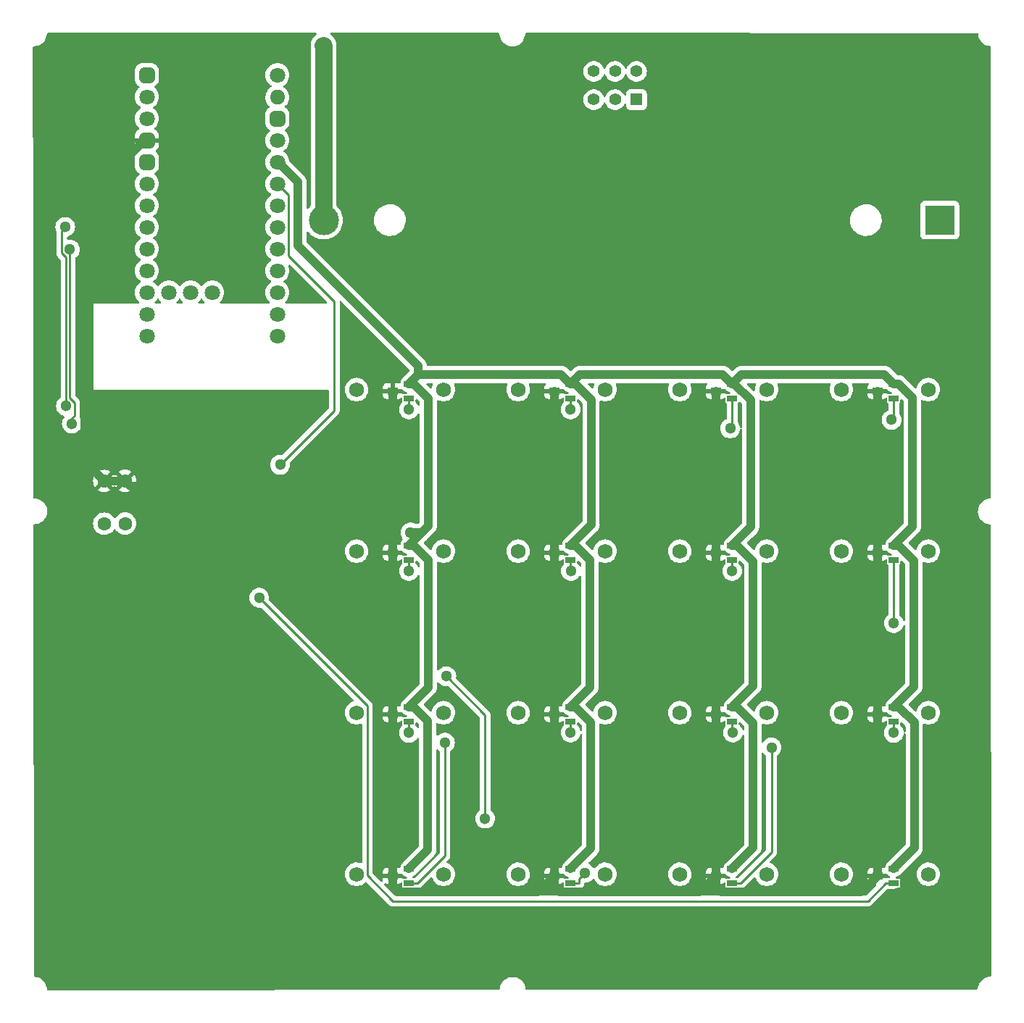
<source format=gbr>
%TF.GenerationSoftware,KiCad,Pcbnew,7.0.9*%
%TF.CreationDate,2024-05-12T14:32:29+05:30*%
%TF.ProjectId,Analog_Macropad,416e616c-6f67-45f4-9d61-63726f706164,rev?*%
%TF.SameCoordinates,Original*%
%TF.FileFunction,Copper,L2,Bot*%
%TF.FilePolarity,Positive*%
%FSLAX46Y46*%
G04 Gerber Fmt 4.6, Leading zero omitted, Abs format (unit mm)*
G04 Created by KiCad (PCBNEW 7.0.9) date 2024-05-12 14:32:29*
%MOMM*%
%LPD*%
G01*
G04 APERTURE LIST*
G04 Aperture macros list*
%AMRoundRect*
0 Rectangle with rounded corners*
0 $1 Rounding radius*
0 $2 $3 $4 $5 $6 $7 $8 $9 X,Y pos of 4 corners*
0 Add a 4 corners polygon primitive as box body*
4,1,4,$2,$3,$4,$5,$6,$7,$8,$9,$2,$3,0*
0 Add four circle primitives for the rounded corners*
1,1,$1+$1,$2,$3*
1,1,$1+$1,$4,$5*
1,1,$1+$1,$6,$7*
1,1,$1+$1,$8,$9*
0 Add four rect primitives between the rounded corners*
20,1,$1+$1,$2,$3,$4,$5,0*
20,1,$1+$1,$4,$5,$6,$7,0*
20,1,$1+$1,$6,$7,$8,$9,0*
20,1,$1+$1,$8,$9,$2,$3,0*%
G04 Aperture macros list end*
%TA.AperFunction,SMDPad,CuDef*%
%ADD10R,1.270000X0.800000*%
%TD*%
%TA.AperFunction,SMDPad,CuDef*%
%ADD11R,1.300000X0.840000*%
%TD*%
%TA.AperFunction,WasherPad*%
%ADD12C,1.750000*%
%TD*%
%TA.AperFunction,ComponentPad*%
%ADD13C,1.800000*%
%TD*%
%TA.AperFunction,ComponentPad*%
%ADD14RoundRect,0.450000X-0.450000X-0.450000X0.450000X-0.450000X0.450000X0.450000X-0.450000X0.450000X0*%
%TD*%
%TA.AperFunction,ComponentPad*%
%ADD15O,1.780000X1.730000*%
%TD*%
%TA.AperFunction,ComponentPad*%
%ADD16C,1.600000*%
%TD*%
%TA.AperFunction,ComponentPad*%
%ADD17R,1.400000X1.400000*%
%TD*%
%TA.AperFunction,ComponentPad*%
%ADD18C,1.400000*%
%TD*%
%TA.AperFunction,ComponentPad*%
%ADD19C,3.500000*%
%TD*%
%TA.AperFunction,ComponentPad*%
%ADD20R,3.500000X3.500000*%
%TD*%
%TA.AperFunction,ViaPad*%
%ADD21C,1.300000*%
%TD*%
%TA.AperFunction,Conductor*%
%ADD22C,0.250000*%
%TD*%
%TA.AperFunction,Conductor*%
%ADD23C,1.000000*%
%TD*%
%TA.AperFunction,Conductor*%
%ADD24C,2.000000*%
%TD*%
G04 APERTURE END LIST*
D10*
%TO.P,U7,3,OUT*%
%TO.N,5*%
X78640000Y-77880000D03*
D11*
%TO.P,U7,2,Gnd*%
%TO.N,GND*%
X76725000Y-76990000D03*
D10*
%TO.P,U7,1,Vcc*%
%TO.N,+3V3*%
X78640000Y-76140000D03*
D12*
%TO.P,U7,*%
%TO.N,*%
X82680000Y-76820000D03*
X72520000Y-76820000D03*
%TD*%
%TO.P,U6,*%
%TO.N,*%
X53640000Y-76820000D03*
X63800000Y-76820000D03*
D10*
%TO.P,U6,1,Vcc*%
%TO.N,+3V3*%
X59760000Y-76140000D03*
D11*
%TO.P,U6,2,Gnd*%
%TO.N,GND*%
X57845000Y-76990000D03*
D10*
%TO.P,U6,3,OUT*%
%TO.N,4*%
X59760000Y-77880000D03*
%TD*%
D13*
%TO.P,U18,1,P0.06*%
%TO.N,unconnected-(U18-P0.06-Pad1)*%
X29150000Y-23730000D03*
%TO.P,U18,2,P0.08*%
%TO.N,unconnected-(U18-P0.08-Pad2)*%
X29150000Y-26270000D03*
D14*
%TO.P,U18,3,GND*%
%TO.N,GND*%
X29150000Y-28810000D03*
%TO.P,U18,4,GND*%
%TO.N,unconnected-(U18-GND-Pad4)*%
X29150000Y-31350000D03*
D13*
%TO.P,U18,5,P0.17*%
%TO.N,unconnected-(U18-P0.17-Pad5)*%
X29150000Y-33890000D03*
%TO.P,U18,6,P0.20*%
%TO.N,unconnected-(U18-P0.20-Pad6)*%
X29150000Y-36430000D03*
%TO.P,U18,7,P0.22*%
%TO.N,Net-(U1-S0)*%
X29150000Y-38970000D03*
%TO.P,U18,8,P0.24*%
%TO.N,Net-(U1-S1)*%
X29150000Y-41510000D03*
%TO.P,U18,9,P1.00*%
%TO.N,Net-(U1-S2)*%
X29150000Y-44050000D03*
%TO.P,U18,10,P0.11*%
%TO.N,Net-(U1-S3)*%
X29150000Y-46590000D03*
%TO.P,U18,11,P1.04-LF*%
%TO.N,unconnected-(U18-P1.04-LF-Pad11)*%
X29150000Y-49130000D03*
%TO.P,U18,12,P1.06-LF*%
%TO.N,unconnected-(U18-P1.06-LF-Pad12)*%
X29150000Y-51670000D03*
D15*
%TO.P,U18,13,BAT+*%
%TO.N,unconnected-(U18-BAT+-Pad13)*%
X44380000Y-23765000D03*
D14*
%TO.P,U18,14,GND*%
%TO.N,unconnected-(U18-GND-Pad14)*%
X44390000Y-26270000D03*
D13*
%TO.P,U18,15,RST*%
%TO.N,unconnected-(U18-RST-Pad15)*%
X44390000Y-28810000D03*
%TO.P,U18,16,3V3*%
%TO.N,+3V3*%
X44390000Y-31350000D03*
%TO.P,U18,17,P0.31-LF*%
%TO.N,ADC_IN*%
X44390000Y-33890000D03*
%TO.P,U18,18,P0.29-LF*%
%TO.N,unconnected-(U18-P0.29-LF-Pad18)*%
X44390000Y-36430000D03*
%TO.P,U18,19,P0.02-LF*%
%TO.N,unconnected-(U18-P0.02-LF-Pad19)*%
X44390000Y-38970000D03*
%TO.P,U18,20,P1.15-LF*%
%TO.N,unconnected-(U18-P1.15-LF-Pad20)*%
X44390000Y-41510000D03*
%TO.P,U18,21,P1.13-LF*%
%TO.N,unconnected-(U18-P1.13-LF-Pad21)*%
X44390000Y-44050000D03*
%TO.P,U18,22,P1.11-LF*%
%TO.N,unconnected-(U18-P1.11-LF-Pad22)*%
X44390000Y-46590000D03*
%TO.P,U18,23,P0-10-LF*%
%TO.N,unconnected-(U18-P0-10-LF-Pad23)*%
X44390000Y-49130000D03*
%TO.P,U18,24,P0.09-LF*%
%TO.N,unconnected-(U18-P0.09-LF-Pad24)*%
X44390000Y-51670000D03*
%TO.P,U18,25,P1.01-LF*%
%TO.N,unconnected-(U18-P1.01-LF-Pad25)*%
X31690000Y-46590000D03*
%TO.P,U18,26,P1.02-LF*%
%TO.N,unconnected-(U18-P1.02-LF-Pad26)*%
X34230000Y-46590000D03*
%TO.P,U18,27,P1-07-LF*%
%TO.N,unconnected-(U18-P1-07-LF-Pad27)*%
X36770000Y-46590000D03*
D14*
%TO.P,U18,28,GND*%
%TO.N,Net-(BT1--)*%
X29150000Y-21190000D03*
D13*
%TO.P,U18,29,BAT+*%
%TO.N,Net-(SW1-B)*%
X44390000Y-21190000D03*
%TD*%
D12*
%TO.P,U4,*%
%TO.N,*%
X91400000Y-57940000D03*
X101560000Y-57940000D03*
D10*
%TO.P,U4,1,Vcc*%
%TO.N,+3V3*%
X97520000Y-57260000D03*
D11*
%TO.P,U4,2,Gnd*%
%TO.N,GND*%
X95605000Y-58110000D03*
D10*
%TO.P,U4,3,OUT*%
%TO.N,2*%
X97520000Y-59000000D03*
%TD*%
D12*
%TO.P,U3,*%
%TO.N,*%
X72520000Y-57940000D03*
X82680000Y-57940000D03*
D10*
%TO.P,U3,1,Vcc*%
%TO.N,+3V3*%
X78640000Y-57260000D03*
D11*
%TO.P,U3,2,Gnd*%
%TO.N,GND*%
X76725000Y-58110000D03*
D10*
%TO.P,U3,3,OUT*%
%TO.N,1*%
X78640000Y-59000000D03*
%TD*%
D12*
%TO.P,U2,*%
%TO.N,*%
X53640000Y-57940000D03*
X63800000Y-57940000D03*
D10*
%TO.P,U2,1,Vcc*%
%TO.N,+3V3*%
X59760000Y-57260000D03*
D11*
%TO.P,U2,2,Gnd*%
%TO.N,GND*%
X57845000Y-58110000D03*
D10*
%TO.P,U2,3,OUT*%
%TO.N,0*%
X59760000Y-59000000D03*
%TD*%
D12*
%TO.P,U17,*%
%TO.N,*%
X53640000Y-114580000D03*
X63800000Y-114580000D03*
D10*
%TO.P,U17,1,Vcc*%
%TO.N,+3V3*%
X59760000Y-113900000D03*
D11*
%TO.P,U17,2,Gnd*%
%TO.N,GND*%
X57845000Y-114750000D03*
D10*
%TO.P,U17,3,OUT*%
%TO.N,15*%
X59760000Y-115640000D03*
%TD*%
%TO.P,U8,3,OUT*%
%TO.N,6*%
X97520000Y-77880000D03*
D11*
%TO.P,U8,2,Gnd*%
%TO.N,GND*%
X95605000Y-76990000D03*
D10*
%TO.P,U8,1,Vcc*%
%TO.N,+3V3*%
X97520000Y-76140000D03*
D12*
%TO.P,U8,*%
%TO.N,*%
X101560000Y-76820000D03*
X91400000Y-76820000D03*
%TD*%
D16*
%TO.P,C1,1*%
%TO.N,GND*%
X26600000Y-68600000D03*
%TO.P,C1,2*%
%TO.N,+3V3*%
X26600000Y-73600000D03*
%TD*%
D12*
%TO.P,U10,*%
%TO.N,*%
X110280000Y-95700000D03*
X120440000Y-95700000D03*
D10*
%TO.P,U10,1,Vcc*%
%TO.N,+3V3*%
X116400000Y-95020000D03*
D11*
%TO.P,U10,2,Gnd*%
%TO.N,GND*%
X114485000Y-95870000D03*
D10*
%TO.P,U10,3,OUT*%
%TO.N,8*%
X116400000Y-96760000D03*
%TD*%
D12*
%TO.P,U14,*%
%TO.N,*%
X110280000Y-114580000D03*
X120440000Y-114580000D03*
D10*
%TO.P,U14,1,Vcc*%
%TO.N,+3V3*%
X116400000Y-113900000D03*
D11*
%TO.P,U14,2,Gnd*%
%TO.N,GND*%
X114485000Y-114750000D03*
D10*
%TO.P,U14,3,OUT*%
%TO.N,12*%
X116400000Y-115640000D03*
%TD*%
D12*
%TO.P,U13,*%
%TO.N,*%
X53640000Y-95700000D03*
X63800000Y-95700000D03*
D10*
%TO.P,U13,1,Vcc*%
%TO.N,+3V3*%
X59760000Y-95020000D03*
D11*
%TO.P,U13,2,Gnd*%
%TO.N,GND*%
X57845000Y-95870000D03*
D10*
%TO.P,U13,3,OUT*%
%TO.N,11*%
X59760000Y-96760000D03*
%TD*%
D12*
%TO.P,U11,*%
%TO.N,*%
X91400000Y-95700000D03*
X101560000Y-95700000D03*
D10*
%TO.P,U11,1,Vcc*%
%TO.N,+3V3*%
X97520000Y-95020000D03*
D11*
%TO.P,U11,2,Gnd*%
%TO.N,GND*%
X95605000Y-95870000D03*
D10*
%TO.P,U11,3,OUT*%
%TO.N,9*%
X97520000Y-96760000D03*
%TD*%
D16*
%TO.P,C2,1*%
%TO.N,+3V3*%
X24150000Y-73610000D03*
%TO.P,C2,2*%
%TO.N,GND*%
X24150000Y-68610000D03*
%TD*%
D12*
%TO.P,U15,*%
%TO.N,*%
X91400000Y-114580000D03*
X101560000Y-114580000D03*
D10*
%TO.P,U15,1,Vcc*%
%TO.N,+3V3*%
X97520000Y-113900000D03*
D11*
%TO.P,U15,2,Gnd*%
%TO.N,GND*%
X95605000Y-114750000D03*
D10*
%TO.P,U15,3,OUT*%
%TO.N,13*%
X97520000Y-115640000D03*
%TD*%
D12*
%TO.P,U5,*%
%TO.N,*%
X110280000Y-57940000D03*
X120440000Y-57940000D03*
D10*
%TO.P,U5,1,Vcc*%
%TO.N,+3V3*%
X116400000Y-57260000D03*
D11*
%TO.P,U5,2,Gnd*%
%TO.N,GND*%
X114485000Y-58110000D03*
D10*
%TO.P,U5,3,OUT*%
%TO.N,3*%
X116400000Y-59000000D03*
%TD*%
D12*
%TO.P,U16,*%
%TO.N,*%
X72520000Y-114580000D03*
X82680000Y-114580000D03*
D10*
%TO.P,U16,1,Vcc*%
%TO.N,+3V3*%
X78640000Y-113900000D03*
D11*
%TO.P,U16,2,Gnd*%
%TO.N,GND*%
X76725000Y-114750000D03*
D10*
%TO.P,U16,3,OUT*%
%TO.N,14*%
X78640000Y-115640000D03*
%TD*%
D17*
%TO.P,SW1,1,A*%
%TO.N,Net-(BT1-+)*%
X86350000Y-24050000D03*
D18*
%TO.P,SW1,2,B*%
%TO.N,Net-(SW1-B)*%
X83850000Y-24050000D03*
%TO.P,SW1,3*%
%TO.N,N/C*%
X81350000Y-24050000D03*
%TO.P,SW1,4*%
X86350000Y-20750000D03*
%TO.P,SW1,5*%
X83850000Y-20750000D03*
%TO.P,SW1,6*%
X81350000Y-20750000D03*
%TD*%
D19*
%TO.P,BT1,2,-*%
%TO.N,Net-(BT1--)*%
X49790000Y-38140000D03*
D20*
%TO.P,BT1,1,+*%
%TO.N,Net-(BT1-+)*%
X121790000Y-38140000D03*
%TD*%
D12*
%TO.P,U12,*%
%TO.N,*%
X72520000Y-95700000D03*
X82680000Y-95700000D03*
D10*
%TO.P,U12,1,Vcc*%
%TO.N,+3V3*%
X78640000Y-95020000D03*
D11*
%TO.P,U12,2,Gnd*%
%TO.N,GND*%
X76725000Y-95870000D03*
D10*
%TO.P,U12,3,OUT*%
%TO.N,10*%
X78640000Y-96760000D03*
%TD*%
%TO.P,U9,3,OUT*%
%TO.N,7*%
X116400000Y-77880000D03*
D11*
%TO.P,U9,2,Gnd*%
%TO.N,GND*%
X114485000Y-76990000D03*
D10*
%TO.P,U9,1,Vcc*%
%TO.N,+3V3*%
X116400000Y-76140000D03*
D12*
%TO.P,U9,*%
%TO.N,*%
X120440000Y-76820000D03*
X110280000Y-76820000D03*
%TD*%
D21*
%TO.N,Net-(U1-S0)*%
X19600000Y-38940000D03*
%TO.N,Net-(U1-S1)*%
X20150000Y-41580000D03*
X20374500Y-61910000D03*
%TO.N,Net-(U1-S0)*%
X19694500Y-59860000D03*
%TO.N,8*%
X116399000Y-98048600D03*
%TO.N,9*%
X97603000Y-98017000D03*
%TO.N,10*%
X78640000Y-98018900D03*
%TO.N,11*%
X59760000Y-98050000D03*
%TO.N,12*%
X42261000Y-82271800D03*
%TO.N,13*%
X102118000Y-99757600D03*
%TO.N,14*%
X64133000Y-91451900D03*
X68664000Y-108081000D03*
X80330000Y-114422000D03*
%TO.N,15*%
X63965000Y-99193800D03*
%TO.N,0*%
X59760000Y-60260200D03*
%TO.N,1*%
X78640000Y-60259500D03*
%TO.N,2*%
X97288000Y-62486600D03*
%TO.N,3*%
X116138000Y-61480300D03*
%TO.N,4*%
X59760000Y-79142000D03*
%TO.N,5*%
X78689000Y-79151300D03*
%TO.N,6*%
X97520000Y-79158200D03*
%TO.N,7*%
X116400000Y-85226700D03*
%TO.N,ADC_IN*%
X44707000Y-66730000D03*
%TO.N,+3V3*%
X59942000Y-74638100D03*
%TO.N,GND*%
X76725000Y-86319200D03*
X57382000Y-66620500D03*
%TO.N,Net-(BT1--)*%
X49730000Y-17770000D03*
%TD*%
D22*
%TO.N,Net-(U1-S0)*%
X19670000Y-38940000D02*
X19670000Y-38940000D01*
X19600000Y-38940000D02*
X19670000Y-38940000D01*
X19600000Y-39010000D02*
X19600000Y-38940000D01*
X19175000Y-39435000D02*
X19600000Y-39010000D01*
X19175000Y-41983859D02*
X19175000Y-39435000D01*
X19694500Y-42503359D02*
X19175000Y-41983859D01*
X19694500Y-59860000D02*
X19694500Y-42503359D01*
%TO.N,Net-(U1-S1)*%
X20144500Y-41585500D02*
X20150000Y-41580000D01*
X20144500Y-47560000D02*
X20144500Y-41585500D01*
X20144500Y-58931141D02*
X20144500Y-46505500D01*
X20669500Y-59456141D02*
X20144500Y-58931141D01*
X20669500Y-60986000D02*
X20669500Y-59456141D01*
X20060000Y-61595500D02*
X20669500Y-60986000D01*
X20374500Y-61910000D02*
X20060000Y-61595500D01*
X20150000Y-41580000D02*
X20180500Y-41610500D01*
%TO.N,Net-(U1-S0)*%
X19694500Y-38964500D02*
X19670000Y-38940000D01*
%TO.N,8*%
X116400000Y-98047500D02*
X116399000Y-98048600D01*
X116400000Y-96760000D02*
X116400000Y-98047500D01*
%TO.N,9*%
X97520000Y-97933800D02*
X97603000Y-98017000D01*
X97520000Y-96760000D02*
X97520000Y-97933800D01*
%TO.N,10*%
X78640000Y-98018900D02*
X78640000Y-96760000D01*
%TO.N,11*%
X59760000Y-96760000D02*
X59760000Y-98050000D01*
%TO.N,12*%
X54906000Y-94917400D02*
X42261000Y-82271800D01*
X54906000Y-114733000D02*
X54906000Y-94917400D01*
X57875000Y-117702000D02*
X54906000Y-114733000D01*
X113376000Y-117702000D02*
X57875000Y-117702000D01*
X115438000Y-115640000D02*
X113376000Y-117702000D01*
X116400000Y-115640000D02*
X115438000Y-115640000D01*
%TO.N,13*%
X102118000Y-112004000D02*
X102118000Y-99757600D01*
X98482000Y-115640000D02*
X102118000Y-112004000D01*
X97520000Y-115640000D02*
X98482000Y-115640000D01*
%TO.N,14*%
X68664000Y-95983600D02*
X64133000Y-91451900D01*
X68664000Y-108081000D02*
X68664000Y-95983600D01*
X79602000Y-115151000D02*
X80330000Y-114422000D01*
X79602000Y-115640000D02*
X79602000Y-115151000D01*
X78640000Y-115640000D02*
X79602000Y-115640000D01*
%TO.N,15*%
X63965000Y-112397000D02*
X63965000Y-99193800D01*
X60722000Y-115640000D02*
X63965000Y-112397000D01*
X59760000Y-115640000D02*
X60722000Y-115640000D01*
%TO.N,0*%
X59760000Y-59000000D02*
X59760000Y-60260200D01*
%TO.N,1*%
X78640000Y-59000000D02*
X78640000Y-60259500D01*
%TO.N,2*%
X97520000Y-62255000D02*
X97520000Y-59000000D01*
X97288000Y-62486600D02*
X97520000Y-62255000D01*
%TO.N,3*%
X116400000Y-61218300D02*
X116400000Y-59000000D01*
X116138000Y-61480300D02*
X116400000Y-61218300D01*
%TO.N,4*%
X59760000Y-77880000D02*
X59760000Y-79142000D01*
%TO.N,5*%
X78640000Y-79102100D02*
X78689000Y-79151300D01*
X78640000Y-77880000D02*
X78640000Y-79102100D01*
%TO.N,6*%
X97520000Y-79158200D02*
X97520000Y-77880000D01*
%TO.N,7*%
X116400000Y-85226700D02*
X116400000Y-77880000D01*
%TO.N,ADC_IN*%
X51028000Y-60408600D02*
X44707000Y-66730000D01*
X51028000Y-47640600D02*
X51028000Y-60408600D01*
X45691000Y-42303900D02*
X51028000Y-47640600D01*
X45691000Y-35191300D02*
X45691000Y-42303900D01*
X44390000Y-33890000D02*
X45691000Y-35191300D01*
D23*
%TO.N,+3V3*%
X115305000Y-56165000D02*
X116400000Y-57260000D01*
X98615000Y-56165000D02*
X115305000Y-56165000D01*
X97520000Y-57260000D02*
X98615000Y-56165000D01*
X96425000Y-56165000D02*
X97520000Y-57260000D01*
X79735000Y-56165000D02*
X96425000Y-56165000D01*
X78640000Y-57260000D02*
X79735000Y-56165000D01*
X118570000Y-73970000D02*
X116400000Y-76140000D01*
X118570000Y-58881000D02*
X118570000Y-73970000D01*
X116949000Y-57260000D02*
X118570000Y-58881000D01*
X116400000Y-57260000D02*
X116949000Y-57260000D01*
X118790000Y-111510000D02*
X116400000Y-113900000D01*
X118790000Y-96861000D02*
X118790000Y-111510000D01*
X116949000Y-95020000D02*
X118790000Y-96861000D01*
X116400000Y-95020000D02*
X116949000Y-95020000D01*
X118750000Y-92670000D02*
X116400000Y-95020000D01*
X118750000Y-77941000D02*
X118750000Y-92670000D01*
X116949000Y-76140000D02*
X118750000Y-77941000D01*
X116400000Y-76140000D02*
X116949000Y-76140000D01*
X99680000Y-73980000D02*
X97520000Y-76140000D01*
X99680000Y-59185000D02*
X99680000Y-73980000D01*
X97755000Y-57260000D02*
X99680000Y-59185000D01*
X97520000Y-57260000D02*
X97755000Y-57260000D01*
X99940000Y-92600000D02*
X97520000Y-95020000D01*
X99940000Y-78011000D02*
X99940000Y-92600000D01*
X98069000Y-76140000D02*
X99940000Y-78011000D01*
X97520000Y-76140000D02*
X98069000Y-76140000D01*
X99940000Y-111480000D02*
X97520000Y-113900000D01*
X99940000Y-96891000D02*
X99940000Y-111480000D01*
X98069000Y-95020000D02*
X99940000Y-96891000D01*
X97520000Y-95020000D02*
X98069000Y-95020000D01*
X81010000Y-111530000D02*
X78640000Y-113900000D01*
X81010000Y-96841000D02*
X81010000Y-111530000D01*
X79189000Y-95020000D02*
X81010000Y-96841000D01*
X78640000Y-95020000D02*
X79189000Y-95020000D01*
X81040000Y-73740000D02*
X78640000Y-76140000D01*
X81040000Y-59111000D02*
X81040000Y-73740000D01*
X79189000Y-57260000D02*
X81040000Y-59111000D01*
X78640000Y-57260000D02*
X79189000Y-57260000D01*
X61960000Y-111700000D02*
X59760000Y-113900000D01*
X61960000Y-96671000D02*
X61960000Y-111700000D01*
X60309000Y-95020000D02*
X61960000Y-96671000D01*
X59760000Y-95020000D02*
X60309000Y-95020000D01*
X80900000Y-92760000D02*
X78640000Y-95020000D01*
X80900000Y-77851000D02*
X80900000Y-92760000D01*
X79189000Y-76140000D02*
X80900000Y-77851000D01*
X78640000Y-76140000D02*
X79189000Y-76140000D01*
X62020000Y-92760000D02*
X59760000Y-95020000D01*
X62020000Y-77851000D02*
X62020000Y-92760000D01*
X60309000Y-76140000D02*
X62020000Y-77851000D01*
X59760000Y-76140000D02*
X60309000Y-76140000D01*
X59760000Y-57260000D02*
X60855000Y-56165000D01*
X77545000Y-56165000D02*
X78640000Y-57260000D01*
X60855000Y-56165000D02*
X77545000Y-56165000D01*
X44465000Y-31350000D02*
X44390000Y-31350000D01*
X46796000Y-33680300D02*
X44465000Y-31350000D01*
X46796000Y-41126200D02*
X46796000Y-33680300D01*
X60855000Y-55185600D02*
X46796000Y-41126200D01*
X60855000Y-56165000D02*
X60855000Y-55185600D01*
X62020000Y-73880000D02*
X61088000Y-74812400D01*
X62020000Y-58971000D02*
X62020000Y-73880000D01*
X60309000Y-57260000D02*
X62020000Y-58971000D01*
X59760000Y-57260000D02*
X60309000Y-57260000D01*
X61088000Y-74812400D02*
X59760000Y-76140000D01*
X60913000Y-74638100D02*
X59942000Y-74638100D01*
X61088000Y-74812400D02*
X60913000Y-74638100D01*
%TO.N,GND*%
X112568000Y-116667000D02*
X114485000Y-114750000D01*
X96258000Y-116667000D02*
X112568000Y-116667000D01*
X95605000Y-116014000D02*
X96258000Y-116667000D01*
X95605000Y-114750000D02*
X95605000Y-116014000D01*
X93688000Y-116667000D02*
X95605000Y-114750000D01*
X77378000Y-116667000D02*
X93688000Y-116667000D01*
X76725000Y-116014000D02*
X77378000Y-116667000D01*
X76725000Y-114750000D02*
X76725000Y-116014000D01*
X74808000Y-116667000D02*
X76725000Y-114750000D01*
X58342000Y-116667000D02*
X74808000Y-116667000D01*
X57845000Y-116170000D02*
X58342000Y-116667000D01*
X57845000Y-114750000D02*
X57845000Y-116170000D01*
X21924000Y-66383500D02*
X24150000Y-68610000D01*
X21924000Y-35715100D02*
X21924000Y-66383500D01*
X28829000Y-28810000D02*
X21924000Y-35715100D01*
X29150000Y-28810000D02*
X28829000Y-28810000D01*
X57845000Y-95870000D02*
X57845000Y-114750000D01*
X76725000Y-114750000D02*
X76725000Y-95870000D01*
X95605000Y-95870000D02*
X95605000Y-114750000D01*
X95605000Y-58110000D02*
X95605000Y-76990000D01*
X76725000Y-76990000D02*
X76725000Y-58110000D01*
X57845000Y-76990000D02*
X57845000Y-95870000D01*
X95605000Y-76990000D02*
X95605000Y-95870000D01*
X24160000Y-68600000D02*
X24150000Y-68610000D01*
X26600000Y-68600000D02*
X24160000Y-68600000D01*
X57845000Y-58110000D02*
X57845000Y-65610700D01*
X57382000Y-66074200D02*
X57382000Y-66620500D01*
X57845000Y-65610700D02*
X57382000Y-66074200D01*
X27242000Y-69241900D02*
X26600000Y-68600000D01*
X57845000Y-69241900D02*
X27242000Y-69241900D01*
X114485000Y-114750000D02*
X114485000Y-95870000D01*
X76725000Y-95870000D02*
X76725000Y-86319200D01*
X76725000Y-86319200D02*
X76725000Y-76990000D01*
X57845000Y-65610700D02*
X57845000Y-69241900D01*
X57845000Y-69241900D02*
X57845000Y-76990000D01*
X114485000Y-95870000D02*
X114485000Y-76990000D01*
X114485000Y-76990000D02*
X114485000Y-58110000D01*
D22*
%TO.N,Net-(BT1--)*%
X49790000Y-18750000D02*
X49790000Y-17750000D01*
X49760000Y-17740000D02*
X49730000Y-17770000D01*
X49780000Y-17740000D02*
X49760000Y-17740000D01*
D24*
X49770000Y-17730000D02*
X49780000Y-17740000D01*
X49780000Y-17740000D02*
X49790000Y-17750000D01*
X49790000Y-17750000D02*
X49790000Y-18750000D01*
X49790000Y-18750000D02*
X49790000Y-38140000D01*
%TD*%
%TA.AperFunction,Conductor*%
%TO.N,GND*%
G36*
X48871032Y-16251811D02*
G01*
X48938063Y-16271520D01*
X48983799Y-16324340D01*
X48993718Y-16393502D01*
X48964670Y-16457047D01*
X48943040Y-16476728D01*
X48796901Y-16581069D01*
X48621069Y-16756901D01*
X48476570Y-16959284D01*
X48476566Y-16959291D01*
X48367356Y-17182684D01*
X48296401Y-17421018D01*
X48265643Y-17667779D01*
X48275918Y-17916234D01*
X48286861Y-17968420D01*
X48289500Y-17993867D01*
X48289500Y-36406395D01*
X48269815Y-36473434D01*
X48247261Y-36499622D01*
X48195236Y-36545247D01*
X48195233Y-36545250D01*
X48013728Y-36752217D01*
X47954726Y-36789641D01*
X47884857Y-36789225D01*
X47826305Y-36751101D01*
X47797659Y-36687374D01*
X47796500Y-36670458D01*
X47796500Y-33692927D01*
X47797362Y-33658691D01*
X47798745Y-33603786D01*
X47787923Y-33543463D01*
X47787270Y-33538803D01*
X47781074Y-33477865D01*
X47781073Y-33477859D01*
X47770761Y-33444994D01*
X47768898Y-33437407D01*
X47762817Y-33403502D01*
X47740071Y-33346585D01*
X47738503Y-33342182D01*
X47720159Y-33283712D01*
X47703451Y-33253610D01*
X47700084Y-33246521D01*
X47687308Y-33214550D01*
X47687308Y-33214549D01*
X47653581Y-33163391D01*
X47651139Y-33159361D01*
X47621412Y-33105803D01*
X47621411Y-33105801D01*
X47621409Y-33105798D01*
X47598977Y-33079669D01*
X47594261Y-33073415D01*
X47575307Y-33044664D01*
X47557485Y-33026847D01*
X47531971Y-33001340D01*
X47528768Y-32997885D01*
X47488866Y-32951405D01*
X47480410Y-32944859D01*
X47461637Y-32930327D01*
X47455749Y-32925142D01*
X47244073Y-32713530D01*
X46336571Y-31806300D01*
X45819792Y-31289676D01*
X45786298Y-31228358D01*
X45783884Y-31212229D01*
X45776134Y-31118695D01*
X45719157Y-30893700D01*
X45697736Y-30844866D01*
X45625924Y-30681151D01*
X45498983Y-30486852D01*
X45498980Y-30486849D01*
X45498979Y-30486847D01*
X45341784Y-30316087D01*
X45164180Y-30177853D01*
X45123368Y-30121143D01*
X45119693Y-30051370D01*
X45154324Y-29990687D01*
X45164181Y-29982146D01*
X45341784Y-29843913D01*
X45498979Y-29673153D01*
X45625924Y-29478849D01*
X45719157Y-29266300D01*
X45776134Y-29041305D01*
X45776135Y-29041297D01*
X45795300Y-28810006D01*
X45795300Y-28809993D01*
X45776135Y-28578702D01*
X45776133Y-28578691D01*
X45719157Y-28353699D01*
X45625924Y-28141151D01*
X45498983Y-27946852D01*
X45498980Y-27946849D01*
X45498979Y-27946847D01*
X45341784Y-27776087D01*
X45341779Y-27776083D01*
X45341777Y-27776081D01*
X45304983Y-27747443D01*
X45264170Y-27690733D01*
X45260495Y-27620960D01*
X45295127Y-27560277D01*
X45323728Y-27539684D01*
X45365751Y-27517734D01*
X45515571Y-27395571D01*
X45637734Y-27245751D01*
X45727237Y-27074406D01*
X45780417Y-26888552D01*
X45790500Y-26775138D01*
X45790500Y-25764862D01*
X45780417Y-25651448D01*
X45727237Y-25465594D01*
X45637734Y-25294249D01*
X45555825Y-25193796D01*
X45515571Y-25144428D01*
X45365747Y-25022263D01*
X45325202Y-25001084D01*
X45274895Y-24952597D01*
X45258788Y-24884610D01*
X45281995Y-24818707D01*
X45296804Y-24801663D01*
X45433749Y-24670413D01*
X45571967Y-24483530D01*
X45676613Y-24275976D01*
X45744678Y-24053723D01*
X45774202Y-23823163D01*
X45764337Y-23590930D01*
X45715366Y-23363705D01*
X45628699Y-23148024D01*
X45506827Y-22950093D01*
X45353259Y-22775605D01*
X45353256Y-22775602D01*
X45353253Y-22775599D01*
X45172416Y-22629584D01*
X45172406Y-22629577D01*
X45123265Y-22602125D01*
X45074339Y-22552245D01*
X45060147Y-22483832D01*
X45085195Y-22418607D01*
X45124724Y-22384817D01*
X45158619Y-22366474D01*
X45158620Y-22366472D01*
X45158626Y-22366470D01*
X45341784Y-22223913D01*
X45498979Y-22053153D01*
X45625924Y-21858849D01*
X45719157Y-21646300D01*
X45776134Y-21421305D01*
X45795300Y-21190000D01*
X45795300Y-21189993D01*
X45776135Y-20958702D01*
X45776133Y-20958691D01*
X45719157Y-20733699D01*
X45625924Y-20521151D01*
X45498983Y-20326852D01*
X45498980Y-20326849D01*
X45498979Y-20326847D01*
X45341784Y-20156087D01*
X45341779Y-20156083D01*
X45341777Y-20156081D01*
X45158634Y-20013535D01*
X45158628Y-20013531D01*
X44954504Y-19903064D01*
X44954495Y-19903061D01*
X44734984Y-19827702D01*
X44563282Y-19799050D01*
X44506049Y-19789500D01*
X44273951Y-19789500D01*
X44228164Y-19797140D01*
X44045015Y-19827702D01*
X43825504Y-19903061D01*
X43825495Y-19903064D01*
X43621371Y-20013531D01*
X43621365Y-20013535D01*
X43438222Y-20156081D01*
X43438219Y-20156084D01*
X43281016Y-20326852D01*
X43154075Y-20521151D01*
X43060842Y-20733699D01*
X43003866Y-20958691D01*
X43003864Y-20958702D01*
X42984700Y-21189993D01*
X42984700Y-21190006D01*
X43003864Y-21421297D01*
X43003866Y-21421308D01*
X43060842Y-21646300D01*
X43154075Y-21858848D01*
X43281016Y-22053147D01*
X43281019Y-22053151D01*
X43281021Y-22053153D01*
X43438216Y-22223913D01*
X43438219Y-22223915D01*
X43438222Y-22223918D01*
X43621365Y-22366464D01*
X43621375Y-22366471D01*
X43643888Y-22378654D01*
X43693479Y-22427873D01*
X43708587Y-22496090D01*
X43684417Y-22561645D01*
X43654308Y-22590444D01*
X43494065Y-22698749D01*
X43326251Y-22859586D01*
X43188035Y-23046467D01*
X43188032Y-23046471D01*
X43083387Y-23254022D01*
X43015321Y-23476278D01*
X42985798Y-23706837D01*
X42995662Y-23939066D01*
X42995662Y-23939067D01*
X43044634Y-24166296D01*
X43086923Y-24271536D01*
X43131301Y-24381976D01*
X43144598Y-24403571D01*
X43253170Y-24579903D01*
X43253171Y-24579905D01*
X43253173Y-24579907D01*
X43406741Y-24754395D01*
X43460600Y-24797883D01*
X43463974Y-24800607D01*
X43503767Y-24858038D01*
X43506194Y-24927866D01*
X43470483Y-24987920D01*
X43443488Y-25006992D01*
X43414250Y-25022264D01*
X43264428Y-25144428D01*
X43142265Y-25294250D01*
X43052762Y-25465594D01*
X42999582Y-25651451D01*
X42989500Y-25764866D01*
X42989500Y-26775134D01*
X42999582Y-26888548D01*
X43052762Y-27074405D01*
X43083450Y-27133153D01*
X43142266Y-27245751D01*
X43189518Y-27303700D01*
X43264428Y-27395571D01*
X43326851Y-27446470D01*
X43414249Y-27517734D01*
X43456265Y-27539681D01*
X43506572Y-27588167D01*
X43522680Y-27656155D01*
X43499474Y-27722058D01*
X43475017Y-27747443D01*
X43438218Y-27776085D01*
X43281016Y-27946852D01*
X43154075Y-28141151D01*
X43060842Y-28353699D01*
X43003866Y-28578691D01*
X43003864Y-28578702D01*
X42984700Y-28809993D01*
X42984700Y-28810006D01*
X43003864Y-29041297D01*
X43003866Y-29041308D01*
X43060842Y-29266300D01*
X43154075Y-29478848D01*
X43281016Y-29673147D01*
X43281019Y-29673151D01*
X43281021Y-29673153D01*
X43438216Y-29843913D01*
X43438219Y-29843915D01*
X43438222Y-29843918D01*
X43615818Y-29982147D01*
X43656631Y-30038857D01*
X43660306Y-30108630D01*
X43625674Y-30169313D01*
X43615818Y-30177853D01*
X43438222Y-30316081D01*
X43438219Y-30316084D01*
X43281016Y-30486852D01*
X43154075Y-30681151D01*
X43060842Y-30893699D01*
X43003866Y-31118691D01*
X43003864Y-31118702D01*
X42984700Y-31349993D01*
X42984700Y-31350006D01*
X43003864Y-31581297D01*
X43003866Y-31581308D01*
X43060842Y-31806300D01*
X43154075Y-32018848D01*
X43281016Y-32213147D01*
X43281019Y-32213151D01*
X43281021Y-32213153D01*
X43438216Y-32383913D01*
X43438219Y-32383915D01*
X43438222Y-32383918D01*
X43615818Y-32522147D01*
X43656631Y-32578857D01*
X43660306Y-32648630D01*
X43625674Y-32709313D01*
X43615818Y-32717853D01*
X43438222Y-32856081D01*
X43438219Y-32856084D01*
X43281016Y-33026852D01*
X43154075Y-33221151D01*
X43060842Y-33433699D01*
X43003866Y-33658691D01*
X43003864Y-33658702D01*
X42984700Y-33889993D01*
X42984700Y-33890006D01*
X43003864Y-34121297D01*
X43003866Y-34121308D01*
X43060842Y-34346300D01*
X43154075Y-34558848D01*
X43281016Y-34753147D01*
X43281019Y-34753151D01*
X43281021Y-34753153D01*
X43438216Y-34923913D01*
X43438219Y-34923915D01*
X43438222Y-34923918D01*
X43615818Y-35062147D01*
X43656631Y-35118857D01*
X43660306Y-35188630D01*
X43625674Y-35249313D01*
X43615818Y-35257853D01*
X43438222Y-35396081D01*
X43438219Y-35396084D01*
X43281016Y-35566852D01*
X43154075Y-35761151D01*
X43060842Y-35973699D01*
X43003866Y-36198691D01*
X43003864Y-36198702D01*
X42984700Y-36429993D01*
X42984700Y-36430006D01*
X43003864Y-36661297D01*
X43003866Y-36661308D01*
X43060842Y-36886300D01*
X43154075Y-37098848D01*
X43281016Y-37293147D01*
X43281019Y-37293151D01*
X43281021Y-37293153D01*
X43438216Y-37463913D01*
X43438219Y-37463915D01*
X43438222Y-37463918D01*
X43615818Y-37602147D01*
X43656631Y-37658857D01*
X43660306Y-37728630D01*
X43625674Y-37789313D01*
X43615818Y-37797853D01*
X43438222Y-37936081D01*
X43438219Y-37936084D01*
X43438216Y-37936086D01*
X43438216Y-37936087D01*
X43379267Y-38000122D01*
X43281016Y-38106852D01*
X43154075Y-38301151D01*
X43060842Y-38513699D01*
X43003866Y-38738691D01*
X43003864Y-38738702D01*
X42984700Y-38969993D01*
X42984700Y-38970006D01*
X43003864Y-39201297D01*
X43003866Y-39201308D01*
X43060842Y-39426300D01*
X43154075Y-39638848D01*
X43281016Y-39833147D01*
X43281019Y-39833151D01*
X43281021Y-39833153D01*
X43438216Y-40003913D01*
X43438219Y-40003915D01*
X43438222Y-40003918D01*
X43615818Y-40142147D01*
X43656631Y-40198857D01*
X43660306Y-40268630D01*
X43625674Y-40329313D01*
X43615818Y-40337853D01*
X43438222Y-40476081D01*
X43438219Y-40476084D01*
X43438216Y-40476086D01*
X43438216Y-40476087D01*
X43379267Y-40540122D01*
X43281016Y-40646852D01*
X43154075Y-40841151D01*
X43060842Y-41053699D01*
X43003866Y-41278691D01*
X43003864Y-41278702D01*
X42984700Y-41509993D01*
X42984700Y-41510006D01*
X43003864Y-41741297D01*
X43003866Y-41741308D01*
X43060842Y-41966300D01*
X43154075Y-42178848D01*
X43281016Y-42373147D01*
X43281019Y-42373151D01*
X43281021Y-42373153D01*
X43438216Y-42543913D01*
X43438219Y-42543915D01*
X43438222Y-42543918D01*
X43615818Y-42682147D01*
X43656631Y-42738857D01*
X43660306Y-42808630D01*
X43625674Y-42869313D01*
X43615818Y-42877853D01*
X43438222Y-43016081D01*
X43438219Y-43016084D01*
X43281016Y-43186852D01*
X43154075Y-43381151D01*
X43060842Y-43593699D01*
X43003866Y-43818691D01*
X43003864Y-43818702D01*
X42984700Y-44049993D01*
X42984700Y-44050006D01*
X43003864Y-44281297D01*
X43003866Y-44281308D01*
X43060842Y-44506300D01*
X43154075Y-44718848D01*
X43281016Y-44913147D01*
X43281019Y-44913151D01*
X43281021Y-44913153D01*
X43438216Y-45083913D01*
X43438219Y-45083915D01*
X43438222Y-45083918D01*
X43615818Y-45222147D01*
X43656631Y-45278857D01*
X43660306Y-45348630D01*
X43625674Y-45409313D01*
X43615818Y-45417853D01*
X43438222Y-45556081D01*
X43438219Y-45556084D01*
X43281016Y-45726852D01*
X43154075Y-45921151D01*
X43060842Y-46133699D01*
X43003866Y-46358691D01*
X43003864Y-46358702D01*
X42984700Y-46589993D01*
X42984700Y-46590006D01*
X43003864Y-46821297D01*
X43003866Y-46821308D01*
X43060842Y-47046300D01*
X43154075Y-47258848D01*
X43281016Y-47453147D01*
X43281019Y-47453151D01*
X43281021Y-47453153D01*
X43438216Y-47623913D01*
X43438219Y-47623915D01*
X43438222Y-47623918D01*
X43456503Y-47638147D01*
X43497316Y-47694857D01*
X43500991Y-47764630D01*
X43466359Y-47825313D01*
X43404418Y-47857640D01*
X43380341Y-47860000D01*
X37779659Y-47860000D01*
X37712620Y-47840315D01*
X37666865Y-47787511D01*
X37656921Y-47718353D01*
X37685946Y-47654797D01*
X37703497Y-47638147D01*
X37714737Y-47629397D01*
X37721784Y-47623913D01*
X37878979Y-47453153D01*
X38005924Y-47258849D01*
X38099157Y-47046300D01*
X38156134Y-46821305D01*
X38175300Y-46590000D01*
X38175300Y-46589993D01*
X38156135Y-46358702D01*
X38156133Y-46358691D01*
X38099157Y-46133699D01*
X38005924Y-45921151D01*
X37878983Y-45726852D01*
X37878980Y-45726849D01*
X37878979Y-45726847D01*
X37721784Y-45556087D01*
X37721779Y-45556083D01*
X37721777Y-45556081D01*
X37538634Y-45413535D01*
X37538628Y-45413531D01*
X37334504Y-45303064D01*
X37334495Y-45303061D01*
X37114984Y-45227702D01*
X36943282Y-45199050D01*
X36886049Y-45189500D01*
X36653951Y-45189500D01*
X36608164Y-45197140D01*
X36425015Y-45227702D01*
X36205504Y-45303061D01*
X36205495Y-45303064D01*
X36001371Y-45413531D01*
X36001365Y-45413535D01*
X35818222Y-45556081D01*
X35818219Y-45556084D01*
X35661016Y-45726852D01*
X35603809Y-45814416D01*
X35550662Y-45859773D01*
X35481431Y-45869197D01*
X35418095Y-45839695D01*
X35396191Y-45814416D01*
X35338983Y-45726852D01*
X35338980Y-45726849D01*
X35338979Y-45726847D01*
X35181784Y-45556087D01*
X35181779Y-45556083D01*
X35181777Y-45556081D01*
X34998634Y-45413535D01*
X34998628Y-45413531D01*
X34794504Y-45303064D01*
X34794495Y-45303061D01*
X34574984Y-45227702D01*
X34403282Y-45199050D01*
X34346049Y-45189500D01*
X34113951Y-45189500D01*
X34068164Y-45197140D01*
X33885015Y-45227702D01*
X33665504Y-45303061D01*
X33665495Y-45303064D01*
X33461371Y-45413531D01*
X33461365Y-45413535D01*
X33278222Y-45556081D01*
X33278219Y-45556084D01*
X33121016Y-45726852D01*
X33063809Y-45814416D01*
X33010662Y-45859773D01*
X32941431Y-45869197D01*
X32878095Y-45839695D01*
X32856191Y-45814416D01*
X32798983Y-45726852D01*
X32798980Y-45726849D01*
X32798979Y-45726847D01*
X32641784Y-45556087D01*
X32641779Y-45556083D01*
X32641777Y-45556081D01*
X32458634Y-45413535D01*
X32458628Y-45413531D01*
X32254504Y-45303064D01*
X32254495Y-45303061D01*
X32034984Y-45227702D01*
X31863282Y-45199050D01*
X31806049Y-45189500D01*
X31573951Y-45189500D01*
X31528164Y-45197140D01*
X31345015Y-45227702D01*
X31125504Y-45303061D01*
X31125495Y-45303064D01*
X30921371Y-45413531D01*
X30921365Y-45413535D01*
X30738222Y-45556081D01*
X30738219Y-45556084D01*
X30581016Y-45726852D01*
X30523809Y-45814416D01*
X30470662Y-45859773D01*
X30401431Y-45869197D01*
X30338095Y-45839695D01*
X30316191Y-45814416D01*
X30258983Y-45726852D01*
X30258980Y-45726849D01*
X30258979Y-45726847D01*
X30101784Y-45556087D01*
X29924180Y-45417853D01*
X29883368Y-45361143D01*
X29879693Y-45291370D01*
X29914324Y-45230687D01*
X29924181Y-45222146D01*
X30101784Y-45083913D01*
X30258979Y-44913153D01*
X30385924Y-44718849D01*
X30479157Y-44506300D01*
X30536134Y-44281305D01*
X30555300Y-44050000D01*
X30555300Y-44049993D01*
X30536135Y-43818702D01*
X30536133Y-43818691D01*
X30479157Y-43593699D01*
X30385924Y-43381151D01*
X30258983Y-43186852D01*
X30258980Y-43186849D01*
X30258979Y-43186847D01*
X30101784Y-43016087D01*
X29924180Y-42877853D01*
X29883368Y-42821143D01*
X29879693Y-42751370D01*
X29914324Y-42690687D01*
X29924181Y-42682146D01*
X30101784Y-42543913D01*
X30258979Y-42373153D01*
X30385924Y-42178849D01*
X30479157Y-41966300D01*
X30536134Y-41741305D01*
X30555300Y-41510000D01*
X30555300Y-41509993D01*
X30536135Y-41278702D01*
X30536133Y-41278691D01*
X30479157Y-41053699D01*
X30385924Y-40841151D01*
X30258983Y-40646852D01*
X30258980Y-40646849D01*
X30258979Y-40646847D01*
X30101784Y-40476087D01*
X29924180Y-40337853D01*
X29883368Y-40281143D01*
X29879693Y-40211370D01*
X29914324Y-40150687D01*
X29924181Y-40142146D01*
X30101784Y-40003913D01*
X30258979Y-39833153D01*
X30385924Y-39638849D01*
X30479157Y-39426300D01*
X30536134Y-39201305D01*
X30543983Y-39106579D01*
X30555300Y-38970006D01*
X30555300Y-38969993D01*
X30536135Y-38738702D01*
X30536133Y-38738691D01*
X30479157Y-38513699D01*
X30385924Y-38301151D01*
X30258983Y-38106852D01*
X30258980Y-38106849D01*
X30258979Y-38106847D01*
X30101784Y-37936087D01*
X29924180Y-37797853D01*
X29883368Y-37741143D01*
X29879693Y-37671370D01*
X29914324Y-37610687D01*
X29924181Y-37602146D01*
X30101784Y-37463913D01*
X30258979Y-37293153D01*
X30385924Y-37098849D01*
X30479157Y-36886300D01*
X30536134Y-36661305D01*
X30536135Y-36661297D01*
X30555300Y-36430006D01*
X30555300Y-36429993D01*
X30536135Y-36198702D01*
X30536133Y-36198691D01*
X30479157Y-35973699D01*
X30385924Y-35761151D01*
X30258983Y-35566852D01*
X30258980Y-35566849D01*
X30258979Y-35566847D01*
X30101784Y-35396087D01*
X29924180Y-35257853D01*
X29883368Y-35201143D01*
X29879693Y-35131370D01*
X29914324Y-35070687D01*
X29924181Y-35062146D01*
X30101784Y-34923913D01*
X30258979Y-34753153D01*
X30385924Y-34558849D01*
X30479157Y-34346300D01*
X30536134Y-34121305D01*
X30555300Y-33890000D01*
X30555300Y-33889993D01*
X30536135Y-33658702D01*
X30536133Y-33658691D01*
X30479157Y-33433699D01*
X30385924Y-33221151D01*
X30258983Y-33026852D01*
X30258980Y-33026849D01*
X30258979Y-33026847D01*
X30101784Y-32856087D01*
X30101779Y-32856083D01*
X30101777Y-32856081D01*
X30064983Y-32827443D01*
X30024170Y-32770733D01*
X30020495Y-32700960D01*
X30055127Y-32640277D01*
X30083728Y-32619684D01*
X30125751Y-32597734D01*
X30275571Y-32475571D01*
X30397734Y-32325751D01*
X30487237Y-32154406D01*
X30540417Y-31968552D01*
X30550500Y-31855138D01*
X30550500Y-30844862D01*
X30540417Y-30731448D01*
X30487237Y-30545594D01*
X30397734Y-30374249D01*
X30336652Y-30299339D01*
X30275571Y-30224428D01*
X30215907Y-30175779D01*
X30176390Y-30118158D01*
X30174298Y-30048319D01*
X30210296Y-29988437D01*
X30215908Y-29983575D01*
X30275213Y-29935217D01*
X30397313Y-29785474D01*
X30486771Y-29614215D01*
X30539920Y-29428461D01*
X30539921Y-29428458D01*
X30550000Y-29315099D01*
X30550000Y-29060000D01*
X29583686Y-29060000D01*
X29609493Y-29019844D01*
X29650000Y-28881889D01*
X29650000Y-28738111D01*
X29609493Y-28600156D01*
X29583686Y-28560000D01*
X30549999Y-28560000D01*
X30549999Y-28304903D01*
X30539921Y-28191539D01*
X30486771Y-28005784D01*
X30397313Y-27834525D01*
X30275215Y-27684784D01*
X30125473Y-27562686D01*
X30125471Y-27562684D01*
X30083299Y-27540655D01*
X30032992Y-27492168D01*
X30016885Y-27424180D01*
X30040092Y-27358277D01*
X30064550Y-27332893D01*
X30101784Y-27303913D01*
X30258979Y-27133153D01*
X30385924Y-26938849D01*
X30479157Y-26726300D01*
X30536134Y-26501305D01*
X30555300Y-26270000D01*
X30555300Y-26269993D01*
X30536135Y-26038702D01*
X30536133Y-26038691D01*
X30479157Y-25813699D01*
X30385924Y-25601151D01*
X30258983Y-25406852D01*
X30258980Y-25406849D01*
X30258979Y-25406847D01*
X30101784Y-25236087D01*
X29924180Y-25097853D01*
X29883368Y-25041143D01*
X29879693Y-24971370D01*
X29914324Y-24910687D01*
X29924181Y-24902146D01*
X29926399Y-24900420D01*
X30101784Y-24763913D01*
X30258979Y-24593153D01*
X30385924Y-24398849D01*
X30479157Y-24186300D01*
X30536134Y-23961305D01*
X30536135Y-23961297D01*
X30555300Y-23730006D01*
X30555300Y-23729993D01*
X30536135Y-23498702D01*
X30536133Y-23498691D01*
X30479157Y-23273699D01*
X30385924Y-23061151D01*
X30258983Y-22866852D01*
X30258980Y-22866849D01*
X30258979Y-22866847D01*
X30101784Y-22696087D01*
X30101779Y-22696083D01*
X30101777Y-22696081D01*
X30064983Y-22667443D01*
X30024170Y-22610733D01*
X30020495Y-22540960D01*
X30055127Y-22480277D01*
X30083728Y-22459684D01*
X30125751Y-22437734D01*
X30275571Y-22315571D01*
X30397734Y-22165751D01*
X30487237Y-21994406D01*
X30540417Y-21808552D01*
X30550500Y-21695138D01*
X30550500Y-20684862D01*
X30540417Y-20571448D01*
X30487237Y-20385594D01*
X30397734Y-20214249D01*
X30317058Y-20115308D01*
X30275571Y-20064428D01*
X30183700Y-19989518D01*
X30125751Y-19942266D01*
X30111082Y-19934604D01*
X29954405Y-19852762D01*
X29799845Y-19808537D01*
X29768552Y-19799583D01*
X29768551Y-19799582D01*
X29768548Y-19799582D01*
X29695466Y-19793085D01*
X29655138Y-19789500D01*
X28644862Y-19789500D01*
X28607826Y-19792792D01*
X28531451Y-19799582D01*
X28345594Y-19852762D01*
X28174250Y-19942265D01*
X28024428Y-20064428D01*
X27902265Y-20214250D01*
X27812762Y-20385594D01*
X27759582Y-20571451D01*
X27749500Y-20684866D01*
X27749500Y-21695134D01*
X27759582Y-21808548D01*
X27812762Y-21994405D01*
X27843450Y-22053153D01*
X27902266Y-22165751D01*
X27949518Y-22223700D01*
X28024428Y-22315571D01*
X28086844Y-22366464D01*
X28174249Y-22437734D01*
X28216265Y-22459681D01*
X28266572Y-22508167D01*
X28282680Y-22576155D01*
X28259474Y-22642058D01*
X28235017Y-22667443D01*
X28198218Y-22696085D01*
X28198216Y-22696086D01*
X28198216Y-22696087D01*
X28195764Y-22698751D01*
X28041016Y-22866852D01*
X27914075Y-23061151D01*
X27820842Y-23273699D01*
X27763866Y-23498691D01*
X27763864Y-23498702D01*
X27744700Y-23729993D01*
X27744700Y-23730006D01*
X27763864Y-23961297D01*
X27763866Y-23961308D01*
X27820842Y-24186300D01*
X27914075Y-24398848D01*
X28041016Y-24593147D01*
X28041019Y-24593151D01*
X28041021Y-24593153D01*
X28198216Y-24763913D01*
X28198219Y-24763915D01*
X28198222Y-24763918D01*
X28375818Y-24902147D01*
X28416631Y-24958857D01*
X28420306Y-25028630D01*
X28385674Y-25089313D01*
X28375818Y-25097853D01*
X28198222Y-25236081D01*
X28198219Y-25236084D01*
X28041016Y-25406852D01*
X27914075Y-25601151D01*
X27820842Y-25813699D01*
X27763866Y-26038691D01*
X27763864Y-26038702D01*
X27744700Y-26269993D01*
X27744700Y-26270006D01*
X27763864Y-26501297D01*
X27763866Y-26501308D01*
X27820842Y-26726300D01*
X27914075Y-26938848D01*
X28041016Y-27133147D01*
X28041019Y-27133151D01*
X28041021Y-27133153D01*
X28198216Y-27303913D01*
X28235450Y-27332893D01*
X28276263Y-27389604D01*
X28279938Y-27459377D01*
X28245306Y-27520060D01*
X28216701Y-27540655D01*
X28174525Y-27562686D01*
X28024784Y-27684784D01*
X27902686Y-27834525D01*
X27813228Y-28005784D01*
X27760079Y-28191538D01*
X27760078Y-28191541D01*
X27750000Y-28304901D01*
X27750000Y-28560000D01*
X28716314Y-28560000D01*
X28690507Y-28600156D01*
X28650000Y-28738111D01*
X28650000Y-28881889D01*
X28690507Y-29019844D01*
X28716314Y-29060000D01*
X27750001Y-29060000D01*
X27750001Y-29315097D01*
X27760078Y-29428460D01*
X27813228Y-29614215D01*
X27902686Y-29785474D01*
X28024784Y-29935215D01*
X28084092Y-29983575D01*
X28123609Y-30041196D01*
X28125701Y-30111035D01*
X28089703Y-30170917D01*
X28084093Y-30175778D01*
X28024429Y-30224428D01*
X27902265Y-30374250D01*
X27812762Y-30545594D01*
X27759582Y-30731451D01*
X27749500Y-30844866D01*
X27749500Y-31855134D01*
X27759582Y-31968548D01*
X27812762Y-32154405D01*
X27843450Y-32213153D01*
X27902266Y-32325751D01*
X27949518Y-32383700D01*
X28024428Y-32475571D01*
X28086851Y-32526470D01*
X28174249Y-32597734D01*
X28216265Y-32619681D01*
X28266572Y-32668167D01*
X28282680Y-32736155D01*
X28259474Y-32802058D01*
X28235017Y-32827443D01*
X28198218Y-32856085D01*
X28041016Y-33026852D01*
X27914075Y-33221151D01*
X27820842Y-33433699D01*
X27763866Y-33658691D01*
X27763864Y-33658702D01*
X27744700Y-33889993D01*
X27744700Y-33890006D01*
X27763864Y-34121297D01*
X27763866Y-34121308D01*
X27820842Y-34346300D01*
X27914075Y-34558848D01*
X28041016Y-34753147D01*
X28041019Y-34753151D01*
X28041021Y-34753153D01*
X28198216Y-34923913D01*
X28198219Y-34923915D01*
X28198222Y-34923918D01*
X28375818Y-35062147D01*
X28416631Y-35118857D01*
X28420306Y-35188630D01*
X28385674Y-35249313D01*
X28375818Y-35257853D01*
X28198222Y-35396081D01*
X28198219Y-35396084D01*
X28041016Y-35566852D01*
X27914075Y-35761151D01*
X27820842Y-35973699D01*
X27763866Y-36198691D01*
X27763864Y-36198702D01*
X27744700Y-36429993D01*
X27744700Y-36430006D01*
X27763864Y-36661297D01*
X27763866Y-36661308D01*
X27820842Y-36886300D01*
X27914075Y-37098848D01*
X28041016Y-37293147D01*
X28041019Y-37293151D01*
X28041021Y-37293153D01*
X28198216Y-37463913D01*
X28198219Y-37463915D01*
X28198222Y-37463918D01*
X28375818Y-37602147D01*
X28416631Y-37658857D01*
X28420306Y-37728630D01*
X28385674Y-37789313D01*
X28375818Y-37797853D01*
X28198222Y-37936081D01*
X28198219Y-37936084D01*
X28198216Y-37936086D01*
X28198216Y-37936087D01*
X28139267Y-38000122D01*
X28041016Y-38106852D01*
X27914075Y-38301151D01*
X27820842Y-38513699D01*
X27763866Y-38738691D01*
X27763864Y-38738702D01*
X27744700Y-38969993D01*
X27744700Y-38970006D01*
X27763864Y-39201297D01*
X27763866Y-39201308D01*
X27820842Y-39426300D01*
X27914075Y-39638848D01*
X28041016Y-39833147D01*
X28041019Y-39833151D01*
X28041021Y-39833153D01*
X28198216Y-40003913D01*
X28198219Y-40003915D01*
X28198222Y-40003918D01*
X28375818Y-40142147D01*
X28416631Y-40198857D01*
X28420306Y-40268630D01*
X28385674Y-40329313D01*
X28375818Y-40337853D01*
X28198222Y-40476081D01*
X28198219Y-40476084D01*
X28198216Y-40476086D01*
X28198216Y-40476087D01*
X28139267Y-40540122D01*
X28041016Y-40646852D01*
X27914075Y-40841151D01*
X27820842Y-41053699D01*
X27763866Y-41278691D01*
X27763864Y-41278702D01*
X27744700Y-41509993D01*
X27744700Y-41510006D01*
X27763864Y-41741297D01*
X27763866Y-41741308D01*
X27820842Y-41966300D01*
X27914075Y-42178848D01*
X28041016Y-42373147D01*
X28041019Y-42373151D01*
X28041021Y-42373153D01*
X28198216Y-42543913D01*
X28198219Y-42543915D01*
X28198222Y-42543918D01*
X28375818Y-42682147D01*
X28416631Y-42738857D01*
X28420306Y-42808630D01*
X28385674Y-42869313D01*
X28375818Y-42877853D01*
X28198222Y-43016081D01*
X28198219Y-43016084D01*
X28041016Y-43186852D01*
X27914075Y-43381151D01*
X27820842Y-43593699D01*
X27763866Y-43818691D01*
X27763864Y-43818702D01*
X27744700Y-44049993D01*
X27744700Y-44050006D01*
X27763864Y-44281297D01*
X27763866Y-44281308D01*
X27820842Y-44506300D01*
X27914075Y-44718848D01*
X28041016Y-44913147D01*
X28041019Y-44913151D01*
X28041021Y-44913153D01*
X28198216Y-45083913D01*
X28198219Y-45083915D01*
X28198222Y-45083918D01*
X28375818Y-45222147D01*
X28416631Y-45278857D01*
X28420306Y-45348630D01*
X28385674Y-45409313D01*
X28375818Y-45417853D01*
X28198222Y-45556081D01*
X28198219Y-45556084D01*
X28041016Y-45726852D01*
X27914075Y-45921151D01*
X27820842Y-46133699D01*
X27763866Y-46358691D01*
X27763864Y-46358702D01*
X27744700Y-46589993D01*
X27744700Y-46590006D01*
X27763864Y-46821297D01*
X27763866Y-46821308D01*
X27820842Y-47046300D01*
X27914075Y-47258848D01*
X28041016Y-47453147D01*
X28041019Y-47453151D01*
X28041021Y-47453153D01*
X28198216Y-47623913D01*
X28198219Y-47623915D01*
X28198222Y-47623918D01*
X28216503Y-47638147D01*
X28257316Y-47694857D01*
X28260991Y-47764630D01*
X28226359Y-47825313D01*
X28164418Y-47857640D01*
X28140341Y-47860000D01*
X22880000Y-47860000D01*
X22880000Y-57940000D01*
X50278500Y-57940000D01*
X50345539Y-57959685D01*
X50391294Y-58012489D01*
X50402500Y-58064000D01*
X50402500Y-60098161D01*
X50382815Y-60165200D01*
X50366184Y-60185839D01*
X44994002Y-65558359D01*
X44932680Y-65591846D01*
X44883535Y-65592570D01*
X44813611Y-65579500D01*
X44813610Y-65579500D01*
X44600390Y-65579500D01*
X44390802Y-65618679D01*
X44390799Y-65618679D01*
X44390799Y-65618680D01*
X44191982Y-65695701D01*
X44191980Y-65695702D01*
X44010699Y-65807947D01*
X43853127Y-65951593D01*
X43724632Y-66121746D01*
X43629596Y-66312605D01*
X43629596Y-66312607D01*
X43571244Y-66517689D01*
X43551571Y-66729999D01*
X43551571Y-66730000D01*
X43571244Y-66942310D01*
X43629596Y-67147392D01*
X43629596Y-67147394D01*
X43724632Y-67338253D01*
X43831576Y-67479868D01*
X43853128Y-67508407D01*
X44010698Y-67652052D01*
X44191981Y-67764298D01*
X44390802Y-67841321D01*
X44600390Y-67880500D01*
X44600392Y-67880500D01*
X44813608Y-67880500D01*
X44813610Y-67880500D01*
X45023198Y-67841321D01*
X45222019Y-67764298D01*
X45403302Y-67652052D01*
X45560872Y-67508407D01*
X45689366Y-67338255D01*
X45784405Y-67147389D01*
X45842756Y-66942310D01*
X45862429Y-66730000D01*
X45844827Y-66540044D01*
X45858242Y-66471478D01*
X45880611Y-66440931D01*
X51411794Y-60909399D01*
X51424049Y-60899582D01*
X51423865Y-60899359D01*
X51429872Y-60894388D01*
X51429877Y-60894386D01*
X51450856Y-60872046D01*
X51477237Y-60843952D01*
X51498129Y-60823060D01*
X51498133Y-60823056D01*
X51502382Y-60817576D01*
X51506164Y-60813147D01*
X51538062Y-60779182D01*
X51547713Y-60761625D01*
X51558392Y-60745365D01*
X51570684Y-60729519D01*
X51589195Y-60686736D01*
X51591742Y-60681536D01*
X51614197Y-60640692D01*
X51619184Y-60621264D01*
X51625479Y-60602878D01*
X51633443Y-60584476D01*
X51640728Y-60538461D01*
X51641913Y-60532744D01*
X51643200Y-60527730D01*
X51653500Y-60487619D01*
X51653500Y-60467575D01*
X51655026Y-60448181D01*
X51655371Y-60446001D01*
X51658161Y-60428384D01*
X51654276Y-60387303D01*
X51653776Y-60382010D01*
X51653500Y-60376170D01*
X51653500Y-57940000D01*
X52259786Y-57940000D01*
X52278608Y-58167168D01*
X52278610Y-58167179D01*
X52334569Y-58388155D01*
X52426137Y-58596908D01*
X52550814Y-58787742D01*
X52705208Y-58955458D01*
X52705212Y-58955461D01*
X52885090Y-59095466D01*
X52885094Y-59095469D01*
X52885096Y-59095470D01*
X52885099Y-59095472D01*
X52893653Y-59100101D01*
X53085574Y-59203963D01*
X53164764Y-59231149D01*
X53301173Y-59277979D01*
X53301175Y-59277979D01*
X53301177Y-59277980D01*
X53526023Y-59315500D01*
X53526024Y-59315500D01*
X53753976Y-59315500D01*
X53753977Y-59315500D01*
X53978823Y-59277980D01*
X54194426Y-59203963D01*
X54394906Y-59095469D01*
X54574794Y-58955456D01*
X54729183Y-58787745D01*
X54853862Y-58596909D01*
X54945430Y-58388155D01*
X54952560Y-58360000D01*
X56695000Y-58360000D01*
X56695000Y-58577844D01*
X56701401Y-58637372D01*
X56701403Y-58637379D01*
X56751645Y-58772086D01*
X56751649Y-58772093D01*
X56837809Y-58887187D01*
X56837812Y-58887190D01*
X56952906Y-58973350D01*
X56952913Y-58973354D01*
X57087620Y-59023596D01*
X57087627Y-59023598D01*
X57147155Y-59029999D01*
X57147172Y-59030000D01*
X57595000Y-59030000D01*
X57595000Y-58360000D01*
X56695000Y-58360000D01*
X54952560Y-58360000D01*
X55001390Y-58167176D01*
X55003701Y-58139295D01*
X55020214Y-57940000D01*
X55020214Y-57939993D01*
X55013586Y-57860000D01*
X56695000Y-57860000D01*
X57595000Y-57860000D01*
X57595000Y-57190000D01*
X57147155Y-57190000D01*
X57087627Y-57196401D01*
X57087620Y-57196403D01*
X56952913Y-57246645D01*
X56952906Y-57246649D01*
X56837812Y-57332809D01*
X56837809Y-57332812D01*
X56751649Y-57447906D01*
X56751645Y-57447913D01*
X56701403Y-57582620D01*
X56701401Y-57582627D01*
X56695000Y-57642155D01*
X56695000Y-57860000D01*
X55013586Y-57860000D01*
X55001391Y-57712831D01*
X55001389Y-57712820D01*
X54945430Y-57491844D01*
X54853862Y-57283091D01*
X54729185Y-57092257D01*
X54574791Y-56924541D01*
X54574787Y-56924538D01*
X54394909Y-56784533D01*
X54394900Y-56784527D01*
X54194432Y-56676040D01*
X54194429Y-56676039D01*
X54194426Y-56676037D01*
X54194420Y-56676035D01*
X54194418Y-56676034D01*
X53978826Y-56602020D01*
X53810188Y-56573880D01*
X53753977Y-56564500D01*
X53526023Y-56564500D01*
X53481053Y-56572004D01*
X53301173Y-56602020D01*
X53085581Y-56676034D01*
X53085567Y-56676040D01*
X52885099Y-56784527D01*
X52885090Y-56784533D01*
X52705212Y-56924538D01*
X52705208Y-56924541D01*
X52550814Y-57092257D01*
X52426137Y-57283091D01*
X52334569Y-57491844D01*
X52278610Y-57712820D01*
X52278608Y-57712831D01*
X52259786Y-57939993D01*
X52259786Y-57940000D01*
X51653500Y-57940000D01*
X51653500Y-47723329D01*
X51655224Y-47707707D01*
X51654940Y-47707681D01*
X51656408Y-47692148D01*
X51658908Y-47692384D01*
X51673370Y-47636683D01*
X51724703Y-47589284D01*
X51793513Y-47577162D01*
X51857954Y-47604166D01*
X51867431Y-47612715D01*
X59818183Y-55563694D01*
X59851667Y-55625016D01*
X59854500Y-55651372D01*
X59854500Y-55699217D01*
X59834815Y-55766256D01*
X59818181Y-55786898D01*
X59081117Y-56523962D01*
X59077662Y-56527164D01*
X59031110Y-56567128D01*
X59031102Y-56567137D01*
X58976580Y-56637573D01*
X58920303Y-56706590D01*
X58920300Y-56706595D01*
X58919477Y-56708171D01*
X58907647Y-56726625D01*
X58906558Y-56728031D01*
X58906550Y-56728043D01*
X58867320Y-56808020D01*
X58826092Y-56886947D01*
X58826089Y-56886953D01*
X58825605Y-56888648D01*
X58817720Y-56909138D01*
X58816940Y-56910726D01*
X58794617Y-56996945D01*
X58770112Y-57082586D01*
X58770112Y-57082587D01*
X58769977Y-57084358D01*
X58766379Y-57106007D01*
X58765075Y-57111044D01*
X58729217Y-57171011D01*
X58666631Y-57202071D01*
X58610227Y-57196928D01*
X58609930Y-57198187D01*
X58602372Y-57196401D01*
X58542844Y-57190000D01*
X58095000Y-57190000D01*
X58095000Y-57860000D01*
X58896734Y-57860000D01*
X58963773Y-57879685D01*
X58986607Y-57898567D01*
X59026133Y-57940147D01*
X59085819Y-58006211D01*
X59085826Y-58006217D01*
X59087241Y-58007256D01*
X59103724Y-58021773D01*
X59104941Y-58023053D01*
X59178058Y-58073944D01*
X59249833Y-58126649D01*
X59251431Y-58127383D01*
X59270506Y-58138289D01*
X59271951Y-58139295D01*
X59353818Y-58174427D01*
X59434732Y-58211605D01*
X59436437Y-58212000D01*
X59457327Y-58218847D01*
X59458942Y-58219540D01*
X59458943Y-58219540D01*
X59459816Y-58219915D01*
X59513653Y-58264450D01*
X59534866Y-58331022D01*
X59516720Y-58398494D01*
X59477345Y-58438552D01*
X59454275Y-58453194D01*
X59387828Y-58472500D01*
X59119000Y-58472500D01*
X59051961Y-58452815D01*
X59006206Y-58400011D01*
X58998197Y-58363197D01*
X58995000Y-58360000D01*
X58095000Y-58360000D01*
X58095000Y-59030000D01*
X58542828Y-59030000D01*
X58542844Y-59029999D01*
X58602372Y-59023598D01*
X58602379Y-59023596D01*
X58737086Y-58973354D01*
X58737089Y-58973352D01*
X58799188Y-58926865D01*
X58864652Y-58902447D01*
X58932925Y-58917298D01*
X58982331Y-58966703D01*
X58997500Y-59026131D01*
X58997500Y-59343744D01*
X58977815Y-59410783D01*
X58957040Y-59435379D01*
X58949113Y-59442607D01*
X58906125Y-59481796D01*
X58777632Y-59651946D01*
X58682596Y-59842805D01*
X58682596Y-59842807D01*
X58677705Y-59859999D01*
X58624244Y-60047890D01*
X58604571Y-60260200D01*
X58624244Y-60472510D01*
X58656100Y-60584472D01*
X58682596Y-60677592D01*
X58682596Y-60677594D01*
X58777632Y-60868453D01*
X58905599Y-61037907D01*
X58906128Y-61038607D01*
X59063698Y-61182252D01*
X59244981Y-61294498D01*
X59443802Y-61371521D01*
X59653390Y-61410700D01*
X59653392Y-61410700D01*
X59866608Y-61410700D01*
X59866610Y-61410700D01*
X60076198Y-61371521D01*
X60275019Y-61294498D01*
X60456302Y-61182252D01*
X60613872Y-61038607D01*
X60742366Y-60868455D01*
X60784500Y-60783836D01*
X60832002Y-60732601D01*
X60899665Y-60715179D01*
X60966005Y-60737104D01*
X61009961Y-60791415D01*
X61019500Y-60839109D01*
X61019500Y-73414357D01*
X60999815Y-73481396D01*
X60983201Y-73502018D01*
X60884000Y-73601263D01*
X60822686Y-73634760D01*
X60796301Y-73637600D01*
X60546886Y-73637600D01*
X60481608Y-73619026D01*
X60457028Y-73603806D01*
X60457018Y-73603801D01*
X60311642Y-73547483D01*
X60258198Y-73526779D01*
X60048610Y-73487600D01*
X59835390Y-73487600D01*
X59625802Y-73526779D01*
X59625799Y-73526779D01*
X59625799Y-73526780D01*
X59426982Y-73603801D01*
X59426980Y-73603802D01*
X59245699Y-73716047D01*
X59088127Y-73859693D01*
X58959632Y-74029846D01*
X58864596Y-74220705D01*
X58864596Y-74220707D01*
X58806244Y-74425789D01*
X58786571Y-74638099D01*
X58786571Y-74638100D01*
X58806244Y-74850410D01*
X58864596Y-75055492D01*
X58864596Y-75055494D01*
X58959632Y-75246353D01*
X59014541Y-75319063D01*
X59039233Y-75384424D01*
X59024668Y-75452759D01*
X59013643Y-75469692D01*
X58976627Y-75517512D01*
X58920386Y-75586465D01*
X58920383Y-75586469D01*
X58919525Y-75588112D01*
X58907696Y-75606562D01*
X58906559Y-75608030D01*
X58906554Y-75608038D01*
X58867354Y-75687951D01*
X58826144Y-75766815D01*
X58825633Y-75768602D01*
X58817761Y-75789054D01*
X58816941Y-75790725D01*
X58816940Y-75790728D01*
X58794635Y-75876873D01*
X58770141Y-75962425D01*
X58770139Y-75962433D01*
X58769998Y-75964289D01*
X58766398Y-75985935D01*
X58765072Y-75991055D01*
X58729208Y-76051019D01*
X58666619Y-76082073D01*
X58610227Y-76076928D01*
X58609930Y-76078187D01*
X58602372Y-76076401D01*
X58542844Y-76070000D01*
X58095000Y-76070000D01*
X58095000Y-76740000D01*
X58896734Y-76740000D01*
X58963773Y-76759685D01*
X58986607Y-76778567D01*
X59026075Y-76820087D01*
X59085709Y-76886112D01*
X59085712Y-76886114D01*
X59087195Y-76887204D01*
X59103669Y-76901714D01*
X59104941Y-76903053D01*
X59178001Y-76953904D01*
X59249703Y-77006572D01*
X59249862Y-77006645D01*
X59251384Y-77007345D01*
X59270425Y-77018233D01*
X59271945Y-77019291D01*
X59271951Y-77019295D01*
X59353749Y-77054397D01*
X59434588Y-77091556D01*
X59436381Y-77091972D01*
X59457247Y-77098813D01*
X59458942Y-77099540D01*
X59458943Y-77099540D01*
X59459814Y-77099914D01*
X59513651Y-77144448D01*
X59534866Y-77211019D01*
X59516721Y-77278492D01*
X59477345Y-77318552D01*
X59454275Y-77333194D01*
X59387828Y-77352500D01*
X59119000Y-77352500D01*
X59051961Y-77332815D01*
X59006206Y-77280011D01*
X58998197Y-77243197D01*
X58995000Y-77240000D01*
X58095000Y-77240000D01*
X58095000Y-77910000D01*
X58542828Y-77910000D01*
X58542844Y-77909999D01*
X58602372Y-77903598D01*
X58602379Y-77903596D01*
X58737086Y-77853354D01*
X58737089Y-77853352D01*
X58799188Y-77806865D01*
X58864652Y-77782447D01*
X58932925Y-77797298D01*
X58982331Y-77846703D01*
X58997500Y-77906131D01*
X58997500Y-78225544D01*
X58977815Y-78292583D01*
X58957040Y-78317179D01*
X58939268Y-78333382D01*
X58906125Y-78363596D01*
X58777632Y-78533746D01*
X58682596Y-78724605D01*
X58682596Y-78724607D01*
X58624244Y-78929689D01*
X58604571Y-79141999D01*
X58604571Y-79142000D01*
X58624244Y-79354310D01*
X58682596Y-79559392D01*
X58682596Y-79559394D01*
X58777632Y-79750253D01*
X58807627Y-79789972D01*
X58906128Y-79920407D01*
X59063698Y-80064052D01*
X59244981Y-80176298D01*
X59443802Y-80253321D01*
X59653390Y-80292500D01*
X59653392Y-80292500D01*
X59866608Y-80292500D01*
X59866610Y-80292500D01*
X60076198Y-80253321D01*
X60275019Y-80176298D01*
X60456302Y-80064052D01*
X60613872Y-79920407D01*
X60742366Y-79750255D01*
X60784500Y-79665636D01*
X60832002Y-79614401D01*
X60899665Y-79596979D01*
X60966005Y-79618904D01*
X61009961Y-79673215D01*
X61019500Y-79720909D01*
X61019500Y-92294217D01*
X60999815Y-92361256D01*
X60983181Y-92381898D01*
X59081117Y-94283962D01*
X59077662Y-94287164D01*
X59031110Y-94327128D01*
X59031102Y-94327137D01*
X58976580Y-94397573D01*
X58920303Y-94466590D01*
X58920300Y-94466595D01*
X58919477Y-94468171D01*
X58907647Y-94486625D01*
X58906558Y-94488031D01*
X58906550Y-94488043D01*
X58867320Y-94568020D01*
X58826092Y-94646947D01*
X58826089Y-94646953D01*
X58825605Y-94648648D01*
X58817720Y-94669138D01*
X58816940Y-94670726D01*
X58794617Y-94756945D01*
X58770112Y-94842586D01*
X58770112Y-94842587D01*
X58769977Y-94844358D01*
X58766379Y-94866007D01*
X58765075Y-94871044D01*
X58729217Y-94931011D01*
X58666631Y-94962071D01*
X58610227Y-94956928D01*
X58609930Y-94958187D01*
X58602372Y-94956401D01*
X58542844Y-94950000D01*
X58095000Y-94950000D01*
X58095000Y-95620000D01*
X58896734Y-95620000D01*
X58963773Y-95639685D01*
X58986607Y-95658567D01*
X59026133Y-95700147D01*
X59085819Y-95766211D01*
X59085826Y-95766217D01*
X59087241Y-95767256D01*
X59103724Y-95781773D01*
X59104941Y-95783053D01*
X59178058Y-95833944D01*
X59249833Y-95886649D01*
X59251431Y-95887383D01*
X59270506Y-95898289D01*
X59271951Y-95899295D01*
X59353818Y-95934427D01*
X59434732Y-95971605D01*
X59436437Y-95972000D01*
X59457327Y-95978847D01*
X59458942Y-95979540D01*
X59458943Y-95979540D01*
X59459816Y-95979915D01*
X59513653Y-96024450D01*
X59534866Y-96091022D01*
X59516720Y-96158494D01*
X59477345Y-96198552D01*
X59454275Y-96213194D01*
X59387828Y-96232500D01*
X59119000Y-96232500D01*
X59051961Y-96212815D01*
X59006206Y-96160011D01*
X58998197Y-96123197D01*
X58995000Y-96120000D01*
X58095000Y-96120000D01*
X58095000Y-96790000D01*
X58542828Y-96790000D01*
X58542844Y-96789999D01*
X58602372Y-96783598D01*
X58602379Y-96783596D01*
X58737086Y-96733354D01*
X58737089Y-96733352D01*
X58799188Y-96686865D01*
X58864652Y-96662447D01*
X58932925Y-96677298D01*
X58982331Y-96726703D01*
X58997500Y-96786131D01*
X58997500Y-97133544D01*
X58977815Y-97200583D01*
X58957041Y-97225178D01*
X58906128Y-97271593D01*
X58906125Y-97271596D01*
X58777632Y-97441746D01*
X58682596Y-97632605D01*
X58682596Y-97632607D01*
X58624244Y-97837689D01*
X58622920Y-97851983D01*
X58604571Y-98050000D01*
X58624244Y-98262310D01*
X58673206Y-98434392D01*
X58682596Y-98467392D01*
X58682596Y-98467394D01*
X58777632Y-98658253D01*
X58881207Y-98795407D01*
X58906128Y-98828407D01*
X59063698Y-98972052D01*
X59244981Y-99084298D01*
X59443802Y-99161321D01*
X59653390Y-99200500D01*
X59653392Y-99200500D01*
X59866608Y-99200500D01*
X59866610Y-99200500D01*
X60076198Y-99161321D01*
X60275019Y-99084298D01*
X60456302Y-98972052D01*
X60613872Y-98828407D01*
X60736547Y-98665959D01*
X60792655Y-98624325D01*
X60862367Y-98619634D01*
X60923549Y-98653376D01*
X60956776Y-98714839D01*
X60959500Y-98740688D01*
X60959500Y-111234218D01*
X60939815Y-111301257D01*
X60923181Y-111321899D01*
X59016662Y-113228417D01*
X58945215Y-113316040D01*
X58920302Y-113346593D01*
X58879593Y-113424527D01*
X58826090Y-113526953D01*
X58770112Y-113722584D01*
X58769569Y-113729718D01*
X58744850Y-113795069D01*
X58688723Y-113836682D01*
X58619010Y-113841344D01*
X58602595Y-113836483D01*
X58602383Y-113836404D01*
X58602372Y-113836401D01*
X58542844Y-113830000D01*
X58095000Y-113830000D01*
X58095000Y-114500000D01*
X58898639Y-114500000D01*
X58965678Y-114519685D01*
X58990648Y-114540871D01*
X59026000Y-114580000D01*
X59085823Y-114646215D01*
X59249828Y-114766646D01*
X59249835Y-114766650D01*
X59434725Y-114851602D01*
X59434727Y-114851603D01*
X59434728Y-114851603D01*
X59434732Y-114851605D01*
X59436918Y-114852112D01*
X59437997Y-114852721D01*
X59440683Y-114853639D01*
X59440512Y-114854139D01*
X59497774Y-114886436D01*
X59530413Y-114948213D01*
X59524471Y-115017830D01*
X59481836Y-115073183D01*
X59462993Y-115083550D01*
X59463106Y-115083755D01*
X59456268Y-115087513D01*
X59454977Y-115088451D01*
X59454469Y-115088820D01*
X59452824Y-115089407D01*
X59449433Y-115091272D01*
X59449132Y-115090724D01*
X59388663Y-115112298D01*
X59381588Y-115112500D01*
X59119000Y-115112500D01*
X59051961Y-115092815D01*
X59006206Y-115040011D01*
X58998197Y-115003197D01*
X58995000Y-115000000D01*
X58095000Y-115000000D01*
X58095000Y-115670000D01*
X58542828Y-115670000D01*
X58542844Y-115669999D01*
X58602372Y-115663598D01*
X58602379Y-115663596D01*
X58737086Y-115613354D01*
X58737089Y-115613352D01*
X58799188Y-115566865D01*
X58864652Y-115542447D01*
X58932925Y-115557298D01*
X58982331Y-115606703D01*
X58997500Y-115666131D01*
X58997500Y-116052558D01*
X59004898Y-116089749D01*
X59033077Y-116131922D01*
X59075250Y-116160101D01*
X59075252Y-116160102D01*
X59100367Y-116165098D01*
X59112441Y-116167500D01*
X59112442Y-116167500D01*
X59389301Y-116167500D01*
X59449038Y-116182838D01*
X59495582Y-116208426D01*
X59527908Y-116226197D01*
X59680981Y-116265500D01*
X60639257Y-116265500D01*
X60654877Y-116267224D01*
X60654904Y-116266939D01*
X60662660Y-116267671D01*
X60662667Y-116267673D01*
X60731814Y-116265500D01*
X60761350Y-116265500D01*
X60768228Y-116264630D01*
X60774041Y-116264172D01*
X60820627Y-116262709D01*
X60839869Y-116257117D01*
X60858912Y-116253174D01*
X60878792Y-116250664D01*
X60922122Y-116233507D01*
X60927646Y-116231617D01*
X60934857Y-116229522D01*
X60972390Y-116218618D01*
X60989629Y-116208422D01*
X61007103Y-116199862D01*
X61025727Y-116192488D01*
X61025727Y-116192487D01*
X61025732Y-116192486D01*
X61063449Y-116165082D01*
X61068305Y-116161892D01*
X61108420Y-116138170D01*
X61122589Y-116123999D01*
X61137379Y-116111368D01*
X61153587Y-116099594D01*
X61183299Y-116063676D01*
X61187212Y-116059376D01*
X62284460Y-114962128D01*
X62345781Y-114928645D01*
X62415473Y-114933629D01*
X62471406Y-114975501D01*
X62492344Y-115019367D01*
X62494569Y-115028154D01*
X62586137Y-115236908D01*
X62710814Y-115427742D01*
X62739333Y-115458722D01*
X62844073Y-115572500D01*
X62865208Y-115595458D01*
X62865212Y-115595461D01*
X62965167Y-115673259D01*
X63045094Y-115735469D01*
X63045096Y-115735470D01*
X63045099Y-115735472D01*
X63161646Y-115798543D01*
X63245574Y-115843963D01*
X63336573Y-115875203D01*
X63461173Y-115917979D01*
X63461175Y-115917979D01*
X63461177Y-115917980D01*
X63686023Y-115955500D01*
X63686024Y-115955500D01*
X63913976Y-115955500D01*
X63913977Y-115955500D01*
X64138823Y-115917980D01*
X64354426Y-115843963D01*
X64554906Y-115735469D01*
X64734794Y-115595456D01*
X64889183Y-115427745D01*
X65013862Y-115236909D01*
X65105430Y-115028155D01*
X65161390Y-114807176D01*
X65161428Y-114806716D01*
X65180214Y-114580006D01*
X71139786Y-114580006D01*
X71158608Y-114807168D01*
X71158610Y-114807179D01*
X71214569Y-115028155D01*
X71306137Y-115236908D01*
X71430814Y-115427742D01*
X71459333Y-115458722D01*
X71564073Y-115572500D01*
X71585208Y-115595458D01*
X71585212Y-115595461D01*
X71685167Y-115673259D01*
X71765094Y-115735469D01*
X71765096Y-115735470D01*
X71765099Y-115735472D01*
X71881646Y-115798543D01*
X71965574Y-115843963D01*
X72056573Y-115875203D01*
X72181173Y-115917979D01*
X72181175Y-115917979D01*
X72181177Y-115917980D01*
X72406023Y-115955500D01*
X72406024Y-115955500D01*
X72633976Y-115955500D01*
X72633977Y-115955500D01*
X72858823Y-115917980D01*
X73074426Y-115843963D01*
X73274906Y-115735469D01*
X73454794Y-115595456D01*
X73609183Y-115427745D01*
X73733862Y-115236909D01*
X73825430Y-115028155D01*
X73832560Y-115000000D01*
X75575000Y-115000000D01*
X75575000Y-115217844D01*
X75581401Y-115277372D01*
X75581403Y-115277379D01*
X75631645Y-115412086D01*
X75631649Y-115412093D01*
X75717809Y-115527187D01*
X75717812Y-115527190D01*
X75832906Y-115613350D01*
X75832913Y-115613354D01*
X75967620Y-115663596D01*
X75967627Y-115663598D01*
X76027155Y-115669999D01*
X76027172Y-115670000D01*
X76475000Y-115670000D01*
X76475000Y-115000000D01*
X75575000Y-115000000D01*
X73832560Y-115000000D01*
X73881390Y-114807176D01*
X73881428Y-114806716D01*
X73900214Y-114580006D01*
X73900214Y-114579993D01*
X73893586Y-114500000D01*
X75575000Y-114500000D01*
X76475000Y-114500000D01*
X76475000Y-113830000D01*
X76027155Y-113830000D01*
X75967627Y-113836401D01*
X75967620Y-113836403D01*
X75832913Y-113886645D01*
X75832906Y-113886649D01*
X75717812Y-113972809D01*
X75717809Y-113972812D01*
X75631649Y-114087906D01*
X75631645Y-114087913D01*
X75581403Y-114222620D01*
X75581401Y-114222627D01*
X75575000Y-114282155D01*
X75575000Y-114500000D01*
X73893586Y-114500000D01*
X73881391Y-114352831D01*
X73881389Y-114352820D01*
X73825430Y-114131844D01*
X73733862Y-113923091D01*
X73609185Y-113732257D01*
X73454791Y-113564541D01*
X73454787Y-113564538D01*
X73274909Y-113424533D01*
X73274900Y-113424527D01*
X73074432Y-113316040D01*
X73074429Y-113316039D01*
X73074426Y-113316037D01*
X73074420Y-113316035D01*
X73074418Y-113316034D01*
X72858826Y-113242020D01*
X72690188Y-113213880D01*
X72633977Y-113204500D01*
X72406023Y-113204500D01*
X72361053Y-113212004D01*
X72181173Y-113242020D01*
X71965581Y-113316034D01*
X71965567Y-113316040D01*
X71765099Y-113424527D01*
X71765090Y-113424533D01*
X71585212Y-113564538D01*
X71585208Y-113564541D01*
X71430814Y-113732257D01*
X71306137Y-113923091D01*
X71214569Y-114131844D01*
X71158610Y-114352820D01*
X71158608Y-114352831D01*
X71139786Y-114579993D01*
X71139786Y-114580006D01*
X65180214Y-114580006D01*
X65180214Y-114579993D01*
X65161391Y-114352831D01*
X65161389Y-114352820D01*
X65105430Y-114131844D01*
X65013862Y-113923091D01*
X64889185Y-113732257D01*
X64734791Y-113564541D01*
X64734787Y-113564538D01*
X64554909Y-113424533D01*
X64554900Y-113424527D01*
X64354432Y-113316040D01*
X64354415Y-113316032D01*
X64226760Y-113272209D01*
X64169744Y-113231824D01*
X64143613Y-113167025D01*
X64156664Y-113098385D01*
X64179338Y-113067250D01*
X64348786Y-112897802D01*
X64361048Y-112887980D01*
X64360865Y-112887759D01*
X64366867Y-112882792D01*
X64366877Y-112882786D01*
X64414241Y-112832348D01*
X64435120Y-112811470D01*
X64439373Y-112805986D01*
X64443150Y-112801563D01*
X64475062Y-112767582D01*
X64484714Y-112750023D01*
X64495389Y-112733772D01*
X64507674Y-112717936D01*
X64526186Y-112675152D01*
X64528742Y-112669935D01*
X64551197Y-112629092D01*
X64556180Y-112609680D01*
X64562477Y-112591291D01*
X64570438Y-112572895D01*
X64577729Y-112526853D01*
X64578908Y-112521162D01*
X64590500Y-112476019D01*
X64590500Y-112455983D01*
X64592027Y-112436582D01*
X64594895Y-112418474D01*
X64595160Y-112416804D01*
X64590775Y-112370415D01*
X64590500Y-112364577D01*
X64590500Y-100228757D01*
X64610185Y-100161718D01*
X64649223Y-100123330D01*
X64661302Y-100115852D01*
X64818872Y-99972207D01*
X64947366Y-99802055D01*
X65042405Y-99611189D01*
X65100756Y-99406110D01*
X65120429Y-99193800D01*
X65100756Y-98981490D01*
X65042405Y-98776411D01*
X65042403Y-98776406D01*
X65042403Y-98776405D01*
X64947367Y-98585546D01*
X64818872Y-98415393D01*
X64814765Y-98411649D01*
X64661302Y-98271748D01*
X64480019Y-98159502D01*
X64480017Y-98159501D01*
X64380608Y-98120990D01*
X64281198Y-98082479D01*
X64071610Y-98043300D01*
X63858390Y-98043300D01*
X63648802Y-98082479D01*
X63648799Y-98082479D01*
X63648799Y-98082480D01*
X63449982Y-98159501D01*
X63449980Y-98159502D01*
X63268696Y-98271749D01*
X63168038Y-98363511D01*
X63105234Y-98394128D01*
X63035847Y-98385930D01*
X62981907Y-98341520D01*
X62960539Y-98274998D01*
X62960500Y-98271874D01*
X62960500Y-97017787D01*
X62980185Y-96950748D01*
X63032989Y-96904993D01*
X63102147Y-96895049D01*
X63143518Y-96908733D01*
X63245563Y-96963958D01*
X63245569Y-96963960D01*
X63245574Y-96963963D01*
X63314764Y-96987716D01*
X63461173Y-97037979D01*
X63461175Y-97037979D01*
X63461177Y-97037980D01*
X63686023Y-97075500D01*
X63686024Y-97075500D01*
X63913976Y-97075500D01*
X63913977Y-97075500D01*
X64138823Y-97037980D01*
X64354426Y-96963963D01*
X64554906Y-96855469D01*
X64734794Y-96715456D01*
X64889183Y-96547745D01*
X65013862Y-96356909D01*
X65105430Y-96148155D01*
X65161390Y-95927176D01*
X65161391Y-95927168D01*
X65180214Y-95700006D01*
X65180214Y-95699993D01*
X65161391Y-95472831D01*
X65161388Y-95472815D01*
X65105430Y-95251844D01*
X65013862Y-95043091D01*
X64889185Y-94852257D01*
X64734791Y-94684541D01*
X64734787Y-94684538D01*
X64554909Y-94544533D01*
X64554900Y-94544527D01*
X64354432Y-94436040D01*
X64354429Y-94436039D01*
X64354426Y-94436037D01*
X64354420Y-94436035D01*
X64354418Y-94436034D01*
X64138826Y-94362020D01*
X63970188Y-94333880D01*
X63913977Y-94324500D01*
X63686023Y-94324500D01*
X63641053Y-94332004D01*
X63461173Y-94362020D01*
X63245581Y-94436034D01*
X63245567Y-94436040D01*
X63045099Y-94544527D01*
X63045090Y-94544533D01*
X62865212Y-94684538D01*
X62865208Y-94684541D01*
X62710814Y-94852257D01*
X62586137Y-95043091D01*
X62494570Y-95251843D01*
X62456506Y-95402155D01*
X62444164Y-95450894D01*
X62439269Y-95470222D01*
X62403729Y-95530377D01*
X62341309Y-95561769D01*
X62271825Y-95554431D01*
X62231382Y-95527462D01*
X61537101Y-94833181D01*
X61503616Y-94771858D01*
X61508600Y-94702166D01*
X61537101Y-94657819D01*
X62015506Y-94179414D01*
X62718487Y-93476433D01*
X62783053Y-93415059D01*
X62818112Y-93364686D01*
X62820925Y-93360957D01*
X62859698Y-93313407D01*
X62875607Y-93282948D01*
X62879667Y-93276248D01*
X62899295Y-93248049D01*
X62923492Y-93191660D01*
X62925498Y-93187435D01*
X62953909Y-93133049D01*
X62963360Y-93100015D01*
X62965991Y-93092628D01*
X62979540Y-93061058D01*
X62991893Y-93000940D01*
X62993006Y-92996412D01*
X63009887Y-92937418D01*
X63012495Y-92903155D01*
X63013587Y-92895376D01*
X63020500Y-92861739D01*
X63020500Y-92800401D01*
X63020679Y-92795692D01*
X63025337Y-92734525D01*
X63020997Y-92700441D01*
X63020500Y-92692602D01*
X63020500Y-92257794D01*
X63040185Y-92190755D01*
X63092989Y-92145000D01*
X63162147Y-92135056D01*
X63225703Y-92164081D01*
X63243452Y-92183065D01*
X63279128Y-92230307D01*
X63436698Y-92373952D01*
X63617981Y-92486198D01*
X63816802Y-92563221D01*
X64026390Y-92602400D01*
X64026392Y-92602400D01*
X64239608Y-92602400D01*
X64239610Y-92602400D01*
X64309478Y-92589339D01*
X64378992Y-92596370D01*
X64419949Y-92623553D01*
X67985379Y-96189533D01*
X68002188Y-96206344D01*
X68035668Y-96267669D01*
X68038500Y-96294018D01*
X68038500Y-107046041D01*
X68018815Y-107113080D01*
X67979780Y-107151466D01*
X67967702Y-107158944D01*
X67810127Y-107302593D01*
X67681632Y-107472746D01*
X67586596Y-107663605D01*
X67586596Y-107663607D01*
X67528244Y-107868689D01*
X67508571Y-108080999D01*
X67508571Y-108081000D01*
X67528244Y-108293310D01*
X67586596Y-108498392D01*
X67586596Y-108498394D01*
X67681632Y-108689253D01*
X67681634Y-108689255D01*
X67810128Y-108859407D01*
X67967698Y-109003052D01*
X68148981Y-109115298D01*
X68347802Y-109192321D01*
X68557390Y-109231500D01*
X68557392Y-109231500D01*
X68770608Y-109231500D01*
X68770610Y-109231500D01*
X68980198Y-109192321D01*
X69179019Y-109115298D01*
X69360302Y-109003052D01*
X69517872Y-108859407D01*
X69646366Y-108689255D01*
X69741405Y-108498389D01*
X69799756Y-108293310D01*
X69819429Y-108081000D01*
X69799756Y-107868690D01*
X69741405Y-107663611D01*
X69741403Y-107663606D01*
X69741403Y-107663605D01*
X69646367Y-107472746D01*
X69517872Y-107302593D01*
X69360302Y-107158948D01*
X69360300Y-107158946D01*
X69360297Y-107158944D01*
X69348220Y-107151466D01*
X69301586Y-107099438D01*
X69289500Y-107046041D01*
X69289500Y-96066371D01*
X69291222Y-96050773D01*
X69290934Y-96050746D01*
X69291668Y-96042983D01*
X69289500Y-95973811D01*
X69289500Y-95944255D01*
X69289500Y-95944250D01*
X69288631Y-95937377D01*
X69288176Y-95931594D01*
X69286717Y-95885021D01*
X69281122Y-95865761D01*
X69277177Y-95846708D01*
X69274664Y-95826808D01*
X69257510Y-95783485D01*
X69255629Y-95777988D01*
X69242637Y-95733255D01*
X69232426Y-95715987D01*
X69224598Y-95700006D01*
X71139786Y-95700006D01*
X71158608Y-95927168D01*
X71158610Y-95927179D01*
X71214569Y-96148155D01*
X71306137Y-96356908D01*
X71430814Y-96547742D01*
X71585208Y-96715458D01*
X71585212Y-96715461D01*
X71765090Y-96855466D01*
X71765094Y-96855469D01*
X71765096Y-96855470D01*
X71765099Y-96855472D01*
X71870499Y-96912511D01*
X71965574Y-96963963D01*
X72034764Y-96987716D01*
X72181173Y-97037979D01*
X72181175Y-97037979D01*
X72181177Y-97037980D01*
X72406023Y-97075500D01*
X72406024Y-97075500D01*
X72633976Y-97075500D01*
X72633977Y-97075500D01*
X72858823Y-97037980D01*
X73074426Y-96963963D01*
X73274906Y-96855469D01*
X73454794Y-96715456D01*
X73609183Y-96547745D01*
X73733862Y-96356909D01*
X73825430Y-96148155D01*
X73832560Y-96120000D01*
X75575000Y-96120000D01*
X75575000Y-96337844D01*
X75581401Y-96397372D01*
X75581403Y-96397379D01*
X75631645Y-96532086D01*
X75631649Y-96532093D01*
X75717809Y-96647187D01*
X75717812Y-96647190D01*
X75832906Y-96733350D01*
X75832913Y-96733354D01*
X75967620Y-96783596D01*
X75967627Y-96783598D01*
X76027155Y-96789999D01*
X76027172Y-96790000D01*
X76475000Y-96790000D01*
X76475000Y-96120000D01*
X75575000Y-96120000D01*
X73832560Y-96120000D01*
X73881390Y-95927176D01*
X73881391Y-95927168D01*
X73900214Y-95700006D01*
X73900214Y-95699993D01*
X73893586Y-95620000D01*
X75575000Y-95620000D01*
X76475000Y-95620000D01*
X76475000Y-94950000D01*
X76027155Y-94950000D01*
X75967627Y-94956401D01*
X75967620Y-94956403D01*
X75832913Y-95006645D01*
X75832906Y-95006649D01*
X75717812Y-95092809D01*
X75717809Y-95092812D01*
X75631649Y-95207906D01*
X75631645Y-95207913D01*
X75581403Y-95342620D01*
X75581401Y-95342627D01*
X75575000Y-95402155D01*
X75575000Y-95620000D01*
X73893586Y-95620000D01*
X73881391Y-95472831D01*
X73881388Y-95472815D01*
X73825430Y-95251844D01*
X73733862Y-95043091D01*
X73609185Y-94852257D01*
X73454791Y-94684541D01*
X73454787Y-94684538D01*
X73274909Y-94544533D01*
X73274900Y-94544527D01*
X73074432Y-94436040D01*
X73074429Y-94436039D01*
X73074426Y-94436037D01*
X73074420Y-94436035D01*
X73074418Y-94436034D01*
X72858826Y-94362020D01*
X72690188Y-94333880D01*
X72633977Y-94324500D01*
X72406023Y-94324500D01*
X72361053Y-94332004D01*
X72181173Y-94362020D01*
X71965581Y-94436034D01*
X71965567Y-94436040D01*
X71765099Y-94544527D01*
X71765090Y-94544533D01*
X71585212Y-94684538D01*
X71585208Y-94684541D01*
X71430814Y-94852257D01*
X71306137Y-95043091D01*
X71214569Y-95251844D01*
X71158612Y-95472815D01*
X71158608Y-95472831D01*
X71139786Y-95699993D01*
X71139786Y-95700006D01*
X69224598Y-95700006D01*
X69223873Y-95698527D01*
X69216486Y-95679868D01*
X69189107Y-95642185D01*
X69185907Y-95637313D01*
X69162200Y-95597218D01*
X69148012Y-95583027D01*
X69135389Y-95568247D01*
X69123594Y-95552013D01*
X69087703Y-95522321D01*
X69083382Y-95518388D01*
X69035223Y-95470222D01*
X66401796Y-92836388D01*
X65306605Y-91741028D01*
X65273125Y-91679703D01*
X65270822Y-91641913D01*
X65288429Y-91451900D01*
X65288429Y-91451899D01*
X65286605Y-91432226D01*
X65268756Y-91239590D01*
X65210405Y-91034511D01*
X65210403Y-91034506D01*
X65210403Y-91034505D01*
X65115367Y-90843646D01*
X64986872Y-90673493D01*
X64956719Y-90646005D01*
X64829302Y-90529848D01*
X64648019Y-90417602D01*
X64648017Y-90417601D01*
X64548608Y-90379090D01*
X64449198Y-90340579D01*
X64239610Y-90301400D01*
X64026390Y-90301400D01*
X63816802Y-90340579D01*
X63816799Y-90340579D01*
X63816799Y-90340580D01*
X63617982Y-90417601D01*
X63617980Y-90417602D01*
X63436699Y-90529847D01*
X63279126Y-90673494D01*
X63243453Y-90720733D01*
X63187344Y-90762368D01*
X63117632Y-90767059D01*
X63056450Y-90733316D01*
X63023224Y-90671853D01*
X63020500Y-90646005D01*
X63020500Y-78170258D01*
X63040185Y-78103219D01*
X63092989Y-78057464D01*
X63162147Y-78047520D01*
X63203515Y-78061202D01*
X63245574Y-78083963D01*
X63301665Y-78103219D01*
X63461173Y-78157979D01*
X63461175Y-78157979D01*
X63461177Y-78157980D01*
X63686023Y-78195500D01*
X63686024Y-78195500D01*
X63913976Y-78195500D01*
X63913977Y-78195500D01*
X64138823Y-78157980D01*
X64354426Y-78083963D01*
X64554906Y-77975469D01*
X64734794Y-77835456D01*
X64889183Y-77667745D01*
X65013862Y-77476909D01*
X65105430Y-77268155D01*
X65161390Y-77047176D01*
X65163700Y-77019297D01*
X65180214Y-76820006D01*
X71139786Y-76820006D01*
X71158608Y-77047168D01*
X71158610Y-77047179D01*
X71214569Y-77268155D01*
X71306137Y-77476908D01*
X71430814Y-77667742D01*
X71585208Y-77835458D01*
X71585212Y-77835461D01*
X71765090Y-77975466D01*
X71765094Y-77975469D01*
X71765096Y-77975470D01*
X71765099Y-77975472D01*
X71773655Y-77980102D01*
X71965574Y-78083963D01*
X72021665Y-78103219D01*
X72181173Y-78157979D01*
X72181175Y-78157979D01*
X72181177Y-78157980D01*
X72406023Y-78195500D01*
X72406024Y-78195500D01*
X72633976Y-78195500D01*
X72633977Y-78195500D01*
X72858823Y-78157980D01*
X73074426Y-78083963D01*
X73274906Y-77975469D01*
X73454794Y-77835456D01*
X73609183Y-77667745D01*
X73733862Y-77476909D01*
X73825430Y-77268155D01*
X73832560Y-77240000D01*
X75575000Y-77240000D01*
X75575000Y-77457844D01*
X75581401Y-77517372D01*
X75581403Y-77517379D01*
X75631645Y-77652086D01*
X75631649Y-77652093D01*
X75717809Y-77767187D01*
X75717812Y-77767190D01*
X75832906Y-77853350D01*
X75832913Y-77853354D01*
X75967620Y-77903596D01*
X75967627Y-77903598D01*
X76027155Y-77909999D01*
X76027172Y-77910000D01*
X76475000Y-77910000D01*
X76475000Y-77240000D01*
X75575000Y-77240000D01*
X73832560Y-77240000D01*
X73881390Y-77047176D01*
X73883700Y-77019297D01*
X73900214Y-76820006D01*
X73900214Y-76819993D01*
X73893586Y-76740000D01*
X75575000Y-76740000D01*
X76475000Y-76740000D01*
X76475000Y-76070000D01*
X76027155Y-76070000D01*
X75967627Y-76076401D01*
X75967620Y-76076403D01*
X75832913Y-76126645D01*
X75832906Y-76126649D01*
X75717812Y-76212809D01*
X75717809Y-76212812D01*
X75631649Y-76327906D01*
X75631645Y-76327913D01*
X75581403Y-76462620D01*
X75581401Y-76462627D01*
X75575000Y-76522155D01*
X75575000Y-76740000D01*
X73893586Y-76740000D01*
X73881391Y-76592831D01*
X73881389Y-76592820D01*
X73825430Y-76371844D01*
X73733862Y-76163091D01*
X73609185Y-75972257D01*
X73454791Y-75804541D01*
X73454787Y-75804538D01*
X73274909Y-75664533D01*
X73274900Y-75664527D01*
X73074432Y-75556040D01*
X73074429Y-75556039D01*
X73074426Y-75556037D01*
X73074420Y-75556035D01*
X73074418Y-75556034D01*
X72858826Y-75482020D01*
X72683471Y-75452759D01*
X72633977Y-75444500D01*
X72406023Y-75444500D01*
X72361053Y-75452004D01*
X72181173Y-75482020D01*
X71965581Y-75556034D01*
X71965567Y-75556040D01*
X71765099Y-75664527D01*
X71765090Y-75664533D01*
X71585212Y-75804538D01*
X71585208Y-75804541D01*
X71430814Y-75972257D01*
X71306137Y-76163091D01*
X71214569Y-76371844D01*
X71158610Y-76592820D01*
X71158608Y-76592831D01*
X71139786Y-76819993D01*
X71139786Y-76820006D01*
X65180214Y-76820006D01*
X65180214Y-76819993D01*
X65161391Y-76592831D01*
X65161389Y-76592820D01*
X65105430Y-76371844D01*
X65013862Y-76163091D01*
X64889185Y-75972257D01*
X64734791Y-75804541D01*
X64734787Y-75804538D01*
X64554909Y-75664533D01*
X64554900Y-75664527D01*
X64354432Y-75556040D01*
X64354429Y-75556039D01*
X64354426Y-75556037D01*
X64354420Y-75556035D01*
X64354418Y-75556034D01*
X64138826Y-75482020D01*
X63963471Y-75452759D01*
X63913977Y-75444500D01*
X63686023Y-75444500D01*
X63641053Y-75452004D01*
X63461173Y-75482020D01*
X63245581Y-75556034D01*
X63245567Y-75556040D01*
X63045099Y-75664527D01*
X63045090Y-75664533D01*
X62865212Y-75804538D01*
X62865208Y-75804541D01*
X62710814Y-75972257D01*
X62586137Y-76163091D01*
X62494570Y-76371843D01*
X62439269Y-76590221D01*
X62403729Y-76650376D01*
X62341308Y-76681768D01*
X62271825Y-76674430D01*
X62231382Y-76647461D01*
X61537262Y-75953341D01*
X61503777Y-75892018D01*
X61508761Y-75822326D01*
X61537272Y-75777969D01*
X61721220Y-75594077D01*
X61721774Y-75593578D01*
X61723683Y-75591667D01*
X61723686Y-75591666D01*
X61777276Y-75538051D01*
X61779425Y-75536003D01*
X61835563Y-75485082D01*
X61844474Y-75472894D01*
X61856859Y-75458434D01*
X62718554Y-74596369D01*
X62783053Y-74535059D01*
X62818165Y-74484609D01*
X62820976Y-74480879D01*
X62859817Y-74433227D01*
X62875669Y-74402860D01*
X62879729Y-74396157D01*
X62899295Y-74368049D01*
X62923540Y-74311549D01*
X62925534Y-74307349D01*
X62953989Y-74252849D01*
X62963400Y-74219928D01*
X62966032Y-74212531D01*
X62979540Y-74181058D01*
X62991913Y-74120841D01*
X62993026Y-74116308D01*
X63009925Y-74057206D01*
X63012517Y-74023058D01*
X63013605Y-74015288D01*
X63020500Y-73981741D01*
X63020500Y-73920281D01*
X63020678Y-73915586D01*
X63025331Y-73854308D01*
X63020999Y-73820350D01*
X63020500Y-73812496D01*
X63020500Y-59290258D01*
X63040185Y-59223219D01*
X63092989Y-59177464D01*
X63162147Y-59167520D01*
X63203515Y-59181202D01*
X63245574Y-59203963D01*
X63324764Y-59231149D01*
X63461173Y-59277979D01*
X63461175Y-59277979D01*
X63461177Y-59277980D01*
X63686023Y-59315500D01*
X63686024Y-59315500D01*
X63913976Y-59315500D01*
X63913977Y-59315500D01*
X64138823Y-59277980D01*
X64354426Y-59203963D01*
X64554906Y-59095469D01*
X64734794Y-58955456D01*
X64889183Y-58787745D01*
X65013862Y-58596909D01*
X65105430Y-58388155D01*
X65161390Y-58167176D01*
X65163701Y-58139295D01*
X65180214Y-57940000D01*
X65180214Y-57939993D01*
X65161391Y-57712831D01*
X65161389Y-57712820D01*
X65105430Y-57491844D01*
X65038522Y-57339310D01*
X65029619Y-57270010D01*
X65059596Y-57206898D01*
X65118935Y-57170011D01*
X65152078Y-57165500D01*
X71167922Y-57165500D01*
X71234961Y-57185185D01*
X71280716Y-57237989D01*
X71290660Y-57307147D01*
X71281478Y-57339310D01*
X71214569Y-57491844D01*
X71158610Y-57712820D01*
X71158608Y-57712831D01*
X71139786Y-57939993D01*
X71139786Y-57940000D01*
X71158608Y-58167168D01*
X71158610Y-58167179D01*
X71214569Y-58388155D01*
X71306137Y-58596908D01*
X71430814Y-58787742D01*
X71585208Y-58955458D01*
X71585212Y-58955461D01*
X71765090Y-59095466D01*
X71765094Y-59095469D01*
X71765096Y-59095470D01*
X71765099Y-59095472D01*
X71773653Y-59100101D01*
X71965574Y-59203963D01*
X72044764Y-59231149D01*
X72181173Y-59277979D01*
X72181175Y-59277979D01*
X72181177Y-59277980D01*
X72406023Y-59315500D01*
X72406024Y-59315500D01*
X72633976Y-59315500D01*
X72633977Y-59315500D01*
X72858823Y-59277980D01*
X73074426Y-59203963D01*
X73274906Y-59095469D01*
X73454794Y-58955456D01*
X73609183Y-58787745D01*
X73733862Y-58596909D01*
X73825430Y-58388155D01*
X73832560Y-58360000D01*
X75575000Y-58360000D01*
X75575000Y-58577844D01*
X75581401Y-58637372D01*
X75581403Y-58637379D01*
X75631645Y-58772086D01*
X75631649Y-58772093D01*
X75717809Y-58887187D01*
X75717812Y-58887190D01*
X75832906Y-58973350D01*
X75832913Y-58973354D01*
X75967620Y-59023596D01*
X75967627Y-59023598D01*
X76027155Y-59029999D01*
X76027172Y-59030000D01*
X76475000Y-59030000D01*
X76475000Y-58360000D01*
X75575000Y-58360000D01*
X73832560Y-58360000D01*
X73881390Y-58167176D01*
X73883701Y-58139295D01*
X73900214Y-57940000D01*
X73900214Y-57939993D01*
X73881391Y-57712831D01*
X73881389Y-57712820D01*
X73825430Y-57491844D01*
X73758522Y-57339310D01*
X73749619Y-57270010D01*
X73779596Y-57206898D01*
X73838935Y-57170011D01*
X73872078Y-57165500D01*
X75595338Y-57165500D01*
X75662377Y-57185185D01*
X75708132Y-57237989D01*
X75718076Y-57307147D01*
X75694604Y-57363812D01*
X75631647Y-57447910D01*
X75631645Y-57447913D01*
X75581403Y-57582620D01*
X75581401Y-57582627D01*
X75575000Y-57642155D01*
X75575000Y-57860000D01*
X77773718Y-57860000D01*
X77840757Y-57879685D01*
X77861398Y-57896318D01*
X77913504Y-57948424D01*
X77915649Y-57950681D01*
X77923784Y-57959685D01*
X77965821Y-58006213D01*
X77967241Y-58007256D01*
X77983721Y-58021770D01*
X77984937Y-58023049D01*
X77984942Y-58023054D01*
X77984947Y-58023058D01*
X78019053Y-58046795D01*
X78035303Y-58058106D01*
X78039044Y-58060926D01*
X78086593Y-58099698D01*
X78100867Y-58107154D01*
X78116851Y-58117116D01*
X78129833Y-58126649D01*
X78131434Y-58127384D01*
X78150509Y-58138291D01*
X78151951Y-58139295D01*
X78186776Y-58154239D01*
X78208329Y-58163489D01*
X78212585Y-58165511D01*
X78241717Y-58180727D01*
X78266951Y-58193909D01*
X78266953Y-58193909D01*
X78266954Y-58193910D01*
X78282436Y-58198340D01*
X78300097Y-58204880D01*
X78314732Y-58211605D01*
X78316437Y-58212000D01*
X78337327Y-58218847D01*
X78338942Y-58219540D01*
X78338943Y-58219540D01*
X78339816Y-58219915D01*
X78393653Y-58264450D01*
X78414866Y-58331022D01*
X78396720Y-58398494D01*
X78357345Y-58438552D01*
X78334275Y-58453194D01*
X78267828Y-58472500D01*
X77999000Y-58472500D01*
X77931961Y-58452815D01*
X77886206Y-58400011D01*
X77878197Y-58363197D01*
X77875000Y-58360000D01*
X76975000Y-58360000D01*
X76975000Y-59030000D01*
X77422828Y-59030000D01*
X77422844Y-59029999D01*
X77482372Y-59023598D01*
X77482379Y-59023596D01*
X77617086Y-58973354D01*
X77617089Y-58973352D01*
X77679188Y-58926865D01*
X77744652Y-58902447D01*
X77812925Y-58917298D01*
X77862331Y-58966703D01*
X77877500Y-59026131D01*
X77877500Y-59343044D01*
X77857815Y-59410083D01*
X77837040Y-59434679D01*
X77828345Y-59442607D01*
X77786125Y-59481096D01*
X77657632Y-59651246D01*
X77562596Y-59842105D01*
X77562596Y-59842107D01*
X77504244Y-60047189D01*
X77491397Y-60185839D01*
X77484571Y-60259500D01*
X77504244Y-60471810D01*
X77552296Y-60640694D01*
X77562596Y-60676892D01*
X77562596Y-60676894D01*
X77657632Y-60867753D01*
X77786127Y-61037906D01*
X77786128Y-61037907D01*
X77943698Y-61181552D01*
X78124981Y-61293798D01*
X78323802Y-61370821D01*
X78533390Y-61410000D01*
X78533392Y-61410000D01*
X78746608Y-61410000D01*
X78746610Y-61410000D01*
X78956198Y-61370821D01*
X79155019Y-61293798D01*
X79336302Y-61181552D01*
X79493872Y-61037907D01*
X79622366Y-60867755D01*
X79649562Y-60813137D01*
X79717403Y-60676894D01*
X79717403Y-60676893D01*
X79717405Y-60676889D01*
X79775756Y-60471810D01*
X79792029Y-60296193D01*
X79805990Y-60261032D01*
X79796523Y-60246300D01*
X79792029Y-60222806D01*
X79785238Y-60149521D01*
X79775756Y-60047190D01*
X79717405Y-59842111D01*
X79717403Y-59842106D01*
X79717403Y-59842105D01*
X79622367Y-59651246D01*
X79519836Y-59515475D01*
X79493872Y-59481093D01*
X79442959Y-59434679D01*
X79406680Y-59374968D01*
X79402500Y-59343044D01*
X79402500Y-59187783D01*
X79422185Y-59120744D01*
X79474989Y-59074989D01*
X79544147Y-59065045D01*
X79607703Y-59094070D01*
X79614181Y-59100102D01*
X80003181Y-59489102D01*
X80036666Y-59550425D01*
X80039500Y-59576783D01*
X80039500Y-60211365D01*
X80025076Y-60260484D01*
X80037193Y-60283826D01*
X80039500Y-60307634D01*
X80039500Y-73274217D01*
X80019815Y-73341256D01*
X80003181Y-73361898D01*
X77961117Y-75403962D01*
X77957662Y-75407164D01*
X77911110Y-75447128D01*
X77911102Y-75447137D01*
X77856580Y-75517573D01*
X77800303Y-75586590D01*
X77800300Y-75586595D01*
X77799477Y-75588171D01*
X77787647Y-75606625D01*
X77786558Y-75608031D01*
X77786550Y-75608043D01*
X77747320Y-75688020D01*
X77706092Y-75766947D01*
X77706089Y-75766953D01*
X77705605Y-75768648D01*
X77697720Y-75789138D01*
X77696940Y-75790726D01*
X77674617Y-75876945D01*
X77650112Y-75962586D01*
X77650112Y-75962587D01*
X77649977Y-75964358D01*
X77646379Y-75986007D01*
X77645075Y-75991044D01*
X77609217Y-76051011D01*
X77546631Y-76082071D01*
X77490227Y-76076928D01*
X77489930Y-76078187D01*
X77482372Y-76076401D01*
X77422844Y-76070000D01*
X76975000Y-76070000D01*
X76975000Y-76740000D01*
X77776734Y-76740000D01*
X77843773Y-76759685D01*
X77866607Y-76778567D01*
X77906133Y-76820147D01*
X77965819Y-76886211D01*
X77965826Y-76886217D01*
X77967241Y-76887256D01*
X77983724Y-76901773D01*
X77984941Y-76903053D01*
X78058058Y-76953944D01*
X78129833Y-77006649D01*
X78131431Y-77007383D01*
X78150506Y-77018289D01*
X78151951Y-77019295D01*
X78233818Y-77054427D01*
X78314732Y-77091605D01*
X78316437Y-77092000D01*
X78337327Y-77098847D01*
X78338942Y-77099540D01*
X78338943Y-77099540D01*
X78339816Y-77099915D01*
X78393653Y-77144450D01*
X78414866Y-77211022D01*
X78396720Y-77278494D01*
X78357345Y-77318552D01*
X78334275Y-77333194D01*
X78267828Y-77352500D01*
X77999000Y-77352500D01*
X77931961Y-77332815D01*
X77886206Y-77280011D01*
X77878197Y-77243197D01*
X77875000Y-77240000D01*
X76975000Y-77240000D01*
X76975000Y-77910000D01*
X77422828Y-77910000D01*
X77422844Y-77909999D01*
X77482372Y-77903598D01*
X77482379Y-77903596D01*
X77617086Y-77853354D01*
X77617089Y-77853352D01*
X77679188Y-77806865D01*
X77744652Y-77782447D01*
X77812925Y-77797298D01*
X77862331Y-77846703D01*
X77877500Y-77906131D01*
X77877500Y-78279514D01*
X77857815Y-78346553D01*
X77837040Y-78371149D01*
X77835130Y-78372889D01*
X77835130Y-78372890D01*
X77706632Y-78543046D01*
X77611596Y-78733905D01*
X77611596Y-78733907D01*
X77553244Y-78938989D01*
X77533571Y-79151299D01*
X77533571Y-79151300D01*
X77553244Y-79363610D01*
X77611596Y-79568692D01*
X77611596Y-79568694D01*
X77706632Y-79759553D01*
X77729604Y-79789972D01*
X77835128Y-79929707D01*
X77992698Y-80073352D01*
X78173981Y-80185598D01*
X78372802Y-80262621D01*
X78582390Y-80301800D01*
X78582392Y-80301800D01*
X78795608Y-80301800D01*
X78795610Y-80301800D01*
X79005198Y-80262621D01*
X79204019Y-80185598D01*
X79385302Y-80073352D01*
X79542872Y-79929707D01*
X79671366Y-79759555D01*
X79671365Y-79759555D01*
X79674821Y-79754980D01*
X79676281Y-79756083D01*
X79722082Y-79715016D01*
X79791062Y-79703900D01*
X79855101Y-79731843D01*
X79893867Y-79789972D01*
X79899500Y-79826920D01*
X79899500Y-92294217D01*
X79879815Y-92361256D01*
X79863181Y-92381898D01*
X77961117Y-94283962D01*
X77957662Y-94287164D01*
X77911110Y-94327128D01*
X77911102Y-94327137D01*
X77856580Y-94397573D01*
X77800303Y-94466590D01*
X77800300Y-94466595D01*
X77799477Y-94468171D01*
X77787647Y-94486625D01*
X77786558Y-94488031D01*
X77786550Y-94488043D01*
X77747320Y-94568020D01*
X77706092Y-94646947D01*
X77706089Y-94646953D01*
X77705605Y-94648648D01*
X77697720Y-94669138D01*
X77696940Y-94670726D01*
X77674617Y-94756945D01*
X77650112Y-94842586D01*
X77650112Y-94842587D01*
X77649977Y-94844358D01*
X77646379Y-94866007D01*
X77645075Y-94871044D01*
X77609217Y-94931011D01*
X77546631Y-94962071D01*
X77490227Y-94956928D01*
X77489930Y-94958187D01*
X77482372Y-94956401D01*
X77422844Y-94950000D01*
X76975000Y-94950000D01*
X76975000Y-95620000D01*
X77776734Y-95620000D01*
X77843773Y-95639685D01*
X77866607Y-95658567D01*
X77906133Y-95700147D01*
X77965819Y-95766211D01*
X77965826Y-95766217D01*
X77967241Y-95767256D01*
X77983724Y-95781773D01*
X77984941Y-95783053D01*
X78058058Y-95833944D01*
X78129833Y-95886649D01*
X78131431Y-95887383D01*
X78150506Y-95898289D01*
X78151951Y-95899295D01*
X78233818Y-95934427D01*
X78314732Y-95971605D01*
X78316437Y-95972000D01*
X78337327Y-95978847D01*
X78338942Y-95979540D01*
X78338943Y-95979540D01*
X78339816Y-95979915D01*
X78393653Y-96024450D01*
X78414866Y-96091022D01*
X78396720Y-96158494D01*
X78357345Y-96198552D01*
X78334275Y-96213194D01*
X78267828Y-96232500D01*
X77999000Y-96232500D01*
X77931961Y-96212815D01*
X77886206Y-96160011D01*
X77878197Y-96123197D01*
X77875000Y-96120000D01*
X76975000Y-96120000D01*
X76975000Y-96790000D01*
X77422828Y-96790000D01*
X77422844Y-96789999D01*
X77482372Y-96783598D01*
X77482379Y-96783596D01*
X77617086Y-96733354D01*
X77617089Y-96733352D01*
X77679188Y-96686865D01*
X77744652Y-96662447D01*
X77812925Y-96677298D01*
X77862331Y-96726703D01*
X77877500Y-96786131D01*
X77877500Y-97102444D01*
X77857815Y-97169483D01*
X77837040Y-97194079D01*
X77802926Y-97225180D01*
X77786125Y-97240496D01*
X77657632Y-97410646D01*
X77562596Y-97601505D01*
X77562596Y-97601507D01*
X77504244Y-97806589D01*
X77486596Y-97997051D01*
X77484571Y-98018900D01*
X77504244Y-98231210D01*
X77562054Y-98434389D01*
X77562596Y-98436292D01*
X77562596Y-98436294D01*
X77657632Y-98627153D01*
X77743371Y-98740688D01*
X77786128Y-98797307D01*
X77943698Y-98940952D01*
X78124981Y-99053198D01*
X78323802Y-99130221D01*
X78533390Y-99169400D01*
X78533392Y-99169400D01*
X78746608Y-99169400D01*
X78746610Y-99169400D01*
X78956198Y-99130221D01*
X79155019Y-99053198D01*
X79336302Y-98940952D01*
X79493872Y-98797307D01*
X79622366Y-98627155D01*
X79701918Y-98467392D01*
X79717403Y-98436294D01*
X79717403Y-98436293D01*
X79717405Y-98436289D01*
X79766234Y-98264674D01*
X79803513Y-98205582D01*
X79866823Y-98176025D01*
X79936063Y-98185387D01*
X79989249Y-98230697D01*
X80009496Y-98297569D01*
X80009500Y-98298610D01*
X80009500Y-111064217D01*
X79989815Y-111131256D01*
X79973181Y-111151898D01*
X77896662Y-113228417D01*
X77825215Y-113316040D01*
X77800302Y-113346593D01*
X77759593Y-113424527D01*
X77706090Y-113526953D01*
X77650112Y-113722584D01*
X77649569Y-113729718D01*
X77624850Y-113795069D01*
X77568723Y-113836682D01*
X77499010Y-113841344D01*
X77482595Y-113836483D01*
X77482383Y-113836404D01*
X77482372Y-113836401D01*
X77422844Y-113830000D01*
X76975000Y-113830000D01*
X76975000Y-114500000D01*
X77778639Y-114500000D01*
X77845678Y-114519685D01*
X77870648Y-114540871D01*
X77906000Y-114580000D01*
X77965823Y-114646215D01*
X78129828Y-114766646D01*
X78129835Y-114766650D01*
X78314725Y-114851602D01*
X78314727Y-114851603D01*
X78314728Y-114851603D01*
X78314732Y-114851605D01*
X78316918Y-114852112D01*
X78317997Y-114852721D01*
X78320683Y-114853639D01*
X78320512Y-114854139D01*
X78377774Y-114886436D01*
X78410413Y-114948213D01*
X78404471Y-115017830D01*
X78361836Y-115073183D01*
X78342993Y-115083550D01*
X78343106Y-115083755D01*
X78336268Y-115087513D01*
X78334977Y-115088451D01*
X78334469Y-115088820D01*
X78332824Y-115089407D01*
X78329433Y-115091272D01*
X78329132Y-115090724D01*
X78268663Y-115112298D01*
X78261588Y-115112500D01*
X77999000Y-115112500D01*
X77931961Y-115092815D01*
X77886206Y-115040011D01*
X77878197Y-115003197D01*
X77875000Y-115000000D01*
X76975000Y-115000000D01*
X76975000Y-115670000D01*
X77422828Y-115670000D01*
X77422844Y-115669999D01*
X77482372Y-115663598D01*
X77482379Y-115663596D01*
X77617086Y-115613354D01*
X77617089Y-115613352D01*
X77679188Y-115566865D01*
X77744652Y-115542447D01*
X77812925Y-115557298D01*
X77862331Y-115606703D01*
X77877500Y-115666131D01*
X77877500Y-116052558D01*
X77884898Y-116089749D01*
X77913077Y-116131922D01*
X77955250Y-116160101D01*
X77955252Y-116160102D01*
X77980367Y-116165098D01*
X77992441Y-116167500D01*
X77992442Y-116167500D01*
X78269301Y-116167500D01*
X78329038Y-116182838D01*
X78375582Y-116208426D01*
X78407908Y-116226197D01*
X78560981Y-116265500D01*
X79531153Y-116265500D01*
X79554385Y-116267696D01*
X79555989Y-116268001D01*
X79562412Y-116269227D01*
X79619724Y-116265621D01*
X79623597Y-116265500D01*
X79641342Y-116265500D01*
X79641350Y-116265500D01*
X79658990Y-116263271D01*
X79662807Y-116262910D01*
X79720138Y-116259304D01*
X79727905Y-116256780D01*
X79750680Y-116251688D01*
X79758792Y-116250664D01*
X79812195Y-116229519D01*
X79815835Y-116228209D01*
X79870441Y-116210467D01*
X79877337Y-116206090D01*
X79898133Y-116195494D01*
X79905732Y-116192486D01*
X79952191Y-116158730D01*
X79955390Y-116156555D01*
X80003877Y-116125786D01*
X80009466Y-116119833D01*
X80026979Y-116104394D01*
X80033587Y-116099594D01*
X80070190Y-116055347D01*
X80072736Y-116052457D01*
X80112062Y-116010582D01*
X80115998Y-116003421D01*
X80129119Y-115984114D01*
X80134324Y-115977823D01*
X80158769Y-115925874D01*
X80160528Y-115922419D01*
X80188197Y-115872092D01*
X80190227Y-115864181D01*
X80198135Y-115842218D01*
X80201614Y-115834826D01*
X80212377Y-115778401D01*
X80213210Y-115774670D01*
X80227500Y-115719019D01*
X80227500Y-115710844D01*
X80229698Y-115687603D01*
X80232435Y-115673259D01*
X80264335Y-115611097D01*
X80324779Y-115576050D01*
X80354237Y-115572500D01*
X80436608Y-115572500D01*
X80436610Y-115572500D01*
X80646198Y-115533321D01*
X80845019Y-115456298D01*
X81026302Y-115344052D01*
X81183872Y-115200407D01*
X81224784Y-115146230D01*
X81280890Y-115104597D01*
X81350602Y-115099904D01*
X81411784Y-115133646D01*
X81437291Y-115171148D01*
X81466135Y-115236905D01*
X81590814Y-115427742D01*
X81619333Y-115458722D01*
X81724073Y-115572500D01*
X81745208Y-115595458D01*
X81745212Y-115595461D01*
X81845167Y-115673259D01*
X81925094Y-115735469D01*
X81925096Y-115735470D01*
X81925099Y-115735472D01*
X82041646Y-115798543D01*
X82125574Y-115843963D01*
X82216573Y-115875203D01*
X82341173Y-115917979D01*
X82341175Y-115917979D01*
X82341177Y-115917980D01*
X82566023Y-115955500D01*
X82566024Y-115955500D01*
X82793976Y-115955500D01*
X82793977Y-115955500D01*
X83018823Y-115917980D01*
X83234426Y-115843963D01*
X83434906Y-115735469D01*
X83614794Y-115595456D01*
X83769183Y-115427745D01*
X83893862Y-115236909D01*
X83985430Y-115028155D01*
X84041390Y-114807176D01*
X84041428Y-114806716D01*
X84060214Y-114580006D01*
X90019786Y-114580006D01*
X90038608Y-114807168D01*
X90038610Y-114807179D01*
X90094569Y-115028155D01*
X90186137Y-115236908D01*
X90310814Y-115427742D01*
X90339333Y-115458722D01*
X90444073Y-115572500D01*
X90465208Y-115595458D01*
X90465212Y-115595461D01*
X90565167Y-115673259D01*
X90645094Y-115735469D01*
X90645096Y-115735470D01*
X90645099Y-115735472D01*
X90761646Y-115798543D01*
X90845574Y-115843963D01*
X90936573Y-115875203D01*
X91061173Y-115917979D01*
X91061175Y-115917979D01*
X91061177Y-115917980D01*
X91286023Y-115955500D01*
X91286024Y-115955500D01*
X91513976Y-115955500D01*
X91513977Y-115955500D01*
X91738823Y-115917980D01*
X91954426Y-115843963D01*
X92154906Y-115735469D01*
X92334794Y-115595456D01*
X92489183Y-115427745D01*
X92613862Y-115236909D01*
X92705430Y-115028155D01*
X92712560Y-115000000D01*
X94455000Y-115000000D01*
X94455000Y-115217844D01*
X94461401Y-115277372D01*
X94461403Y-115277379D01*
X94511645Y-115412086D01*
X94511649Y-115412093D01*
X94597809Y-115527187D01*
X94597812Y-115527190D01*
X94712906Y-115613350D01*
X94712913Y-115613354D01*
X94847620Y-115663596D01*
X94847627Y-115663598D01*
X94907155Y-115669999D01*
X94907172Y-115670000D01*
X95355000Y-115670000D01*
X95355000Y-115000000D01*
X94455000Y-115000000D01*
X92712560Y-115000000D01*
X92761390Y-114807176D01*
X92761428Y-114806716D01*
X92780214Y-114580006D01*
X92780214Y-114579993D01*
X92773586Y-114500000D01*
X94455000Y-114500000D01*
X95355000Y-114500000D01*
X95355000Y-113830000D01*
X94907155Y-113830000D01*
X94847627Y-113836401D01*
X94847620Y-113836403D01*
X94712913Y-113886645D01*
X94712906Y-113886649D01*
X94597812Y-113972809D01*
X94597809Y-113972812D01*
X94511649Y-114087906D01*
X94511645Y-114087913D01*
X94461403Y-114222620D01*
X94461401Y-114222627D01*
X94455000Y-114282155D01*
X94455000Y-114500000D01*
X92773586Y-114500000D01*
X92761391Y-114352831D01*
X92761389Y-114352820D01*
X92705430Y-114131844D01*
X92613862Y-113923091D01*
X92489185Y-113732257D01*
X92334791Y-113564541D01*
X92334787Y-113564538D01*
X92154909Y-113424533D01*
X92154900Y-113424527D01*
X91954432Y-113316040D01*
X91954429Y-113316039D01*
X91954426Y-113316037D01*
X91954420Y-113316035D01*
X91954418Y-113316034D01*
X91738826Y-113242020D01*
X91570188Y-113213880D01*
X91513977Y-113204500D01*
X91286023Y-113204500D01*
X91241053Y-113212004D01*
X91061173Y-113242020D01*
X90845581Y-113316034D01*
X90845567Y-113316040D01*
X90645099Y-113424527D01*
X90645090Y-113424533D01*
X90465212Y-113564538D01*
X90465208Y-113564541D01*
X90310814Y-113732257D01*
X90186137Y-113923091D01*
X90094569Y-114131844D01*
X90038610Y-114352820D01*
X90038608Y-114352831D01*
X90019786Y-114579993D01*
X90019786Y-114580006D01*
X84060214Y-114580006D01*
X84060214Y-114579993D01*
X84041391Y-114352831D01*
X84041389Y-114352820D01*
X83985430Y-114131844D01*
X83893862Y-113923091D01*
X83769185Y-113732257D01*
X83614791Y-113564541D01*
X83614787Y-113564538D01*
X83434909Y-113424533D01*
X83434900Y-113424527D01*
X83234432Y-113316040D01*
X83234429Y-113316039D01*
X83234426Y-113316037D01*
X83234420Y-113316035D01*
X83234418Y-113316034D01*
X83018826Y-113242020D01*
X82850188Y-113213880D01*
X82793977Y-113204500D01*
X82566023Y-113204500D01*
X82521053Y-113212004D01*
X82341173Y-113242020D01*
X82125581Y-113316034D01*
X82125567Y-113316040D01*
X81925099Y-113424527D01*
X81925090Y-113424533D01*
X81745212Y-113564538D01*
X81745208Y-113564541D01*
X81590813Y-113732259D01*
X81528126Y-113828208D01*
X81474979Y-113873565D01*
X81405748Y-113882988D01*
X81342413Y-113853485D01*
X81315527Y-113818527D01*
X81315383Y-113818617D01*
X81314502Y-113817195D01*
X81313315Y-113815651D01*
X81312366Y-113813744D01*
X81183872Y-113643593D01*
X81026302Y-113499948D01*
X80845019Y-113387702D01*
X80845014Y-113387700D01*
X80822235Y-113378875D01*
X80766834Y-113336301D01*
X80743245Y-113270534D01*
X80758957Y-113202454D01*
X80779346Y-113175572D01*
X81708468Y-112246451D01*
X81773053Y-112185059D01*
X81796022Y-112152056D01*
X81808099Y-112134706D01*
X81810938Y-112130941D01*
X81814612Y-112126435D01*
X81849698Y-112083407D01*
X81865601Y-112052960D01*
X81869674Y-112046239D01*
X81878607Y-112033404D01*
X81889295Y-112018049D01*
X81913492Y-111961660D01*
X81915498Y-111957435D01*
X81943909Y-111903049D01*
X81953357Y-111870022D01*
X81955988Y-111862633D01*
X81969540Y-111831058D01*
X81981895Y-111770930D01*
X81982999Y-111766429D01*
X81999886Y-111707418D01*
X82002494Y-111673157D01*
X82003585Y-111665389D01*
X82010500Y-111631743D01*
X82010500Y-111570398D01*
X82010679Y-111565688D01*
X82015337Y-111504524D01*
X82010997Y-111470442D01*
X82010500Y-111462603D01*
X82010500Y-97098131D01*
X82030185Y-97031092D01*
X82082989Y-96985337D01*
X82152147Y-96975393D01*
X82174763Y-96980850D01*
X82341173Y-97037979D01*
X82341175Y-97037979D01*
X82341177Y-97037980D01*
X82566023Y-97075500D01*
X82566024Y-97075500D01*
X82793976Y-97075500D01*
X82793977Y-97075500D01*
X83018823Y-97037980D01*
X83234426Y-96963963D01*
X83434906Y-96855469D01*
X83614794Y-96715456D01*
X83769183Y-96547745D01*
X83893862Y-96356909D01*
X83985430Y-96148155D01*
X84041390Y-95927176D01*
X84041391Y-95927168D01*
X84060214Y-95700006D01*
X90019786Y-95700006D01*
X90038608Y-95927168D01*
X90038610Y-95927179D01*
X90094569Y-96148155D01*
X90186137Y-96356908D01*
X90310814Y-96547742D01*
X90465208Y-96715458D01*
X90465212Y-96715461D01*
X90645090Y-96855466D01*
X90645094Y-96855469D01*
X90645096Y-96855470D01*
X90645099Y-96855472D01*
X90750499Y-96912511D01*
X90845574Y-96963963D01*
X90914764Y-96987716D01*
X91061173Y-97037979D01*
X91061175Y-97037979D01*
X91061177Y-97037980D01*
X91286023Y-97075500D01*
X91286024Y-97075500D01*
X91513976Y-97075500D01*
X91513977Y-97075500D01*
X91738823Y-97037980D01*
X91954426Y-96963963D01*
X92154906Y-96855469D01*
X92334794Y-96715456D01*
X92489183Y-96547745D01*
X92613862Y-96356909D01*
X92705430Y-96148155D01*
X92712560Y-96120000D01*
X94455000Y-96120000D01*
X94455000Y-96337844D01*
X94461401Y-96397372D01*
X94461403Y-96397379D01*
X94511645Y-96532086D01*
X94511649Y-96532093D01*
X94597809Y-96647187D01*
X94597812Y-96647190D01*
X94712906Y-96733350D01*
X94712913Y-96733354D01*
X94847620Y-96783596D01*
X94847627Y-96783598D01*
X94907155Y-96789999D01*
X94907172Y-96790000D01*
X95355000Y-96790000D01*
X95355000Y-96120000D01*
X94455000Y-96120000D01*
X92712560Y-96120000D01*
X92761390Y-95927176D01*
X92761391Y-95927168D01*
X92780214Y-95700006D01*
X92780214Y-95699993D01*
X92773586Y-95620000D01*
X94455000Y-95620000D01*
X95355000Y-95620000D01*
X95355000Y-94950000D01*
X94907155Y-94950000D01*
X94847627Y-94956401D01*
X94847620Y-94956403D01*
X94712913Y-95006645D01*
X94712906Y-95006649D01*
X94597812Y-95092809D01*
X94597809Y-95092812D01*
X94511649Y-95207906D01*
X94511645Y-95207913D01*
X94461403Y-95342620D01*
X94461401Y-95342627D01*
X94455000Y-95402155D01*
X94455000Y-95620000D01*
X92773586Y-95620000D01*
X92761391Y-95472831D01*
X92761388Y-95472815D01*
X92705430Y-95251844D01*
X92613862Y-95043091D01*
X92489185Y-94852257D01*
X92334791Y-94684541D01*
X92334787Y-94684538D01*
X92154909Y-94544533D01*
X92154900Y-94544527D01*
X91954432Y-94436040D01*
X91954429Y-94436039D01*
X91954426Y-94436037D01*
X91954420Y-94436035D01*
X91954418Y-94436034D01*
X91738826Y-94362020D01*
X91570188Y-94333880D01*
X91513977Y-94324500D01*
X91286023Y-94324500D01*
X91241053Y-94332004D01*
X91061173Y-94362020D01*
X90845581Y-94436034D01*
X90845567Y-94436040D01*
X90645099Y-94544527D01*
X90645090Y-94544533D01*
X90465212Y-94684538D01*
X90465208Y-94684541D01*
X90310814Y-94852257D01*
X90186137Y-95043091D01*
X90094569Y-95251844D01*
X90038612Y-95472815D01*
X90038608Y-95472831D01*
X90019786Y-95699993D01*
X90019786Y-95700006D01*
X84060214Y-95700006D01*
X84060214Y-95699993D01*
X84041391Y-95472831D01*
X84041388Y-95472815D01*
X83985430Y-95251844D01*
X83893862Y-95043091D01*
X83769185Y-94852257D01*
X83614791Y-94684541D01*
X83614787Y-94684538D01*
X83434909Y-94544533D01*
X83434900Y-94544527D01*
X83234432Y-94436040D01*
X83234429Y-94436039D01*
X83234426Y-94436037D01*
X83234420Y-94436035D01*
X83234418Y-94436034D01*
X83018826Y-94362020D01*
X82850188Y-94333880D01*
X82793977Y-94324500D01*
X82566023Y-94324500D01*
X82521053Y-94332004D01*
X82341173Y-94362020D01*
X82125581Y-94436034D01*
X82125567Y-94436040D01*
X81925099Y-94544527D01*
X81925090Y-94544533D01*
X81745212Y-94684538D01*
X81745208Y-94684541D01*
X81590814Y-94852257D01*
X81466137Y-95043091D01*
X81374570Y-95251843D01*
X81319269Y-95470221D01*
X81283729Y-95530376D01*
X81221308Y-95561768D01*
X81151825Y-95554430D01*
X81111382Y-95527461D01*
X80417101Y-94833180D01*
X80383616Y-94771857D01*
X80388600Y-94702165D01*
X80417099Y-94657820D01*
X81598487Y-93476433D01*
X81663053Y-93415059D01*
X81698112Y-93364686D01*
X81700925Y-93360957D01*
X81739698Y-93313407D01*
X81755607Y-93282948D01*
X81759667Y-93276248D01*
X81779295Y-93248049D01*
X81803492Y-93191660D01*
X81805498Y-93187435D01*
X81833909Y-93133049D01*
X81843360Y-93100015D01*
X81845991Y-93092628D01*
X81859540Y-93061058D01*
X81871893Y-93000940D01*
X81873006Y-92996412D01*
X81889887Y-92937418D01*
X81892495Y-92903155D01*
X81893587Y-92895376D01*
X81900500Y-92861739D01*
X81900500Y-92800401D01*
X81900679Y-92795692D01*
X81905337Y-92734525D01*
X81900997Y-92700441D01*
X81900500Y-92692602D01*
X81900500Y-78170258D01*
X81920185Y-78103219D01*
X81972989Y-78057464D01*
X82042147Y-78047520D01*
X82083515Y-78061202D01*
X82125574Y-78083963D01*
X82181665Y-78103219D01*
X82341173Y-78157979D01*
X82341175Y-78157979D01*
X82341177Y-78157980D01*
X82566023Y-78195500D01*
X82566024Y-78195500D01*
X82793976Y-78195500D01*
X82793977Y-78195500D01*
X83018823Y-78157980D01*
X83234426Y-78083963D01*
X83434906Y-77975469D01*
X83614794Y-77835456D01*
X83769183Y-77667745D01*
X83893862Y-77476909D01*
X83985430Y-77268155D01*
X84041390Y-77047176D01*
X84043700Y-77019297D01*
X84060214Y-76820006D01*
X90019786Y-76820006D01*
X90038608Y-77047168D01*
X90038610Y-77047179D01*
X90094569Y-77268155D01*
X90186137Y-77476908D01*
X90310814Y-77667742D01*
X90465208Y-77835458D01*
X90465212Y-77835461D01*
X90645090Y-77975466D01*
X90645094Y-77975469D01*
X90645096Y-77975470D01*
X90645099Y-77975472D01*
X90653655Y-77980102D01*
X90845574Y-78083963D01*
X90901665Y-78103219D01*
X91061173Y-78157979D01*
X91061175Y-78157979D01*
X91061177Y-78157980D01*
X91286023Y-78195500D01*
X91286024Y-78195500D01*
X91513976Y-78195500D01*
X91513977Y-78195500D01*
X91738823Y-78157980D01*
X91954426Y-78083963D01*
X92154906Y-77975469D01*
X92334794Y-77835456D01*
X92489183Y-77667745D01*
X92613862Y-77476909D01*
X92705430Y-77268155D01*
X92712560Y-77240000D01*
X94455000Y-77240000D01*
X94455000Y-77457844D01*
X94461401Y-77517372D01*
X94461403Y-77517379D01*
X94511645Y-77652086D01*
X94511649Y-77652093D01*
X94597809Y-77767187D01*
X94597812Y-77767190D01*
X94712906Y-77853350D01*
X94712913Y-77853354D01*
X94847620Y-77903596D01*
X94847627Y-77903598D01*
X94907155Y-77909999D01*
X94907172Y-77910000D01*
X95355000Y-77910000D01*
X95355000Y-77240000D01*
X94455000Y-77240000D01*
X92712560Y-77240000D01*
X92761390Y-77047176D01*
X92763700Y-77019297D01*
X92780214Y-76820006D01*
X92780214Y-76819993D01*
X92773586Y-76740000D01*
X94455000Y-76740000D01*
X95355000Y-76740000D01*
X95355000Y-76070000D01*
X94907155Y-76070000D01*
X94847627Y-76076401D01*
X94847620Y-76076403D01*
X94712913Y-76126645D01*
X94712906Y-76126649D01*
X94597812Y-76212809D01*
X94597809Y-76212812D01*
X94511649Y-76327906D01*
X94511645Y-76327913D01*
X94461403Y-76462620D01*
X94461401Y-76462627D01*
X94455000Y-76522155D01*
X94455000Y-76740000D01*
X92773586Y-76740000D01*
X92761391Y-76592831D01*
X92761389Y-76592820D01*
X92705430Y-76371844D01*
X92613862Y-76163091D01*
X92489185Y-75972257D01*
X92334791Y-75804541D01*
X92334787Y-75804538D01*
X92154909Y-75664533D01*
X92154900Y-75664527D01*
X91954432Y-75556040D01*
X91954429Y-75556039D01*
X91954426Y-75556037D01*
X91954420Y-75556035D01*
X91954418Y-75556034D01*
X91738826Y-75482020D01*
X91563471Y-75452759D01*
X91513977Y-75444500D01*
X91286023Y-75444500D01*
X91241053Y-75452004D01*
X91061173Y-75482020D01*
X90845581Y-75556034D01*
X90845567Y-75556040D01*
X90645099Y-75664527D01*
X90645090Y-75664533D01*
X90465212Y-75804538D01*
X90465208Y-75804541D01*
X90310814Y-75972257D01*
X90186137Y-76163091D01*
X90094569Y-76371844D01*
X90038610Y-76592820D01*
X90038608Y-76592831D01*
X90019786Y-76819993D01*
X90019786Y-76820006D01*
X84060214Y-76820006D01*
X84060214Y-76819993D01*
X84041391Y-76592831D01*
X84041389Y-76592820D01*
X83985430Y-76371844D01*
X83893862Y-76163091D01*
X83769185Y-75972257D01*
X83614791Y-75804541D01*
X83614787Y-75804538D01*
X83434909Y-75664533D01*
X83434900Y-75664527D01*
X83234432Y-75556040D01*
X83234429Y-75556039D01*
X83234426Y-75556037D01*
X83234420Y-75556035D01*
X83234418Y-75556034D01*
X83018826Y-75482020D01*
X82843471Y-75452759D01*
X82793977Y-75444500D01*
X82566023Y-75444500D01*
X82521053Y-75452004D01*
X82341173Y-75482020D01*
X82125581Y-75556034D01*
X82125567Y-75556040D01*
X81925099Y-75664527D01*
X81925090Y-75664533D01*
X81745212Y-75804538D01*
X81745208Y-75804541D01*
X81590814Y-75972257D01*
X81466137Y-76163091D01*
X81374570Y-76371843D01*
X81319269Y-76590221D01*
X81283729Y-76650376D01*
X81221308Y-76681768D01*
X81151825Y-76674430D01*
X81111382Y-76647461D01*
X80417101Y-75953180D01*
X80383616Y-75891857D01*
X80388600Y-75822165D01*
X80417099Y-75777820D01*
X81738487Y-74456433D01*
X81803053Y-74395059D01*
X81838112Y-74344686D01*
X81840925Y-74340957D01*
X81879698Y-74293407D01*
X81895607Y-74262948D01*
X81899667Y-74256248D01*
X81919295Y-74228049D01*
X81943492Y-74171660D01*
X81945498Y-74167435D01*
X81973909Y-74113049D01*
X81983360Y-74080015D01*
X81985991Y-74072628D01*
X81986372Y-74071741D01*
X81999540Y-74041058D01*
X82011893Y-73980940D01*
X82013006Y-73976412D01*
X82029887Y-73917418D01*
X82032495Y-73883155D01*
X82033587Y-73875376D01*
X82036811Y-73859693D01*
X82040500Y-73841741D01*
X82040500Y-73780401D01*
X82040679Y-73775692D01*
X82045337Y-73714525D01*
X82040997Y-73680441D01*
X82040500Y-73672602D01*
X82040500Y-59348430D01*
X82060185Y-59281391D01*
X82112989Y-59235636D01*
X82182147Y-59225692D01*
X82204763Y-59231149D01*
X82341173Y-59277979D01*
X82341175Y-59277979D01*
X82341177Y-59277980D01*
X82566023Y-59315500D01*
X82566024Y-59315500D01*
X82793976Y-59315500D01*
X82793977Y-59315500D01*
X83018823Y-59277980D01*
X83234426Y-59203963D01*
X83434906Y-59095469D01*
X83614794Y-58955456D01*
X83769183Y-58787745D01*
X83893862Y-58596909D01*
X83985430Y-58388155D01*
X84041390Y-58167176D01*
X84043701Y-58139295D01*
X84060214Y-57940000D01*
X84060214Y-57939993D01*
X84041391Y-57712831D01*
X84041389Y-57712820D01*
X83985430Y-57491844D01*
X83918522Y-57339310D01*
X83909619Y-57270010D01*
X83939596Y-57206898D01*
X83998935Y-57170011D01*
X84032078Y-57165500D01*
X90047922Y-57165500D01*
X90114961Y-57185185D01*
X90160716Y-57237989D01*
X90170660Y-57307147D01*
X90161478Y-57339310D01*
X90094569Y-57491844D01*
X90038610Y-57712820D01*
X90038608Y-57712831D01*
X90019786Y-57939993D01*
X90019786Y-57940000D01*
X90038608Y-58167168D01*
X90038610Y-58167179D01*
X90094569Y-58388155D01*
X90186137Y-58596908D01*
X90310814Y-58787742D01*
X90465208Y-58955458D01*
X90465212Y-58955461D01*
X90645090Y-59095466D01*
X90645094Y-59095469D01*
X90645096Y-59095470D01*
X90645099Y-59095472D01*
X90653653Y-59100101D01*
X90845574Y-59203963D01*
X90924764Y-59231149D01*
X91061173Y-59277979D01*
X91061175Y-59277979D01*
X91061177Y-59277980D01*
X91286023Y-59315500D01*
X91286024Y-59315500D01*
X91513976Y-59315500D01*
X91513977Y-59315500D01*
X91738823Y-59277980D01*
X91954426Y-59203963D01*
X92154906Y-59095469D01*
X92334794Y-58955456D01*
X92489183Y-58787745D01*
X92613862Y-58596909D01*
X92705430Y-58388155D01*
X92712560Y-58360000D01*
X94455000Y-58360000D01*
X94455000Y-58577844D01*
X94461401Y-58637372D01*
X94461403Y-58637379D01*
X94511645Y-58772086D01*
X94511649Y-58772093D01*
X94597809Y-58887187D01*
X94597812Y-58887190D01*
X94712906Y-58973350D01*
X94712913Y-58973354D01*
X94847620Y-59023596D01*
X94847627Y-59023598D01*
X94907155Y-59029999D01*
X94907172Y-59030000D01*
X95355000Y-59030000D01*
X95355000Y-58360000D01*
X94455000Y-58360000D01*
X92712560Y-58360000D01*
X92761390Y-58167176D01*
X92763701Y-58139295D01*
X92780214Y-57940000D01*
X92780214Y-57939993D01*
X92761391Y-57712831D01*
X92761389Y-57712820D01*
X92705430Y-57491844D01*
X92638522Y-57339310D01*
X92629619Y-57270010D01*
X92659596Y-57206898D01*
X92718935Y-57170011D01*
X92752078Y-57165500D01*
X94475338Y-57165500D01*
X94542377Y-57185185D01*
X94588132Y-57237989D01*
X94598076Y-57307147D01*
X94574604Y-57363812D01*
X94511647Y-57447910D01*
X94511645Y-57447913D01*
X94461403Y-57582620D01*
X94461401Y-57582627D01*
X94455000Y-57642155D01*
X94455000Y-57860000D01*
X96653718Y-57860000D01*
X96720757Y-57879685D01*
X96741398Y-57896318D01*
X96793504Y-57948424D01*
X96795649Y-57950681D01*
X96803784Y-57959685D01*
X96845821Y-58006213D01*
X96847241Y-58007256D01*
X96863721Y-58021770D01*
X96864937Y-58023049D01*
X96864942Y-58023054D01*
X96864947Y-58023058D01*
X96899053Y-58046795D01*
X96915303Y-58058106D01*
X96919044Y-58060926D01*
X96966593Y-58099698D01*
X96980867Y-58107154D01*
X96996851Y-58117116D01*
X97009833Y-58126649D01*
X97011434Y-58127384D01*
X97030509Y-58138291D01*
X97031951Y-58139295D01*
X97066776Y-58154239D01*
X97088329Y-58163489D01*
X97092585Y-58165511D01*
X97121717Y-58180727D01*
X97146951Y-58193909D01*
X97146953Y-58193909D01*
X97146954Y-58193910D01*
X97162436Y-58198340D01*
X97180097Y-58204880D01*
X97194732Y-58211605D01*
X97196437Y-58212000D01*
X97217327Y-58218847D01*
X97218942Y-58219540D01*
X97218943Y-58219540D01*
X97219816Y-58219915D01*
X97273653Y-58264450D01*
X97294866Y-58331022D01*
X97276720Y-58398494D01*
X97237345Y-58438552D01*
X97214275Y-58453194D01*
X97147828Y-58472500D01*
X96879000Y-58472500D01*
X96811961Y-58452815D01*
X96766206Y-58400011D01*
X96758197Y-58363197D01*
X96755000Y-58360000D01*
X95855000Y-58360000D01*
X95855000Y-59030000D01*
X96302828Y-59030000D01*
X96302844Y-59029999D01*
X96362372Y-59023598D01*
X96362379Y-59023596D01*
X96497086Y-58973354D01*
X96497089Y-58973352D01*
X96559188Y-58926865D01*
X96624652Y-58902447D01*
X96692925Y-58917298D01*
X96742331Y-58966703D01*
X96757500Y-59026131D01*
X96757500Y-59412558D01*
X96764898Y-59449749D01*
X96793077Y-59491921D01*
X96793078Y-59491922D01*
X96835252Y-59520102D01*
X96835253Y-59520102D01*
X96839390Y-59522866D01*
X96884195Y-59576478D01*
X96894500Y-59625969D01*
X96894500Y-61320283D01*
X96874815Y-61387322D01*
X96822011Y-61433077D01*
X96815301Y-61435907D01*
X96806994Y-61439125D01*
X96772981Y-61452301D01*
X96772979Y-61452302D01*
X96591699Y-61564547D01*
X96434127Y-61708193D01*
X96305632Y-61878346D01*
X96210596Y-62069205D01*
X96210596Y-62069207D01*
X96152244Y-62274289D01*
X96132571Y-62486599D01*
X96132571Y-62486600D01*
X96152244Y-62698910D01*
X96210596Y-62903992D01*
X96210596Y-62903994D01*
X96305632Y-63094853D01*
X96305634Y-63094855D01*
X96434128Y-63265007D01*
X96591698Y-63408652D01*
X96772981Y-63520898D01*
X96971802Y-63597921D01*
X97181390Y-63637100D01*
X97181392Y-63637100D01*
X97394608Y-63637100D01*
X97394610Y-63637100D01*
X97604198Y-63597921D01*
X97803019Y-63520898D01*
X97984302Y-63408652D01*
X98141872Y-63265007D01*
X98270366Y-63094855D01*
X98345334Y-62944298D01*
X98365403Y-62903994D01*
X98365403Y-62903993D01*
X98365405Y-62903989D01*
X98423756Y-62698910D01*
X98432029Y-62609627D01*
X98457815Y-62544691D01*
X98514615Y-62504003D01*
X98584396Y-62500483D01*
X98645003Y-62535248D01*
X98677193Y-62597261D01*
X98679500Y-62621069D01*
X98679500Y-73514217D01*
X98659815Y-73581256D01*
X98643181Y-73601898D01*
X96841117Y-75403962D01*
X96837662Y-75407164D01*
X96791110Y-75447128D01*
X96791102Y-75447137D01*
X96736580Y-75517573D01*
X96680303Y-75586590D01*
X96680300Y-75586595D01*
X96679477Y-75588171D01*
X96667647Y-75606625D01*
X96666558Y-75608031D01*
X96666550Y-75608043D01*
X96627320Y-75688020D01*
X96586092Y-75766947D01*
X96586089Y-75766953D01*
X96585605Y-75768648D01*
X96577720Y-75789138D01*
X96576940Y-75790726D01*
X96554617Y-75876945D01*
X96530112Y-75962586D01*
X96530112Y-75962587D01*
X96529977Y-75964358D01*
X96526379Y-75986007D01*
X96525075Y-75991044D01*
X96489217Y-76051011D01*
X96426631Y-76082071D01*
X96370227Y-76076928D01*
X96369930Y-76078187D01*
X96362372Y-76076401D01*
X96302844Y-76070000D01*
X95855000Y-76070000D01*
X95855000Y-76740000D01*
X96656734Y-76740000D01*
X96723773Y-76759685D01*
X96746607Y-76778567D01*
X96786133Y-76820147D01*
X96845819Y-76886211D01*
X96845826Y-76886217D01*
X96847241Y-76887256D01*
X96863724Y-76901773D01*
X96864941Y-76903053D01*
X96938058Y-76953944D01*
X97009833Y-77006649D01*
X97011431Y-77007383D01*
X97030506Y-77018289D01*
X97031951Y-77019295D01*
X97113818Y-77054427D01*
X97194732Y-77091605D01*
X97196437Y-77092000D01*
X97217327Y-77098847D01*
X97218942Y-77099540D01*
X97218943Y-77099540D01*
X97219816Y-77099915D01*
X97273653Y-77144450D01*
X97294866Y-77211022D01*
X97276720Y-77278494D01*
X97237345Y-77318552D01*
X97214275Y-77333194D01*
X97147828Y-77352500D01*
X96879000Y-77352500D01*
X96811961Y-77332815D01*
X96766206Y-77280011D01*
X96758197Y-77243197D01*
X96755000Y-77240000D01*
X95855000Y-77240000D01*
X95855000Y-77910000D01*
X96302828Y-77910000D01*
X96302844Y-77909999D01*
X96362372Y-77903598D01*
X96362379Y-77903596D01*
X96497086Y-77853354D01*
X96497089Y-77853352D01*
X96559188Y-77806865D01*
X96624652Y-77782447D01*
X96692925Y-77797298D01*
X96742331Y-77846703D01*
X96757500Y-77906131D01*
X96757500Y-78241744D01*
X96737815Y-78308783D01*
X96717039Y-78333380D01*
X96666129Y-78379790D01*
X96537632Y-78549946D01*
X96442596Y-78740805D01*
X96442596Y-78740807D01*
X96386208Y-78938989D01*
X96384244Y-78945890D01*
X96364571Y-79158200D01*
X96384244Y-79370510D01*
X96437986Y-79559392D01*
X96442596Y-79575592D01*
X96442596Y-79575594D01*
X96537632Y-79766453D01*
X96660917Y-79929707D01*
X96666128Y-79936607D01*
X96823698Y-80080252D01*
X97004981Y-80192498D01*
X97203802Y-80269521D01*
X97413390Y-80308700D01*
X97413392Y-80308700D01*
X97626608Y-80308700D01*
X97626610Y-80308700D01*
X97836198Y-80269521D01*
X98035019Y-80192498D01*
X98216302Y-80080252D01*
X98373872Y-79936607D01*
X98502366Y-79766455D01*
X98527979Y-79715016D01*
X98597403Y-79575594D01*
X98597403Y-79575593D01*
X98597405Y-79575589D01*
X98655756Y-79370510D01*
X98675429Y-79158200D01*
X98655756Y-78945890D01*
X98597405Y-78740811D01*
X98597403Y-78740806D01*
X98597403Y-78740805D01*
X98502367Y-78549946D01*
X98427211Y-78450425D01*
X98373872Y-78379793D01*
X98356105Y-78363596D01*
X98322962Y-78333382D01*
X98286680Y-78273671D01*
X98282500Y-78241745D01*
X98282500Y-78067783D01*
X98302185Y-78000744D01*
X98354989Y-77954989D01*
X98424147Y-77945045D01*
X98487703Y-77974070D01*
X98494181Y-77980102D01*
X98903181Y-78389102D01*
X98936666Y-78450425D01*
X98939500Y-78476783D01*
X98939500Y-92134217D01*
X98919815Y-92201256D01*
X98903181Y-92221898D01*
X96841117Y-94283962D01*
X96837662Y-94287164D01*
X96791110Y-94327128D01*
X96791102Y-94327137D01*
X96736580Y-94397573D01*
X96680303Y-94466590D01*
X96680300Y-94466595D01*
X96679477Y-94468171D01*
X96667647Y-94486625D01*
X96666558Y-94488031D01*
X96666550Y-94488043D01*
X96627320Y-94568020D01*
X96586092Y-94646947D01*
X96586089Y-94646953D01*
X96585605Y-94648648D01*
X96577720Y-94669138D01*
X96576940Y-94670726D01*
X96554617Y-94756945D01*
X96530112Y-94842586D01*
X96530112Y-94842587D01*
X96529977Y-94844358D01*
X96526379Y-94866007D01*
X96525075Y-94871044D01*
X96489217Y-94931011D01*
X96426631Y-94962071D01*
X96370227Y-94956928D01*
X96369930Y-94958187D01*
X96362372Y-94956401D01*
X96302844Y-94950000D01*
X95855000Y-94950000D01*
X95855000Y-95620000D01*
X96656734Y-95620000D01*
X96723773Y-95639685D01*
X96746607Y-95658567D01*
X96786133Y-95700147D01*
X96845819Y-95766211D01*
X96845826Y-95766217D01*
X96847241Y-95767256D01*
X96863724Y-95781773D01*
X96864941Y-95783053D01*
X96938058Y-95833944D01*
X97009833Y-95886649D01*
X97011431Y-95887383D01*
X97030506Y-95898289D01*
X97031951Y-95899295D01*
X97113818Y-95934427D01*
X97194732Y-95971605D01*
X97196437Y-95972000D01*
X97217327Y-95978847D01*
X97218942Y-95979540D01*
X97218943Y-95979540D01*
X97219816Y-95979915D01*
X97273653Y-96024450D01*
X97294866Y-96091022D01*
X97276720Y-96158494D01*
X97237345Y-96198552D01*
X97214275Y-96213194D01*
X97147828Y-96232500D01*
X96879000Y-96232500D01*
X96811961Y-96212815D01*
X96766206Y-96160011D01*
X96758197Y-96123197D01*
X96755000Y-96120000D01*
X95855000Y-96120000D01*
X95855000Y-96790000D01*
X96302828Y-96790000D01*
X96302844Y-96789999D01*
X96362372Y-96783598D01*
X96362379Y-96783596D01*
X96497086Y-96733354D01*
X96497089Y-96733352D01*
X96559188Y-96686865D01*
X96624652Y-96662447D01*
X96692925Y-96677298D01*
X96742331Y-96726703D01*
X96757500Y-96786131D01*
X96757500Y-97172568D01*
X96757539Y-97172965D01*
X96757500Y-97173170D01*
X96757500Y-97178650D01*
X96756460Y-97178650D01*
X96744513Y-97241610D01*
X96733089Y-97259832D01*
X96620632Y-97408746D01*
X96525596Y-97599605D01*
X96525596Y-97599607D01*
X96467244Y-97804689D01*
X96449420Y-97997051D01*
X96447571Y-98017000D01*
X96467244Y-98229310D01*
X96509765Y-98378755D01*
X96525596Y-98434392D01*
X96525596Y-98434394D01*
X96620632Y-98625253D01*
X96749127Y-98795406D01*
X96749128Y-98795407D01*
X96906698Y-98939052D01*
X97087981Y-99051298D01*
X97286802Y-99128321D01*
X97496390Y-99167500D01*
X97496392Y-99167500D01*
X97709608Y-99167500D01*
X97709610Y-99167500D01*
X97919198Y-99128321D01*
X98118019Y-99051298D01*
X98299302Y-98939052D01*
X98456872Y-98795407D01*
X98585366Y-98625255D01*
X98663972Y-98467392D01*
X98680403Y-98434394D01*
X98680403Y-98434393D01*
X98680402Y-98434393D01*
X98680405Y-98434389D01*
X98696234Y-98378753D01*
X98733513Y-98319662D01*
X98796823Y-98290105D01*
X98866062Y-98299467D01*
X98919249Y-98344777D01*
X98939496Y-98411649D01*
X98939500Y-98412690D01*
X98939500Y-111014218D01*
X98919815Y-111081257D01*
X98903181Y-111101899D01*
X96776662Y-113228417D01*
X96705215Y-113316040D01*
X96680302Y-113346593D01*
X96639593Y-113424527D01*
X96586090Y-113526953D01*
X96530112Y-113722584D01*
X96529569Y-113729718D01*
X96504850Y-113795069D01*
X96448723Y-113836682D01*
X96379010Y-113841344D01*
X96362595Y-113836483D01*
X96362383Y-113836404D01*
X96362372Y-113836401D01*
X96302844Y-113830000D01*
X95855000Y-113830000D01*
X95855000Y-114500000D01*
X96658639Y-114500000D01*
X96725678Y-114519685D01*
X96750648Y-114540871D01*
X96786000Y-114580000D01*
X96845823Y-114646215D01*
X97009828Y-114766646D01*
X97009835Y-114766650D01*
X97194725Y-114851602D01*
X97194727Y-114851603D01*
X97194728Y-114851603D01*
X97194732Y-114851605D01*
X97196918Y-114852112D01*
X97197997Y-114852721D01*
X97200683Y-114853639D01*
X97200512Y-114854139D01*
X97257774Y-114886436D01*
X97290413Y-114948213D01*
X97284471Y-115017830D01*
X97241836Y-115073183D01*
X97222993Y-115083550D01*
X97223106Y-115083755D01*
X97216268Y-115087513D01*
X97214977Y-115088451D01*
X97214469Y-115088820D01*
X97212824Y-115089407D01*
X97209433Y-115091272D01*
X97209132Y-115090724D01*
X97148663Y-115112298D01*
X97141588Y-115112500D01*
X96879000Y-115112500D01*
X96811961Y-115092815D01*
X96766206Y-115040011D01*
X96758197Y-115003197D01*
X96755000Y-115000000D01*
X95855000Y-115000000D01*
X95855000Y-115670000D01*
X96302828Y-115670000D01*
X96302844Y-115669999D01*
X96362372Y-115663598D01*
X96362379Y-115663596D01*
X96497086Y-115613354D01*
X96497089Y-115613352D01*
X96559188Y-115566865D01*
X96624652Y-115542447D01*
X96692925Y-115557298D01*
X96742331Y-115606703D01*
X96757500Y-115666131D01*
X96757500Y-116052558D01*
X96764898Y-116089749D01*
X96793077Y-116131922D01*
X96835250Y-116160101D01*
X96835252Y-116160102D01*
X96860367Y-116165098D01*
X96872441Y-116167500D01*
X96872442Y-116167500D01*
X97149301Y-116167500D01*
X97209038Y-116182838D01*
X97255582Y-116208426D01*
X97287908Y-116226197D01*
X97440981Y-116265500D01*
X98399257Y-116265500D01*
X98414877Y-116267224D01*
X98414904Y-116266939D01*
X98422660Y-116267671D01*
X98422667Y-116267673D01*
X98491814Y-116265500D01*
X98521350Y-116265500D01*
X98528228Y-116264630D01*
X98534041Y-116264172D01*
X98580627Y-116262709D01*
X98599869Y-116257117D01*
X98618912Y-116253174D01*
X98638792Y-116250664D01*
X98682122Y-116233507D01*
X98687646Y-116231617D01*
X98694857Y-116229522D01*
X98732390Y-116218618D01*
X98749629Y-116208422D01*
X98767103Y-116199862D01*
X98785727Y-116192488D01*
X98785727Y-116192487D01*
X98785732Y-116192486D01*
X98823449Y-116165082D01*
X98828305Y-116161892D01*
X98868420Y-116138170D01*
X98882589Y-116123999D01*
X98897379Y-116111368D01*
X98913587Y-116099594D01*
X98943299Y-116063676D01*
X98947212Y-116059376D01*
X100044460Y-114962128D01*
X100105781Y-114928645D01*
X100175473Y-114933629D01*
X100231406Y-114975501D01*
X100252344Y-115019367D01*
X100254569Y-115028154D01*
X100346137Y-115236908D01*
X100470814Y-115427742D01*
X100499333Y-115458722D01*
X100604073Y-115572500D01*
X100625208Y-115595458D01*
X100625212Y-115595461D01*
X100725167Y-115673259D01*
X100805094Y-115735469D01*
X100805096Y-115735470D01*
X100805099Y-115735472D01*
X100921646Y-115798543D01*
X101005574Y-115843963D01*
X101096573Y-115875203D01*
X101221173Y-115917979D01*
X101221175Y-115917979D01*
X101221177Y-115917980D01*
X101446023Y-115955500D01*
X101446024Y-115955500D01*
X101673976Y-115955500D01*
X101673977Y-115955500D01*
X101898823Y-115917980D01*
X102114426Y-115843963D01*
X102314906Y-115735469D01*
X102494794Y-115595456D01*
X102649183Y-115427745D01*
X102773862Y-115236909D01*
X102865430Y-115028155D01*
X102921390Y-114807176D01*
X102921428Y-114806716D01*
X102940214Y-114580006D01*
X108899786Y-114580006D01*
X108918608Y-114807168D01*
X108918610Y-114807179D01*
X108974569Y-115028155D01*
X109066137Y-115236908D01*
X109190814Y-115427742D01*
X109219333Y-115458722D01*
X109324073Y-115572500D01*
X109345208Y-115595458D01*
X109345212Y-115595461D01*
X109445167Y-115673259D01*
X109525094Y-115735469D01*
X109525096Y-115735470D01*
X109525099Y-115735472D01*
X109641646Y-115798543D01*
X109725574Y-115843963D01*
X109816573Y-115875203D01*
X109941173Y-115917979D01*
X109941175Y-115917979D01*
X109941177Y-115917980D01*
X110166023Y-115955500D01*
X110166024Y-115955500D01*
X110393976Y-115955500D01*
X110393977Y-115955500D01*
X110618823Y-115917980D01*
X110834426Y-115843963D01*
X111034906Y-115735469D01*
X111214794Y-115595456D01*
X111369183Y-115427745D01*
X111493862Y-115236909D01*
X111585430Y-115028155D01*
X111641390Y-114807176D01*
X111641428Y-114806716D01*
X111660214Y-114580006D01*
X111660214Y-114579993D01*
X111653586Y-114500000D01*
X113335000Y-114500000D01*
X114235000Y-114500000D01*
X114235000Y-113830000D01*
X113787155Y-113830000D01*
X113727627Y-113836401D01*
X113727620Y-113836403D01*
X113592913Y-113886645D01*
X113592906Y-113886649D01*
X113477812Y-113972809D01*
X113477809Y-113972812D01*
X113391649Y-114087906D01*
X113391645Y-114087913D01*
X113341403Y-114222620D01*
X113341401Y-114222627D01*
X113335000Y-114282155D01*
X113335000Y-114500000D01*
X111653586Y-114500000D01*
X111641391Y-114352831D01*
X111641389Y-114352820D01*
X111585430Y-114131844D01*
X111493862Y-113923091D01*
X111369185Y-113732257D01*
X111214791Y-113564541D01*
X111214787Y-113564538D01*
X111034909Y-113424533D01*
X111034900Y-113424527D01*
X110834432Y-113316040D01*
X110834429Y-113316039D01*
X110834426Y-113316037D01*
X110834420Y-113316035D01*
X110834418Y-113316034D01*
X110618826Y-113242020D01*
X110450188Y-113213880D01*
X110393977Y-113204500D01*
X110166023Y-113204500D01*
X110121053Y-113212004D01*
X109941173Y-113242020D01*
X109725581Y-113316034D01*
X109725567Y-113316040D01*
X109525099Y-113424527D01*
X109525090Y-113424533D01*
X109345212Y-113564538D01*
X109345208Y-113564541D01*
X109190814Y-113732257D01*
X109066137Y-113923091D01*
X108974569Y-114131844D01*
X108918610Y-114352820D01*
X108918608Y-114352831D01*
X108899786Y-114579993D01*
X108899786Y-114580006D01*
X102940214Y-114580006D01*
X102940214Y-114579993D01*
X102921391Y-114352831D01*
X102921389Y-114352820D01*
X102865430Y-114131844D01*
X102773862Y-113923091D01*
X102649185Y-113732257D01*
X102494791Y-113564541D01*
X102494787Y-113564538D01*
X102314909Y-113424533D01*
X102314900Y-113424527D01*
X102114432Y-113316040D01*
X102114415Y-113316032D01*
X101986760Y-113272209D01*
X101929744Y-113231824D01*
X101903613Y-113167025D01*
X101916664Y-113098385D01*
X101939338Y-113067250D01*
X102501786Y-112504802D01*
X102514048Y-112494980D01*
X102513865Y-112494759D01*
X102519867Y-112489792D01*
X102519877Y-112489786D01*
X102567241Y-112439348D01*
X102588120Y-112418470D01*
X102592373Y-112412986D01*
X102596150Y-112408563D01*
X102628062Y-112374582D01*
X102637714Y-112357023D01*
X102648389Y-112340772D01*
X102660674Y-112324936D01*
X102679186Y-112282152D01*
X102681742Y-112276935D01*
X102704197Y-112236092D01*
X102709180Y-112216680D01*
X102715477Y-112198291D01*
X102723438Y-112179895D01*
X102730729Y-112133853D01*
X102731908Y-112128162D01*
X102743500Y-112083019D01*
X102743500Y-112062983D01*
X102745027Y-112043582D01*
X102745589Y-112040034D01*
X102748160Y-112023804D01*
X102743775Y-111977415D01*
X102743500Y-111971577D01*
X102743500Y-100792557D01*
X102763185Y-100725518D01*
X102802223Y-100687130D01*
X102814302Y-100679652D01*
X102971872Y-100536007D01*
X103100366Y-100365855D01*
X103168632Y-100228757D01*
X103195403Y-100174994D01*
X103195403Y-100174993D01*
X103195405Y-100174989D01*
X103253756Y-99969910D01*
X103273429Y-99757600D01*
X103253756Y-99545290D01*
X103195405Y-99340211D01*
X103195403Y-99340206D01*
X103195403Y-99340205D01*
X103100367Y-99149346D01*
X102971872Y-98979193D01*
X102929924Y-98940952D01*
X102814302Y-98835548D01*
X102633019Y-98723302D01*
X102633017Y-98723301D01*
X102533608Y-98684790D01*
X102434198Y-98646279D01*
X102224610Y-98607100D01*
X102011390Y-98607100D01*
X101801802Y-98646279D01*
X101801799Y-98646279D01*
X101801799Y-98646280D01*
X101602982Y-98723301D01*
X101602980Y-98723302D01*
X101421699Y-98835547D01*
X101264127Y-98979193D01*
X101163454Y-99112505D01*
X101107344Y-99154141D01*
X101037632Y-99158832D01*
X100976451Y-99125090D01*
X100943224Y-99063626D01*
X100940500Y-99037778D01*
X100940500Y-97115296D01*
X100960185Y-97048257D01*
X101012989Y-97002502D01*
X101082147Y-96992558D01*
X101104763Y-96998015D01*
X101221173Y-97037979D01*
X101221175Y-97037979D01*
X101221177Y-97037980D01*
X101446023Y-97075500D01*
X101446024Y-97075500D01*
X101673976Y-97075500D01*
X101673977Y-97075500D01*
X101898823Y-97037980D01*
X102114426Y-96963963D01*
X102314906Y-96855469D01*
X102494794Y-96715456D01*
X102649183Y-96547745D01*
X102773862Y-96356909D01*
X102865430Y-96148155D01*
X102921390Y-95927176D01*
X102921391Y-95927168D01*
X102940214Y-95700006D01*
X108899786Y-95700006D01*
X108918608Y-95927168D01*
X108918610Y-95927179D01*
X108974569Y-96148155D01*
X109066137Y-96356908D01*
X109190814Y-96547742D01*
X109345208Y-96715458D01*
X109345212Y-96715461D01*
X109525090Y-96855466D01*
X109525094Y-96855469D01*
X109525096Y-96855470D01*
X109525099Y-96855472D01*
X109630499Y-96912511D01*
X109725574Y-96963963D01*
X109794764Y-96987716D01*
X109941173Y-97037979D01*
X109941175Y-97037979D01*
X109941177Y-97037980D01*
X110166023Y-97075500D01*
X110166024Y-97075500D01*
X110393976Y-97075500D01*
X110393977Y-97075500D01*
X110618823Y-97037980D01*
X110834426Y-96963963D01*
X111034906Y-96855469D01*
X111214794Y-96715456D01*
X111369183Y-96547745D01*
X111493862Y-96356909D01*
X111585430Y-96148155D01*
X111592560Y-96120000D01*
X113335000Y-96120000D01*
X113335000Y-96337844D01*
X113341401Y-96397372D01*
X113341403Y-96397379D01*
X113391645Y-96532086D01*
X113391649Y-96532093D01*
X113477809Y-96647187D01*
X113477812Y-96647190D01*
X113592906Y-96733350D01*
X113592913Y-96733354D01*
X113727620Y-96783596D01*
X113727627Y-96783598D01*
X113787155Y-96789999D01*
X113787172Y-96790000D01*
X114235000Y-96790000D01*
X114235000Y-96120000D01*
X113335000Y-96120000D01*
X111592560Y-96120000D01*
X111641390Y-95927176D01*
X111641391Y-95927168D01*
X111660214Y-95700006D01*
X111660214Y-95699993D01*
X111653586Y-95620000D01*
X113335000Y-95620000D01*
X114235000Y-95620000D01*
X114235000Y-94950000D01*
X113787155Y-94950000D01*
X113727627Y-94956401D01*
X113727620Y-94956403D01*
X113592913Y-95006645D01*
X113592906Y-95006649D01*
X113477812Y-95092809D01*
X113477809Y-95092812D01*
X113391649Y-95207906D01*
X113391645Y-95207913D01*
X113341403Y-95342620D01*
X113341401Y-95342627D01*
X113335000Y-95402155D01*
X113335000Y-95620000D01*
X111653586Y-95620000D01*
X111641391Y-95472831D01*
X111641388Y-95472815D01*
X111585430Y-95251844D01*
X111493862Y-95043091D01*
X111369185Y-94852257D01*
X111214791Y-94684541D01*
X111214787Y-94684538D01*
X111034909Y-94544533D01*
X111034900Y-94544527D01*
X110834432Y-94436040D01*
X110834429Y-94436039D01*
X110834426Y-94436037D01*
X110834420Y-94436035D01*
X110834418Y-94436034D01*
X110618826Y-94362020D01*
X110450188Y-94333880D01*
X110393977Y-94324500D01*
X110166023Y-94324500D01*
X110121053Y-94332004D01*
X109941173Y-94362020D01*
X109725581Y-94436034D01*
X109725567Y-94436040D01*
X109525099Y-94544527D01*
X109525090Y-94544533D01*
X109345212Y-94684538D01*
X109345208Y-94684541D01*
X109190814Y-94852257D01*
X109066137Y-95043091D01*
X108974569Y-95251844D01*
X108918612Y-95472815D01*
X108918608Y-95472831D01*
X108899786Y-95699993D01*
X108899786Y-95700006D01*
X102940214Y-95700006D01*
X102940214Y-95699993D01*
X102921391Y-95472831D01*
X102921388Y-95472815D01*
X102865430Y-95251844D01*
X102773862Y-95043091D01*
X102649185Y-94852257D01*
X102494791Y-94684541D01*
X102494787Y-94684538D01*
X102314909Y-94544533D01*
X102314900Y-94544527D01*
X102114432Y-94436040D01*
X102114429Y-94436039D01*
X102114426Y-94436037D01*
X102114420Y-94436035D01*
X102114418Y-94436034D01*
X101898826Y-94362020D01*
X101730188Y-94333880D01*
X101673977Y-94324500D01*
X101446023Y-94324500D01*
X101401053Y-94332004D01*
X101221173Y-94362020D01*
X101005581Y-94436034D01*
X101005567Y-94436040D01*
X100805099Y-94544527D01*
X100805090Y-94544533D01*
X100625212Y-94684538D01*
X100625208Y-94684541D01*
X100470814Y-94852257D01*
X100346137Y-95043091D01*
X100254570Y-95251843D01*
X100216506Y-95402155D01*
X100204164Y-95450894D01*
X100199269Y-95470222D01*
X100163729Y-95530377D01*
X100101309Y-95561769D01*
X100031825Y-95554431D01*
X99991382Y-95527462D01*
X99297100Y-94833180D01*
X99263615Y-94771857D01*
X99268599Y-94702165D01*
X99297096Y-94657823D01*
X100638468Y-93316451D01*
X100703053Y-93255059D01*
X100738099Y-93204706D01*
X100740938Y-93200941D01*
X100747445Y-93192961D01*
X100779698Y-93153407D01*
X100795601Y-93122960D01*
X100799674Y-93116239D01*
X100804489Y-93109320D01*
X100819295Y-93088049D01*
X100843492Y-93031660D01*
X100845498Y-93027435D01*
X100873909Y-92973049D01*
X100883360Y-92940015D01*
X100885991Y-92932628D01*
X100899540Y-92901058D01*
X100911893Y-92840940D01*
X100913006Y-92836412D01*
X100929887Y-92777418D01*
X100932495Y-92743155D01*
X100933587Y-92735376D01*
X100933763Y-92734523D01*
X100940500Y-92701741D01*
X100940500Y-92640401D01*
X100940679Y-92635692D01*
X100945337Y-92574526D01*
X100940997Y-92540442D01*
X100940500Y-92532603D01*
X100940500Y-78235296D01*
X100960185Y-78168257D01*
X101012989Y-78122502D01*
X101082147Y-78112558D01*
X101104763Y-78118015D01*
X101221173Y-78157979D01*
X101221175Y-78157979D01*
X101221177Y-78157980D01*
X101446023Y-78195500D01*
X101446024Y-78195500D01*
X101673976Y-78195500D01*
X101673977Y-78195500D01*
X101898823Y-78157980D01*
X102114426Y-78083963D01*
X102314906Y-77975469D01*
X102494794Y-77835456D01*
X102649183Y-77667745D01*
X102773862Y-77476909D01*
X102865430Y-77268155D01*
X102921390Y-77047176D01*
X102923700Y-77019297D01*
X102940214Y-76820006D01*
X108899786Y-76820006D01*
X108918608Y-77047168D01*
X108918610Y-77047179D01*
X108974569Y-77268155D01*
X109066137Y-77476908D01*
X109190814Y-77667742D01*
X109345208Y-77835458D01*
X109345212Y-77835461D01*
X109525090Y-77975466D01*
X109525094Y-77975469D01*
X109525096Y-77975470D01*
X109525099Y-77975472D01*
X109533655Y-77980102D01*
X109725574Y-78083963D01*
X109781665Y-78103219D01*
X109941173Y-78157979D01*
X109941175Y-78157979D01*
X109941177Y-78157980D01*
X110166023Y-78195500D01*
X110166024Y-78195500D01*
X110393976Y-78195500D01*
X110393977Y-78195500D01*
X110618823Y-78157980D01*
X110834426Y-78083963D01*
X111034906Y-77975469D01*
X111214794Y-77835456D01*
X111369183Y-77667745D01*
X111493862Y-77476909D01*
X111585430Y-77268155D01*
X111592560Y-77240000D01*
X113335000Y-77240000D01*
X113335000Y-77457844D01*
X113341401Y-77517372D01*
X113341403Y-77517379D01*
X113391645Y-77652086D01*
X113391649Y-77652093D01*
X113477809Y-77767187D01*
X113477812Y-77767190D01*
X113592906Y-77853350D01*
X113592913Y-77853354D01*
X113727620Y-77903596D01*
X113727627Y-77903598D01*
X113787155Y-77909999D01*
X113787172Y-77910000D01*
X114235000Y-77910000D01*
X114235000Y-77240000D01*
X113335000Y-77240000D01*
X111592560Y-77240000D01*
X111641390Y-77047176D01*
X111643700Y-77019297D01*
X111660214Y-76820006D01*
X111660214Y-76819993D01*
X111653586Y-76740000D01*
X113335000Y-76740000D01*
X114235000Y-76740000D01*
X114235000Y-76070000D01*
X113787155Y-76070000D01*
X113727627Y-76076401D01*
X113727620Y-76076403D01*
X113592913Y-76126645D01*
X113592906Y-76126649D01*
X113477812Y-76212809D01*
X113477809Y-76212812D01*
X113391649Y-76327906D01*
X113391645Y-76327913D01*
X113341403Y-76462620D01*
X113341401Y-76462627D01*
X113335000Y-76522155D01*
X113335000Y-76740000D01*
X111653586Y-76740000D01*
X111641391Y-76592831D01*
X111641389Y-76592820D01*
X111585430Y-76371844D01*
X111493862Y-76163091D01*
X111369185Y-75972257D01*
X111214791Y-75804541D01*
X111214787Y-75804538D01*
X111034909Y-75664533D01*
X111034900Y-75664527D01*
X110834432Y-75556040D01*
X110834429Y-75556039D01*
X110834426Y-75556037D01*
X110834420Y-75556035D01*
X110834418Y-75556034D01*
X110618826Y-75482020D01*
X110443471Y-75452759D01*
X110393977Y-75444500D01*
X110166023Y-75444500D01*
X110121053Y-75452004D01*
X109941173Y-75482020D01*
X109725581Y-75556034D01*
X109725567Y-75556040D01*
X109525099Y-75664527D01*
X109525090Y-75664533D01*
X109345212Y-75804538D01*
X109345208Y-75804541D01*
X109190814Y-75972257D01*
X109066137Y-76163091D01*
X108974569Y-76371844D01*
X108918610Y-76592820D01*
X108918608Y-76592831D01*
X108899786Y-76819993D01*
X108899786Y-76820006D01*
X102940214Y-76820006D01*
X102940214Y-76819993D01*
X102921391Y-76592831D01*
X102921389Y-76592820D01*
X102865430Y-76371844D01*
X102773862Y-76163091D01*
X102649185Y-75972257D01*
X102494791Y-75804541D01*
X102494787Y-75804538D01*
X102314909Y-75664533D01*
X102314900Y-75664527D01*
X102114432Y-75556040D01*
X102114429Y-75556039D01*
X102114426Y-75556037D01*
X102114420Y-75556035D01*
X102114418Y-75556034D01*
X101898826Y-75482020D01*
X101723471Y-75452759D01*
X101673977Y-75444500D01*
X101446023Y-75444500D01*
X101401053Y-75452004D01*
X101221173Y-75482020D01*
X101005581Y-75556034D01*
X101005567Y-75556040D01*
X100805099Y-75664527D01*
X100805090Y-75664533D01*
X100625212Y-75804538D01*
X100625208Y-75804541D01*
X100470814Y-75972257D01*
X100346137Y-76163091D01*
X100254570Y-76371843D01*
X100216506Y-76522155D01*
X100204164Y-76570894D01*
X100199269Y-76590222D01*
X100163729Y-76650377D01*
X100101309Y-76681769D01*
X100031825Y-76674431D01*
X99991382Y-76647462D01*
X99297101Y-75953181D01*
X99263616Y-75891858D01*
X99268600Y-75822166D01*
X99297101Y-75777819D01*
X99828567Y-75246353D01*
X100378487Y-74696433D01*
X100443053Y-74635059D01*
X100478097Y-74584709D01*
X100480924Y-74580957D01*
X100519698Y-74533407D01*
X100535607Y-74502948D01*
X100539667Y-74496248D01*
X100559295Y-74468049D01*
X100583492Y-74411660D01*
X100585498Y-74407435D01*
X100613909Y-74353049D01*
X100623357Y-74320022D01*
X100625988Y-74312633D01*
X100639540Y-74281058D01*
X100651895Y-74220930D01*
X100652999Y-74216429D01*
X100669886Y-74157418D01*
X100672494Y-74123157D01*
X100673585Y-74115389D01*
X100680500Y-74081743D01*
X100680500Y-74020398D01*
X100680679Y-74015688D01*
X100681082Y-74010398D01*
X100685337Y-73954524D01*
X100680997Y-73920442D01*
X100680500Y-73912603D01*
X100680500Y-59236141D01*
X100700185Y-59169102D01*
X100752989Y-59123347D01*
X100822147Y-59113403D01*
X100863517Y-59127086D01*
X101005574Y-59203963D01*
X101084764Y-59231149D01*
X101221173Y-59277979D01*
X101221175Y-59277979D01*
X101221177Y-59277980D01*
X101446023Y-59315500D01*
X101446024Y-59315500D01*
X101673976Y-59315500D01*
X101673977Y-59315500D01*
X101898823Y-59277980D01*
X102114426Y-59203963D01*
X102314906Y-59095469D01*
X102494794Y-58955456D01*
X102649183Y-58787745D01*
X102773862Y-58596909D01*
X102865430Y-58388155D01*
X102921390Y-58167176D01*
X102923701Y-58139295D01*
X102940214Y-57940000D01*
X102940214Y-57939993D01*
X102921391Y-57712831D01*
X102921389Y-57712820D01*
X102865430Y-57491844D01*
X102798522Y-57339310D01*
X102789619Y-57270010D01*
X102819596Y-57206898D01*
X102878935Y-57170011D01*
X102912078Y-57165500D01*
X108927922Y-57165500D01*
X108994961Y-57185185D01*
X109040716Y-57237989D01*
X109050660Y-57307147D01*
X109041478Y-57339310D01*
X108974569Y-57491844D01*
X108918610Y-57712820D01*
X108918608Y-57712831D01*
X108899786Y-57939993D01*
X108899786Y-57940000D01*
X108918608Y-58167168D01*
X108918610Y-58167179D01*
X108974569Y-58388155D01*
X109066137Y-58596908D01*
X109190814Y-58787742D01*
X109345208Y-58955458D01*
X109345212Y-58955461D01*
X109525090Y-59095466D01*
X109525094Y-59095469D01*
X109525096Y-59095470D01*
X109525099Y-59095472D01*
X109533653Y-59100101D01*
X109725574Y-59203963D01*
X109804764Y-59231149D01*
X109941173Y-59277979D01*
X109941175Y-59277979D01*
X109941177Y-59277980D01*
X110166023Y-59315500D01*
X110166024Y-59315500D01*
X110393976Y-59315500D01*
X110393977Y-59315500D01*
X110618823Y-59277980D01*
X110834426Y-59203963D01*
X111034906Y-59095469D01*
X111214794Y-58955456D01*
X111369183Y-58787745D01*
X111493862Y-58596909D01*
X111585430Y-58388155D01*
X111592560Y-58360000D01*
X113335000Y-58360000D01*
X113335000Y-58577844D01*
X113341401Y-58637372D01*
X113341403Y-58637379D01*
X113391645Y-58772086D01*
X113391649Y-58772093D01*
X113477809Y-58887187D01*
X113477812Y-58887190D01*
X113592906Y-58973350D01*
X113592913Y-58973354D01*
X113727620Y-59023596D01*
X113727627Y-59023598D01*
X113787155Y-59029999D01*
X113787172Y-59030000D01*
X114235000Y-59030000D01*
X114235000Y-58360000D01*
X113335000Y-58360000D01*
X111592560Y-58360000D01*
X111641390Y-58167176D01*
X111643701Y-58139295D01*
X111660214Y-57940000D01*
X111660214Y-57939993D01*
X111641391Y-57712831D01*
X111641389Y-57712820D01*
X111585430Y-57491844D01*
X111518522Y-57339310D01*
X111509619Y-57270010D01*
X111539596Y-57206898D01*
X111598935Y-57170011D01*
X111632078Y-57165500D01*
X113355338Y-57165500D01*
X113422377Y-57185185D01*
X113468132Y-57237989D01*
X113478076Y-57307147D01*
X113454604Y-57363812D01*
X113391647Y-57447910D01*
X113391645Y-57447913D01*
X113341403Y-57582620D01*
X113341401Y-57582627D01*
X113335000Y-57642155D01*
X113335000Y-57860000D01*
X115533718Y-57860000D01*
X115600757Y-57879685D01*
X115621394Y-57896314D01*
X115683548Y-57958468D01*
X115744941Y-58023053D01*
X115744944Y-58023055D01*
X115744947Y-58023058D01*
X115779053Y-58046795D01*
X115795303Y-58058106D01*
X115799044Y-58060926D01*
X115846593Y-58099698D01*
X115877045Y-58115604D01*
X115883756Y-58119671D01*
X115894834Y-58127381D01*
X115911951Y-58139295D01*
X115968329Y-58163489D01*
X115972578Y-58165507D01*
X116026951Y-58193909D01*
X116051517Y-58200938D01*
X116059974Y-58203358D01*
X116067373Y-58205992D01*
X116098942Y-58219540D01*
X116098945Y-58219540D01*
X116099799Y-58219907D01*
X116153643Y-58264434D01*
X116174866Y-58331002D01*
X116156731Y-58398477D01*
X116117344Y-58438553D01*
X116094273Y-58453195D01*
X116027828Y-58472500D01*
X115759000Y-58472500D01*
X115691961Y-58452815D01*
X115646206Y-58400011D01*
X115638197Y-58363197D01*
X115635000Y-58360000D01*
X114735000Y-58360000D01*
X114735000Y-59030000D01*
X115182828Y-59030000D01*
X115182844Y-59029999D01*
X115242372Y-59023598D01*
X115242379Y-59023596D01*
X115377086Y-58973354D01*
X115377089Y-58973352D01*
X115439188Y-58926865D01*
X115504652Y-58902447D01*
X115572925Y-58917298D01*
X115622331Y-58966703D01*
X115637500Y-59026131D01*
X115637500Y-59412558D01*
X115644898Y-59449749D01*
X115673077Y-59491921D01*
X115673078Y-59491922D01*
X115715252Y-59520102D01*
X115715253Y-59520102D01*
X115719390Y-59522866D01*
X115764195Y-59576478D01*
X115774500Y-59625969D01*
X115774500Y-60302361D01*
X115754815Y-60369400D01*
X115702011Y-60415155D01*
X115695303Y-60417984D01*
X115678029Y-60424676D01*
X115622981Y-60446001D01*
X115622979Y-60446002D01*
X115441699Y-60558247D01*
X115284127Y-60701893D01*
X115155632Y-60872046D01*
X115060596Y-61062905D01*
X115060596Y-61062907D01*
X115002244Y-61267989D01*
X114982571Y-61480299D01*
X114982571Y-61480300D01*
X115002244Y-61692610D01*
X115060596Y-61897692D01*
X115060596Y-61897694D01*
X115155632Y-62088553D01*
X115284127Y-62258706D01*
X115284128Y-62258707D01*
X115441698Y-62402352D01*
X115622981Y-62514598D01*
X115821802Y-62591621D01*
X116031390Y-62630800D01*
X116031392Y-62630800D01*
X116244608Y-62630800D01*
X116244610Y-62630800D01*
X116454198Y-62591621D01*
X116653019Y-62514598D01*
X116834302Y-62402352D01*
X116991872Y-62258707D01*
X117120366Y-62088555D01*
X117209275Y-61910000D01*
X117215403Y-61897694D01*
X117215403Y-61897693D01*
X117215405Y-61897689D01*
X117273756Y-61692610D01*
X117293429Y-61480300D01*
X117273756Y-61267990D01*
X117215405Y-61062911D01*
X117215403Y-61062906D01*
X117215403Y-61062905D01*
X117134144Y-60899716D01*
X117120366Y-60872045D01*
X117079243Y-60817590D01*
X117050546Y-60779588D01*
X117025854Y-60714226D01*
X117025500Y-60704861D01*
X117025500Y-59625969D01*
X117045185Y-59558930D01*
X117080610Y-59522866D01*
X117084745Y-59520102D01*
X117084748Y-59520102D01*
X117126922Y-59491922D01*
X117155102Y-59449748D01*
X117162500Y-59412558D01*
X117162500Y-59187782D01*
X117182185Y-59120743D01*
X117234989Y-59074988D01*
X117304147Y-59065044D01*
X117367703Y-59094069D01*
X117374181Y-59100101D01*
X117533181Y-59259101D01*
X117566666Y-59320424D01*
X117569500Y-59346782D01*
X117569500Y-73504217D01*
X117549815Y-73571256D01*
X117533181Y-73591898D01*
X115721117Y-75403962D01*
X115717662Y-75407164D01*
X115671110Y-75447128D01*
X115671102Y-75447137D01*
X115616580Y-75517573D01*
X115560303Y-75586590D01*
X115560300Y-75586595D01*
X115559477Y-75588171D01*
X115547647Y-75606625D01*
X115546558Y-75608031D01*
X115546550Y-75608043D01*
X115507320Y-75688020D01*
X115466092Y-75766947D01*
X115466089Y-75766953D01*
X115465605Y-75768648D01*
X115457720Y-75789138D01*
X115456940Y-75790726D01*
X115434617Y-75876945D01*
X115410112Y-75962586D01*
X115410112Y-75962587D01*
X115409977Y-75964358D01*
X115406379Y-75986007D01*
X115405075Y-75991044D01*
X115369217Y-76051011D01*
X115306631Y-76082071D01*
X115250227Y-76076928D01*
X115249930Y-76078187D01*
X115242372Y-76076401D01*
X115182844Y-76070000D01*
X114735000Y-76070000D01*
X114735000Y-76740000D01*
X115536734Y-76740000D01*
X115603773Y-76759685D01*
X115626607Y-76778567D01*
X115666133Y-76820147D01*
X115725819Y-76886211D01*
X115725826Y-76886217D01*
X115727241Y-76887256D01*
X115743724Y-76901773D01*
X115744941Y-76903053D01*
X115818058Y-76953944D01*
X115889833Y-77006649D01*
X115891431Y-77007383D01*
X115910506Y-77018289D01*
X115911951Y-77019295D01*
X115993818Y-77054427D01*
X116074732Y-77091605D01*
X116076437Y-77092000D01*
X116097327Y-77098847D01*
X116098942Y-77099540D01*
X116098943Y-77099540D01*
X116099816Y-77099915D01*
X116153653Y-77144450D01*
X116174866Y-77211022D01*
X116156720Y-77278494D01*
X116117345Y-77318552D01*
X116094275Y-77333194D01*
X116027828Y-77352500D01*
X115759000Y-77352500D01*
X115691961Y-77332815D01*
X115646206Y-77280011D01*
X115638197Y-77243197D01*
X115635000Y-77240000D01*
X114735000Y-77240000D01*
X114735000Y-77910000D01*
X115182828Y-77910000D01*
X115182844Y-77909999D01*
X115242372Y-77903598D01*
X115242379Y-77903596D01*
X115377086Y-77853354D01*
X115377089Y-77853352D01*
X115439188Y-77806865D01*
X115504652Y-77782447D01*
X115572925Y-77797298D01*
X115622331Y-77846703D01*
X115637500Y-77906131D01*
X115637500Y-78292558D01*
X115644898Y-78329749D01*
X115672561Y-78371149D01*
X115673078Y-78371922D01*
X115715252Y-78400102D01*
X115715253Y-78400102D01*
X115719390Y-78402866D01*
X115764195Y-78456478D01*
X115774500Y-78505969D01*
X115774500Y-84191741D01*
X115754815Y-84258780D01*
X115715780Y-84297166D01*
X115703702Y-84304644D01*
X115546127Y-84448293D01*
X115417632Y-84618446D01*
X115322596Y-84809305D01*
X115322596Y-84809307D01*
X115264244Y-85014389D01*
X115244571Y-85226699D01*
X115244571Y-85226700D01*
X115264244Y-85439010D01*
X115322596Y-85644092D01*
X115322596Y-85644094D01*
X115417632Y-85834953D01*
X115417634Y-85834955D01*
X115546128Y-86005107D01*
X115703698Y-86148752D01*
X115884981Y-86260998D01*
X116083802Y-86338021D01*
X116293390Y-86377200D01*
X116293392Y-86377200D01*
X116506608Y-86377200D01*
X116506610Y-86377200D01*
X116716198Y-86338021D01*
X116915019Y-86260998D01*
X117096302Y-86148752D01*
X117253872Y-86005107D01*
X117382366Y-85834955D01*
X117477405Y-85644089D01*
X117506234Y-85542764D01*
X117543513Y-85483673D01*
X117606823Y-85454116D01*
X117676063Y-85463478D01*
X117729249Y-85508788D01*
X117749496Y-85575660D01*
X117749500Y-85576701D01*
X117749500Y-92204217D01*
X117729815Y-92271256D01*
X117713181Y-92291898D01*
X115721117Y-94283962D01*
X115717662Y-94287164D01*
X115671110Y-94327128D01*
X115671102Y-94327137D01*
X115616580Y-94397573D01*
X115560303Y-94466590D01*
X115560300Y-94466595D01*
X115559477Y-94468171D01*
X115547647Y-94486625D01*
X115546558Y-94488031D01*
X115546550Y-94488043D01*
X115507320Y-94568020D01*
X115466092Y-94646947D01*
X115466089Y-94646953D01*
X115465605Y-94648648D01*
X115457720Y-94669138D01*
X115456940Y-94670726D01*
X115434617Y-94756945D01*
X115410112Y-94842586D01*
X115410112Y-94842587D01*
X115409977Y-94844358D01*
X115406379Y-94866007D01*
X115405075Y-94871044D01*
X115369217Y-94931011D01*
X115306631Y-94962071D01*
X115250227Y-94956928D01*
X115249930Y-94958187D01*
X115242372Y-94956401D01*
X115182844Y-94950000D01*
X114735000Y-94950000D01*
X114735000Y-95620000D01*
X115536734Y-95620000D01*
X115603773Y-95639685D01*
X115626607Y-95658567D01*
X115666133Y-95700147D01*
X115725819Y-95766211D01*
X115725826Y-95766217D01*
X115727241Y-95767256D01*
X115743724Y-95781773D01*
X115744941Y-95783053D01*
X115818058Y-95833944D01*
X115889833Y-95886649D01*
X115891431Y-95887383D01*
X115910506Y-95898289D01*
X115911951Y-95899295D01*
X115993818Y-95934427D01*
X116074732Y-95971605D01*
X116076437Y-95972000D01*
X116097327Y-95978847D01*
X116098942Y-95979540D01*
X116098943Y-95979540D01*
X116099816Y-95979915D01*
X116153653Y-96024450D01*
X116174866Y-96091022D01*
X116156720Y-96158494D01*
X116117345Y-96198552D01*
X116094275Y-96213194D01*
X116027828Y-96232500D01*
X115759000Y-96232500D01*
X115691961Y-96212815D01*
X115646206Y-96160011D01*
X115638197Y-96123197D01*
X115635000Y-96120000D01*
X114735000Y-96120000D01*
X114735000Y-96790000D01*
X115182828Y-96790000D01*
X115182844Y-96789999D01*
X115242372Y-96783598D01*
X115242379Y-96783596D01*
X115377086Y-96733354D01*
X115377089Y-96733352D01*
X115439188Y-96686865D01*
X115504652Y-96662447D01*
X115572925Y-96677298D01*
X115622331Y-96726703D01*
X115637500Y-96786131D01*
X115637500Y-97131233D01*
X115617815Y-97198272D01*
X115597039Y-97222869D01*
X115545129Y-97270191D01*
X115545125Y-97270196D01*
X115416632Y-97440346D01*
X115321596Y-97631205D01*
X115321596Y-97631207D01*
X115263244Y-97836289D01*
X115246580Y-98016132D01*
X115243571Y-98048600D01*
X115263244Y-98260910D01*
X115313144Y-98436289D01*
X115321596Y-98465992D01*
X115321596Y-98465994D01*
X115416632Y-98656853D01*
X115522699Y-98797307D01*
X115545128Y-98827007D01*
X115702698Y-98970652D01*
X115883981Y-99082898D01*
X116082802Y-99159921D01*
X116292390Y-99199100D01*
X116292392Y-99199100D01*
X116505608Y-99199100D01*
X116505610Y-99199100D01*
X116715198Y-99159921D01*
X116914019Y-99082898D01*
X117095302Y-98970652D01*
X117252872Y-98827007D01*
X117381366Y-98656855D01*
X117416874Y-98585545D01*
X117476403Y-98465994D01*
X117476403Y-98465993D01*
X117476405Y-98465989D01*
X117534756Y-98260910D01*
X117542029Y-98182419D01*
X117567815Y-98117483D01*
X117624615Y-98076795D01*
X117694396Y-98073275D01*
X117755003Y-98108040D01*
X117787193Y-98170053D01*
X117789500Y-98193861D01*
X117789500Y-111044217D01*
X117769815Y-111111256D01*
X117753181Y-111131898D01*
X115656662Y-113228417D01*
X115585215Y-113316040D01*
X115560302Y-113346593D01*
X115519593Y-113424527D01*
X115466090Y-113526953D01*
X115410112Y-113722584D01*
X115409569Y-113729718D01*
X115384850Y-113795069D01*
X115328723Y-113836682D01*
X115259010Y-113841344D01*
X115242595Y-113836483D01*
X115242383Y-113836404D01*
X115242372Y-113836401D01*
X115182844Y-113830000D01*
X114735000Y-113830000D01*
X114735000Y-114500000D01*
X115538639Y-114500000D01*
X115605678Y-114519685D01*
X115630648Y-114540871D01*
X115666000Y-114580000D01*
X115725823Y-114646215D01*
X115889828Y-114766646D01*
X115889827Y-114766646D01*
X115889832Y-114766648D01*
X115889833Y-114766649D01*
X115914157Y-114777825D01*
X115966854Y-114823701D01*
X115986385Y-114890785D01*
X115966546Y-114957779D01*
X115913637Y-115003413D01*
X115862385Y-115014500D01*
X115700862Y-115014500D01*
X115651481Y-115000000D01*
X113335000Y-115000000D01*
X113335000Y-115217844D01*
X113341401Y-115277372D01*
X113341403Y-115277379D01*
X113391645Y-115412086D01*
X113391649Y-115412093D01*
X113477809Y-115527187D01*
X113477812Y-115527190D01*
X113592906Y-115613350D01*
X113592913Y-115613354D01*
X113727620Y-115663596D01*
X113727627Y-115663598D01*
X113787155Y-115669999D01*
X113787172Y-115670000D01*
X114224046Y-115670000D01*
X114291085Y-115689685D01*
X114336840Y-115742489D01*
X114346784Y-115811647D01*
X114317759Y-115875203D01*
X114311727Y-115881681D01*
X113153228Y-117040181D01*
X113091905Y-117073666D01*
X113065547Y-117076500D01*
X58185452Y-117076500D01*
X58118413Y-117056815D01*
X58097771Y-117040181D01*
X56906279Y-115848689D01*
X56872794Y-115787366D01*
X56877778Y-115717674D01*
X56919650Y-115661741D01*
X56985114Y-115637324D01*
X57037293Y-115644826D01*
X57087620Y-115663596D01*
X57087627Y-115663598D01*
X57147155Y-115669999D01*
X57147172Y-115670000D01*
X57595000Y-115670000D01*
X57595000Y-115000000D01*
X56695000Y-115000000D01*
X56695000Y-115217844D01*
X56701401Y-115277372D01*
X56701404Y-115277383D01*
X56720173Y-115327707D01*
X56725157Y-115397399D01*
X56691671Y-115458722D01*
X56630347Y-115492206D01*
X56560656Y-115487220D01*
X56516311Y-115458721D01*
X55567819Y-114510228D01*
X55562234Y-114500000D01*
X56695000Y-114500000D01*
X57595000Y-114500000D01*
X57595000Y-113830000D01*
X57147155Y-113830000D01*
X57087627Y-113836401D01*
X57087620Y-113836403D01*
X56952913Y-113886645D01*
X56952906Y-113886649D01*
X56837812Y-113972809D01*
X56837809Y-113972812D01*
X56751649Y-114087906D01*
X56751645Y-114087913D01*
X56701403Y-114222620D01*
X56701401Y-114222627D01*
X56695000Y-114282155D01*
X56695000Y-114500000D01*
X55562234Y-114500000D01*
X55534334Y-114448905D01*
X55531500Y-114422547D01*
X55531500Y-96120000D01*
X56695000Y-96120000D01*
X56695000Y-96337844D01*
X56701401Y-96397372D01*
X56701403Y-96397379D01*
X56751645Y-96532086D01*
X56751649Y-96532093D01*
X56837809Y-96647187D01*
X56837812Y-96647190D01*
X56952906Y-96733350D01*
X56952913Y-96733354D01*
X57087620Y-96783596D01*
X57087627Y-96783598D01*
X57147155Y-96789999D01*
X57147172Y-96790000D01*
X57595000Y-96790000D01*
X57595000Y-96120000D01*
X56695000Y-96120000D01*
X55531500Y-96120000D01*
X55531500Y-95620000D01*
X56695000Y-95620000D01*
X57595000Y-95620000D01*
X57595000Y-94950000D01*
X57147155Y-94950000D01*
X57087627Y-94956401D01*
X57087620Y-94956403D01*
X56952913Y-95006645D01*
X56952906Y-95006649D01*
X56837812Y-95092809D01*
X56837809Y-95092812D01*
X56751649Y-95207906D01*
X56751645Y-95207913D01*
X56701403Y-95342620D01*
X56701401Y-95342627D01*
X56695000Y-95402155D01*
X56695000Y-95620000D01*
X55531500Y-95620000D01*
X55531500Y-95000151D01*
X55533223Y-94984540D01*
X55532937Y-94984513D01*
X55533671Y-94976749D01*
X55531500Y-94907594D01*
X55531500Y-94878052D01*
X55531500Y-94878050D01*
X55530630Y-94871167D01*
X55530173Y-94865355D01*
X55528712Y-94818788D01*
X55523119Y-94799537D01*
X55519175Y-94780490D01*
X55516664Y-94760608D01*
X55510682Y-94745500D01*
X55499514Y-94717292D01*
X55497620Y-94711761D01*
X55489713Y-94684544D01*
X55484624Y-94667024D01*
X55474420Y-94649770D01*
X55465864Y-94632303D01*
X55458486Y-94613668D01*
X55431091Y-94575963D01*
X55427900Y-94571105D01*
X55404179Y-94530992D01*
X55404177Y-94530990D01*
X55404175Y-94530987D01*
X55390013Y-94516825D01*
X55377378Y-94502031D01*
X55365597Y-94485816D01*
X55365595Y-94485813D01*
X55329691Y-94456111D01*
X55325367Y-94452177D01*
X55211633Y-94338438D01*
X46450313Y-85576701D01*
X43434616Y-82560860D01*
X43401132Y-82499536D01*
X43398828Y-82461745D01*
X43416429Y-82271800D01*
X43396756Y-82059490D01*
X43338405Y-81854411D01*
X43338403Y-81854406D01*
X43338403Y-81854405D01*
X43243367Y-81663546D01*
X43114872Y-81493393D01*
X42957302Y-81349748D01*
X42776019Y-81237502D01*
X42776017Y-81237501D01*
X42676608Y-81198990D01*
X42577198Y-81160479D01*
X42367610Y-81121300D01*
X42154390Y-81121300D01*
X41944802Y-81160479D01*
X41944799Y-81160479D01*
X41944799Y-81160480D01*
X41745982Y-81237501D01*
X41745980Y-81237502D01*
X41564699Y-81349747D01*
X41407127Y-81493393D01*
X41278632Y-81663546D01*
X41183596Y-81854405D01*
X41183596Y-81854407D01*
X41125244Y-82059489D01*
X41105571Y-82271799D01*
X41105571Y-82271800D01*
X41125244Y-82484110D01*
X41183596Y-82689192D01*
X41183596Y-82689194D01*
X41278632Y-82880053D01*
X41278634Y-82880055D01*
X41407128Y-83050207D01*
X41564698Y-83193852D01*
X41745981Y-83306098D01*
X41944802Y-83383121D01*
X42154390Y-83422300D01*
X42154392Y-83422300D01*
X42367609Y-83422300D01*
X42367610Y-83422300D01*
X42437542Y-83409227D01*
X42507057Y-83416257D01*
X42548010Y-83443435D01*
X52490553Y-93386451D01*
X53283479Y-94179414D01*
X53316963Y-94240738D01*
X53311977Y-94310429D01*
X53270104Y-94366362D01*
X53236059Y-94384374D01*
X53085581Y-94436033D01*
X53085567Y-94436040D01*
X52885099Y-94544527D01*
X52885090Y-94544533D01*
X52705212Y-94684538D01*
X52705208Y-94684541D01*
X52550814Y-94852257D01*
X52426137Y-95043091D01*
X52334569Y-95251844D01*
X52278612Y-95472815D01*
X52278608Y-95472831D01*
X52259786Y-95699993D01*
X52259786Y-95700006D01*
X52278608Y-95927168D01*
X52278610Y-95927179D01*
X52334569Y-96148155D01*
X52426137Y-96356908D01*
X52550814Y-96547742D01*
X52705208Y-96715458D01*
X52705212Y-96715461D01*
X52885090Y-96855466D01*
X52885094Y-96855469D01*
X52885096Y-96855470D01*
X52885099Y-96855472D01*
X52990499Y-96912511D01*
X53085574Y-96963963D01*
X53154764Y-96987716D01*
X53301173Y-97037979D01*
X53301175Y-97037979D01*
X53301177Y-97037980D01*
X53526023Y-97075500D01*
X53526024Y-97075500D01*
X53753976Y-97075500D01*
X53753977Y-97075500D01*
X53978823Y-97037980D01*
X54116238Y-96990804D01*
X54186035Y-96987655D01*
X54246456Y-97022741D01*
X54278317Y-97084923D01*
X54280500Y-97108086D01*
X54280500Y-113171913D01*
X54260815Y-113238952D01*
X54208011Y-113284707D01*
X54138853Y-113294651D01*
X54116237Y-113289194D01*
X53978826Y-113242020D01*
X53810188Y-113213880D01*
X53753977Y-113204500D01*
X53526023Y-113204500D01*
X53481053Y-113212004D01*
X53301173Y-113242020D01*
X53085581Y-113316034D01*
X53085567Y-113316040D01*
X52885099Y-113424527D01*
X52885090Y-113424533D01*
X52705212Y-113564538D01*
X52705208Y-113564541D01*
X52550814Y-113732257D01*
X52426137Y-113923091D01*
X52334569Y-114131844D01*
X52278610Y-114352820D01*
X52278608Y-114352831D01*
X52259786Y-114579993D01*
X52259786Y-114580006D01*
X52278608Y-114807168D01*
X52278610Y-114807179D01*
X52334569Y-115028155D01*
X52426137Y-115236908D01*
X52550814Y-115427742D01*
X52579333Y-115458722D01*
X52684073Y-115572500D01*
X52705208Y-115595458D01*
X52705212Y-115595461D01*
X52805167Y-115673259D01*
X52885094Y-115735469D01*
X52885096Y-115735470D01*
X52885099Y-115735472D01*
X53001646Y-115798543D01*
X53085574Y-115843963D01*
X53176573Y-115875203D01*
X53301173Y-115917979D01*
X53301175Y-115917979D01*
X53301177Y-115917980D01*
X53526023Y-115955500D01*
X53526024Y-115955500D01*
X53753976Y-115955500D01*
X53753977Y-115955500D01*
X53978823Y-115917980D01*
X54194426Y-115843963D01*
X54394906Y-115735469D01*
X54574794Y-115595456D01*
X54635412Y-115529606D01*
X54695295Y-115493618D01*
X54765133Y-115495717D01*
X54814320Y-115525910D01*
X57374197Y-118085788D01*
X57384022Y-118098051D01*
X57384243Y-118097869D01*
X57389214Y-118103878D01*
X57410043Y-118123437D01*
X57439635Y-118151226D01*
X57460529Y-118172120D01*
X57466011Y-118176373D01*
X57470443Y-118180157D01*
X57504418Y-118212062D01*
X57521976Y-118221714D01*
X57538233Y-118232393D01*
X57554064Y-118244673D01*
X57573737Y-118253186D01*
X57596833Y-118263182D01*
X57602077Y-118265750D01*
X57642908Y-118288197D01*
X57655523Y-118291435D01*
X57662305Y-118293177D01*
X57680719Y-118299481D01*
X57699104Y-118307438D01*
X57745157Y-118314732D01*
X57750826Y-118315906D01*
X57795981Y-118327500D01*
X57816016Y-118327500D01*
X57835413Y-118329026D01*
X57855196Y-118332160D01*
X57901584Y-118327775D01*
X57907422Y-118327500D01*
X113293257Y-118327500D01*
X113308877Y-118329224D01*
X113308904Y-118328939D01*
X113316660Y-118329671D01*
X113316667Y-118329673D01*
X113385814Y-118327500D01*
X113415350Y-118327500D01*
X113422228Y-118326630D01*
X113428041Y-118326172D01*
X113474627Y-118324709D01*
X113493869Y-118319117D01*
X113512912Y-118315174D01*
X113532792Y-118312664D01*
X113576122Y-118295507D01*
X113581646Y-118293617D01*
X113585396Y-118292527D01*
X113626390Y-118280618D01*
X113643629Y-118270422D01*
X113661103Y-118261862D01*
X113679727Y-118254488D01*
X113679727Y-118254487D01*
X113679732Y-118254486D01*
X113717449Y-118227082D01*
X113722305Y-118223892D01*
X113762420Y-118200170D01*
X113776589Y-118185999D01*
X113791379Y-118173368D01*
X113807587Y-118161594D01*
X113837299Y-118125676D01*
X113841212Y-118121376D01*
X115660772Y-116301819D01*
X115722095Y-116268334D01*
X115748453Y-116265500D01*
X116439348Y-116265500D01*
X116439350Y-116265500D01*
X116439355Y-116265499D01*
X116439359Y-116265499D01*
X116456971Y-116263274D01*
X116556792Y-116250664D01*
X116703732Y-116192486D01*
X116705530Y-116191179D01*
X116707175Y-116190592D01*
X116710567Y-116188728D01*
X116710867Y-116189275D01*
X116771337Y-116167702D01*
X116778412Y-116167500D01*
X117047559Y-116167500D01*
X117054957Y-116166028D01*
X117084748Y-116160102D01*
X117126922Y-116131922D01*
X117155102Y-116089748D01*
X117162500Y-116052558D01*
X117162500Y-115227442D01*
X117155102Y-115190252D01*
X117136824Y-115162897D01*
X117126922Y-115148077D01*
X117084749Y-115119898D01*
X117047559Y-115112500D01*
X117047558Y-115112500D01*
X116770699Y-115112500D01*
X116710961Y-115097161D01*
X116683903Y-115082286D01*
X116634640Y-115032738D01*
X116619985Y-114964423D01*
X116644590Y-114899029D01*
X116697644Y-114858472D01*
X116865617Y-114791377D01*
X116886182Y-114777824D01*
X117035517Y-114679403D01*
X117035519Y-114679402D01*
X117134915Y-114580006D01*
X119059786Y-114580006D01*
X119078608Y-114807168D01*
X119078610Y-114807179D01*
X119134569Y-115028155D01*
X119226137Y-115236908D01*
X119350814Y-115427742D01*
X119379333Y-115458722D01*
X119484073Y-115572500D01*
X119505208Y-115595458D01*
X119505212Y-115595461D01*
X119605167Y-115673259D01*
X119685094Y-115735469D01*
X119685096Y-115735470D01*
X119685099Y-115735472D01*
X119801646Y-115798543D01*
X119885574Y-115843963D01*
X119976573Y-115875203D01*
X120101173Y-115917979D01*
X120101175Y-115917979D01*
X120101177Y-115917980D01*
X120326023Y-115955500D01*
X120326024Y-115955500D01*
X120553976Y-115955500D01*
X120553977Y-115955500D01*
X120778823Y-115917980D01*
X120994426Y-115843963D01*
X121194906Y-115735469D01*
X121374794Y-115595456D01*
X121529183Y-115427745D01*
X121653862Y-115236909D01*
X121745430Y-115028155D01*
X121801390Y-114807176D01*
X121801428Y-114806716D01*
X121820214Y-114580006D01*
X121820214Y-114579993D01*
X121801391Y-114352831D01*
X121801389Y-114352820D01*
X121745430Y-114131844D01*
X121653862Y-113923091D01*
X121529185Y-113732257D01*
X121374791Y-113564541D01*
X121374787Y-113564538D01*
X121194909Y-113424533D01*
X121194900Y-113424527D01*
X120994432Y-113316040D01*
X120994429Y-113316039D01*
X120994426Y-113316037D01*
X120994420Y-113316035D01*
X120994418Y-113316034D01*
X120778826Y-113242020D01*
X120610188Y-113213880D01*
X120553977Y-113204500D01*
X120326023Y-113204500D01*
X120281053Y-113212004D01*
X120101173Y-113242020D01*
X119885581Y-113316034D01*
X119885567Y-113316040D01*
X119685099Y-113424527D01*
X119685090Y-113424533D01*
X119505212Y-113564538D01*
X119505208Y-113564541D01*
X119350814Y-113732257D01*
X119226137Y-113923091D01*
X119134569Y-114131844D01*
X119078610Y-114352820D01*
X119078608Y-114352831D01*
X119059786Y-114579993D01*
X119059786Y-114580006D01*
X117134915Y-114580006D01*
X119488487Y-112226433D01*
X119553053Y-112165059D01*
X119588119Y-112114675D01*
X119590912Y-112110972D01*
X119629697Y-112063408D01*
X119645604Y-112032952D01*
X119649666Y-112026248D01*
X119669295Y-111998049D01*
X119693497Y-111941650D01*
X119695500Y-111937431D01*
X119723909Y-111883049D01*
X119733357Y-111850022D01*
X119735988Y-111842633D01*
X119749540Y-111811058D01*
X119761895Y-111750930D01*
X119762999Y-111746429D01*
X119779886Y-111687418D01*
X119782494Y-111653157D01*
X119783585Y-111645389D01*
X119790500Y-111611743D01*
X119790500Y-111550398D01*
X119790679Y-111545688D01*
X119795337Y-111484524D01*
X119791517Y-111454526D01*
X119790997Y-111450442D01*
X119790500Y-111442603D01*
X119790500Y-97104997D01*
X119810185Y-97037958D01*
X119862989Y-96992203D01*
X119932147Y-96982259D01*
X119954763Y-96987716D01*
X120101173Y-97037979D01*
X120101175Y-97037979D01*
X120101177Y-97037980D01*
X120326023Y-97075500D01*
X120326024Y-97075500D01*
X120553976Y-97075500D01*
X120553977Y-97075500D01*
X120778823Y-97037980D01*
X120994426Y-96963963D01*
X121194906Y-96855469D01*
X121374794Y-96715456D01*
X121529183Y-96547745D01*
X121653862Y-96356909D01*
X121745430Y-96148155D01*
X121801390Y-95927176D01*
X121801391Y-95927168D01*
X121820214Y-95700006D01*
X121820214Y-95699993D01*
X121801391Y-95472831D01*
X121801388Y-95472815D01*
X121745430Y-95251844D01*
X121653862Y-95043091D01*
X121529185Y-94852257D01*
X121374791Y-94684541D01*
X121374787Y-94684538D01*
X121194909Y-94544533D01*
X121194900Y-94544527D01*
X120994432Y-94436040D01*
X120994429Y-94436039D01*
X120994426Y-94436037D01*
X120994420Y-94436035D01*
X120994418Y-94436034D01*
X120778826Y-94362020D01*
X120610188Y-94333880D01*
X120553977Y-94324500D01*
X120326023Y-94324500D01*
X120281053Y-94332004D01*
X120101173Y-94362020D01*
X119885581Y-94436034D01*
X119885567Y-94436040D01*
X119685099Y-94544527D01*
X119685090Y-94544533D01*
X119505212Y-94684538D01*
X119505208Y-94684541D01*
X119350814Y-94852257D01*
X119226137Y-95043091D01*
X119134570Y-95251843D01*
X119079269Y-95470221D01*
X119043729Y-95530376D01*
X118981308Y-95561768D01*
X118911825Y-95554430D01*
X118871382Y-95527461D01*
X118177101Y-94833180D01*
X118143616Y-94771857D01*
X118148600Y-94702165D01*
X118177099Y-94657820D01*
X119448468Y-93386451D01*
X119513053Y-93325059D01*
X119548099Y-93274706D01*
X119550938Y-93270941D01*
X119569604Y-93248049D01*
X119589698Y-93223407D01*
X119605601Y-93192960D01*
X119609674Y-93186239D01*
X119614489Y-93179320D01*
X119629295Y-93158049D01*
X119653492Y-93101660D01*
X119655498Y-93097435D01*
X119683909Y-93043049D01*
X119693360Y-93010015D01*
X119695991Y-93002628D01*
X119698669Y-92996388D01*
X119709540Y-92971058D01*
X119721893Y-92910940D01*
X119723006Y-92906412D01*
X119739887Y-92847418D01*
X119742495Y-92813155D01*
X119743587Y-92805376D01*
X119744610Y-92800401D01*
X119750500Y-92771741D01*
X119750500Y-92710401D01*
X119750679Y-92705692D01*
X119755337Y-92644526D01*
X119750997Y-92610442D01*
X119750500Y-92602603D01*
X119750500Y-78211265D01*
X119770185Y-78144226D01*
X119822989Y-78098471D01*
X119892147Y-78088527D01*
X119914763Y-78093984D01*
X120101173Y-78157979D01*
X120101175Y-78157979D01*
X120101177Y-78157980D01*
X120326023Y-78195500D01*
X120326024Y-78195500D01*
X120553976Y-78195500D01*
X120553977Y-78195500D01*
X120778823Y-78157980D01*
X120994426Y-78083963D01*
X121194906Y-77975469D01*
X121374794Y-77835456D01*
X121529183Y-77667745D01*
X121653862Y-77476909D01*
X121745430Y-77268155D01*
X121801390Y-77047176D01*
X121803700Y-77019297D01*
X121820214Y-76820006D01*
X121820214Y-76819993D01*
X121801391Y-76592831D01*
X121801389Y-76592820D01*
X121745430Y-76371844D01*
X121653862Y-76163091D01*
X121529185Y-75972257D01*
X121374791Y-75804541D01*
X121374787Y-75804538D01*
X121194909Y-75664533D01*
X121194900Y-75664527D01*
X120994432Y-75556040D01*
X120994429Y-75556039D01*
X120994426Y-75556037D01*
X120994420Y-75556035D01*
X120994418Y-75556034D01*
X120778826Y-75482020D01*
X120603471Y-75452759D01*
X120553977Y-75444500D01*
X120326023Y-75444500D01*
X120281053Y-75452004D01*
X120101173Y-75482020D01*
X119885581Y-75556034D01*
X119885567Y-75556040D01*
X119685099Y-75664527D01*
X119685090Y-75664533D01*
X119505212Y-75804538D01*
X119505208Y-75804541D01*
X119350814Y-75972257D01*
X119226137Y-76163091D01*
X119134570Y-76371843D01*
X119096506Y-76522155D01*
X119084164Y-76570894D01*
X119079269Y-76590222D01*
X119043729Y-76650377D01*
X118981309Y-76681769D01*
X118911825Y-76674431D01*
X118871382Y-76647462D01*
X118177101Y-75953181D01*
X118143616Y-75891858D01*
X118148600Y-75822166D01*
X118177101Y-75777819D01*
X118708567Y-75246353D01*
X119268487Y-74686433D01*
X119333053Y-74625059D01*
X119368119Y-74574675D01*
X119370912Y-74570972D01*
X119409697Y-74523408D01*
X119425604Y-74492952D01*
X119429666Y-74486248D01*
X119449295Y-74458049D01*
X119473497Y-74401650D01*
X119475500Y-74397431D01*
X119503909Y-74343049D01*
X119513357Y-74310022D01*
X119515988Y-74302633D01*
X119529540Y-74271058D01*
X119541895Y-74210930D01*
X119542999Y-74206429D01*
X119559886Y-74147418D01*
X119562494Y-74113157D01*
X119563585Y-74105389D01*
X119570500Y-74071743D01*
X119570500Y-74010398D01*
X119570679Y-74005688D01*
X119575337Y-73944524D01*
X119572250Y-73920281D01*
X119570997Y-73910442D01*
X119570500Y-73902603D01*
X119570500Y-59241552D01*
X119590185Y-59174513D01*
X119642989Y-59128758D01*
X119712147Y-59118814D01*
X119753512Y-59132495D01*
X119885574Y-59203963D01*
X119964764Y-59231149D01*
X120101173Y-59277979D01*
X120101175Y-59277979D01*
X120101177Y-59277980D01*
X120326023Y-59315500D01*
X120326024Y-59315500D01*
X120553976Y-59315500D01*
X120553977Y-59315500D01*
X120778823Y-59277980D01*
X120994426Y-59203963D01*
X121194906Y-59095469D01*
X121374794Y-58955456D01*
X121529183Y-58787745D01*
X121653862Y-58596909D01*
X121745430Y-58388155D01*
X121801390Y-58167176D01*
X121803701Y-58139295D01*
X121820214Y-57940000D01*
X121820214Y-57939993D01*
X121801391Y-57712831D01*
X121801389Y-57712820D01*
X121745430Y-57491844D01*
X121653862Y-57283091D01*
X121529185Y-57092257D01*
X121374791Y-56924541D01*
X121374787Y-56924538D01*
X121194909Y-56784533D01*
X121194900Y-56784527D01*
X120994432Y-56676040D01*
X120994429Y-56676039D01*
X120994426Y-56676037D01*
X120994420Y-56676035D01*
X120994418Y-56676034D01*
X120778826Y-56602020D01*
X120610188Y-56573880D01*
X120553977Y-56564500D01*
X120326023Y-56564500D01*
X120281053Y-56572004D01*
X120101173Y-56602020D01*
X119885581Y-56676034D01*
X119885567Y-56676040D01*
X119685099Y-56784527D01*
X119685090Y-56784533D01*
X119505212Y-56924538D01*
X119505208Y-56924541D01*
X119350814Y-57092257D01*
X119226137Y-57283091D01*
X119134570Y-57491843D01*
X119079269Y-57710221D01*
X119043729Y-57770376D01*
X118981308Y-57801768D01*
X118911825Y-57794430D01*
X118871382Y-57767461D01*
X117665451Y-56561531D01*
X117604061Y-56496949D01*
X117604060Y-56496948D01*
X117604059Y-56496947D01*
X117576204Y-56477559D01*
X117553709Y-56461902D01*
X117549946Y-56459064D01*
X117502413Y-56420305D01*
X117502406Y-56420300D01*
X117471959Y-56404397D01*
X117465251Y-56400334D01*
X117437049Y-56380705D01*
X117437046Y-56380703D01*
X117437045Y-56380703D01*
X117437041Y-56380701D01*
X117380680Y-56356514D01*
X117376424Y-56354493D01*
X117322057Y-56326094D01*
X117322050Y-56326091D01*
X117322049Y-56326091D01*
X117316008Y-56324362D01*
X117289030Y-56316642D01*
X117281630Y-56314008D01*
X117250057Y-56300459D01*
X117250058Y-56300459D01*
X117189966Y-56288109D01*
X117185391Y-56286986D01*
X117126420Y-56270113D01*
X117126425Y-56270113D01*
X117092158Y-56267503D01*
X117084380Y-56266412D01*
X117050742Y-56259500D01*
X117050741Y-56259500D01*
X116989402Y-56259500D01*
X116984695Y-56259321D01*
X116979121Y-56258896D01*
X116923524Y-56254662D01*
X116903589Y-56257201D01*
X116889440Y-56259003D01*
X116881611Y-56259500D01*
X116865782Y-56259500D01*
X116798743Y-56239815D01*
X116778101Y-56223181D01*
X116021452Y-55466532D01*
X115960061Y-55401949D01*
X115960060Y-55401948D01*
X115960059Y-55401947D01*
X115932204Y-55382559D01*
X115909709Y-55366902D01*
X115905946Y-55364064D01*
X115858413Y-55325305D01*
X115858406Y-55325300D01*
X115827959Y-55309397D01*
X115821251Y-55305334D01*
X115793049Y-55285705D01*
X115793046Y-55285703D01*
X115793045Y-55285703D01*
X115793041Y-55285701D01*
X115736680Y-55261514D01*
X115732424Y-55259493D01*
X115678057Y-55231094D01*
X115678050Y-55231091D01*
X115678049Y-55231091D01*
X115672008Y-55229362D01*
X115645030Y-55221642D01*
X115637630Y-55219008D01*
X115606057Y-55205459D01*
X115606058Y-55205459D01*
X115545966Y-55193109D01*
X115541391Y-55191986D01*
X115482420Y-55175113D01*
X115482425Y-55175113D01*
X115448158Y-55172503D01*
X115440380Y-55171412D01*
X115406742Y-55164500D01*
X115406741Y-55164500D01*
X115345402Y-55164500D01*
X115340695Y-55164321D01*
X115335121Y-55163896D01*
X115279524Y-55159662D01*
X115259589Y-55162201D01*
X115245440Y-55164003D01*
X115237611Y-55164500D01*
X98627717Y-55164500D01*
X98538637Y-55162243D01*
X98538628Y-55162243D01*
X98487476Y-55171412D01*
X98478254Y-55173064D01*
X98473595Y-55173718D01*
X98412564Y-55179925D01*
X98412562Y-55179926D01*
X98379780Y-55190210D01*
X98372156Y-55192081D01*
X98369057Y-55192637D01*
X98338349Y-55198141D01*
X98281381Y-55220895D01*
X98276945Y-55222474D01*
X98218414Y-55240840D01*
X98218410Y-55240842D01*
X98188378Y-55257510D01*
X98181284Y-55260879D01*
X98149380Y-55273624D01*
X98098167Y-55307375D01*
X98094139Y-55309815D01*
X98040502Y-55339588D01*
X98040499Y-55339590D01*
X98014429Y-55361969D01*
X98008160Y-55366696D01*
X97979485Y-55385595D01*
X97979481Y-55385598D01*
X97936116Y-55428962D01*
X97932662Y-55432163D01*
X97886103Y-55472135D01*
X97865076Y-55499300D01*
X97859884Y-55505194D01*
X97607680Y-55757398D01*
X97546357Y-55790883D01*
X97476665Y-55785899D01*
X97432318Y-55757398D01*
X97141452Y-55466532D01*
X97080061Y-55401949D01*
X97080060Y-55401948D01*
X97080059Y-55401947D01*
X97052204Y-55382559D01*
X97029709Y-55366902D01*
X97025946Y-55364064D01*
X96978413Y-55325305D01*
X96978406Y-55325300D01*
X96947959Y-55309397D01*
X96941251Y-55305334D01*
X96913049Y-55285705D01*
X96913046Y-55285703D01*
X96913045Y-55285703D01*
X96913041Y-55285701D01*
X96856680Y-55261514D01*
X96852424Y-55259493D01*
X96798057Y-55231094D01*
X96798050Y-55231091D01*
X96798049Y-55231091D01*
X96792008Y-55229362D01*
X96765030Y-55221642D01*
X96757630Y-55219008D01*
X96726057Y-55205459D01*
X96726058Y-55205459D01*
X96665966Y-55193109D01*
X96661391Y-55191986D01*
X96602420Y-55175113D01*
X96602425Y-55175113D01*
X96568158Y-55172503D01*
X96560380Y-55171412D01*
X96526742Y-55164500D01*
X96526741Y-55164500D01*
X96465402Y-55164500D01*
X96460695Y-55164321D01*
X96455121Y-55163896D01*
X96399524Y-55159662D01*
X96379589Y-55162201D01*
X96365440Y-55164003D01*
X96357611Y-55164500D01*
X79747717Y-55164500D01*
X79658637Y-55162243D01*
X79658628Y-55162243D01*
X79607476Y-55171412D01*
X79598254Y-55173064D01*
X79593595Y-55173718D01*
X79532564Y-55179925D01*
X79532562Y-55179926D01*
X79499780Y-55190210D01*
X79492156Y-55192081D01*
X79489057Y-55192637D01*
X79458349Y-55198141D01*
X79401381Y-55220895D01*
X79396945Y-55222474D01*
X79338414Y-55240840D01*
X79338410Y-55240842D01*
X79308378Y-55257510D01*
X79301284Y-55260879D01*
X79269380Y-55273624D01*
X79218167Y-55307375D01*
X79214139Y-55309815D01*
X79160502Y-55339588D01*
X79160499Y-55339590D01*
X79134429Y-55361969D01*
X79128160Y-55366696D01*
X79099485Y-55385595D01*
X79099481Y-55385598D01*
X79056116Y-55428962D01*
X79052662Y-55432163D01*
X79006103Y-55472135D01*
X78985076Y-55499300D01*
X78979884Y-55505194D01*
X78727680Y-55757398D01*
X78666357Y-55790883D01*
X78596665Y-55785899D01*
X78552318Y-55757398D01*
X78261452Y-55466532D01*
X78200061Y-55401949D01*
X78200060Y-55401948D01*
X78200059Y-55401947D01*
X78172204Y-55382559D01*
X78149709Y-55366902D01*
X78145946Y-55364064D01*
X78098413Y-55325305D01*
X78098406Y-55325300D01*
X78067959Y-55309397D01*
X78061251Y-55305334D01*
X78033049Y-55285705D01*
X78033046Y-55285703D01*
X78033045Y-55285703D01*
X78033041Y-55285701D01*
X77976680Y-55261514D01*
X77972424Y-55259493D01*
X77918057Y-55231094D01*
X77918050Y-55231091D01*
X77918049Y-55231091D01*
X77912008Y-55229362D01*
X77885030Y-55221642D01*
X77877630Y-55219008D01*
X77846057Y-55205459D01*
X77846058Y-55205459D01*
X77785966Y-55193109D01*
X77781391Y-55191986D01*
X77722420Y-55175113D01*
X77722425Y-55175113D01*
X77688158Y-55172503D01*
X77680380Y-55171412D01*
X77646742Y-55164500D01*
X77646741Y-55164500D01*
X77585402Y-55164500D01*
X77580695Y-55164321D01*
X77575121Y-55163896D01*
X77519524Y-55159662D01*
X77499589Y-55162201D01*
X77485440Y-55164003D01*
X77477611Y-55164500D01*
X61971411Y-55164500D01*
X61904372Y-55144815D01*
X61858617Y-55092011D01*
X61849357Y-55062381D01*
X61846936Y-55048876D01*
X61846281Y-55044205D01*
X61840074Y-54983165D01*
X61840074Y-54983162D01*
X61829789Y-54950384D01*
X61827918Y-54942760D01*
X61821863Y-54908963D01*
X61815905Y-54894049D01*
X61799102Y-54851981D01*
X61797527Y-54847556D01*
X61789396Y-54821641D01*
X61779159Y-54789012D01*
X61762488Y-54758976D01*
X61759127Y-54751899D01*
X61746384Y-54719995D01*
X61746382Y-54719993D01*
X61746382Y-54719991D01*
X61712618Y-54668760D01*
X61710176Y-54664729D01*
X61680409Y-54611098D01*
X61680403Y-54611090D01*
X61669432Y-54598312D01*
X61658033Y-54585034D01*
X61653315Y-54578776D01*
X61634411Y-54550092D01*
X61591017Y-54506696D01*
X61587838Y-54503266D01*
X61547866Y-54456705D01*
X61520699Y-54435676D01*
X61514812Y-54430490D01*
X53218258Y-46133700D01*
X49586714Y-42502052D01*
X47832818Y-40748106D01*
X47799333Y-40686782D01*
X47796500Y-40660426D01*
X47796500Y-39609541D01*
X47816185Y-39542502D01*
X47868989Y-39496747D01*
X47938147Y-39486803D01*
X48001703Y-39515828D01*
X48013728Y-39527782D01*
X48195241Y-39734758D01*
X48417044Y-39929274D01*
X48603750Y-40054027D01*
X48662335Y-40093172D01*
X48926923Y-40223652D01*
X49206278Y-40318481D01*
X49495620Y-40376034D01*
X49523888Y-40377886D01*
X49789993Y-40395329D01*
X49790000Y-40395329D01*
X49790007Y-40395329D01*
X50025675Y-40379881D01*
X50084380Y-40376034D01*
X50373722Y-40318481D01*
X50653077Y-40223652D01*
X50917665Y-40093172D01*
X51162957Y-39929273D01*
X51384758Y-39734758D01*
X51579273Y-39512957D01*
X51743172Y-39267665D01*
X51873652Y-39003077D01*
X51968481Y-38723722D01*
X52026034Y-38434380D01*
X52032028Y-38342931D01*
X52040888Y-38207763D01*
X55680787Y-38207763D01*
X55710413Y-38477013D01*
X55710415Y-38477024D01*
X55775948Y-38727690D01*
X55778928Y-38739088D01*
X55884870Y-38988390D01*
X56025979Y-39219605D01*
X56025986Y-39219615D01*
X56199253Y-39427819D01*
X56199259Y-39427824D01*
X56327248Y-39542502D01*
X56400998Y-39608582D01*
X56626910Y-39758044D01*
X56872176Y-39873020D01*
X56872183Y-39873022D01*
X56872185Y-39873023D01*
X57131557Y-39951057D01*
X57131564Y-39951058D01*
X57131569Y-39951060D01*
X57399561Y-39990500D01*
X57399566Y-39990500D01*
X57602636Y-39990500D01*
X57654133Y-39986730D01*
X57805156Y-39975677D01*
X57974819Y-39937883D01*
X58069546Y-39916782D01*
X58069548Y-39916781D01*
X58069553Y-39916780D01*
X58322558Y-39820014D01*
X58558777Y-39687441D01*
X58773177Y-39521888D01*
X58961186Y-39326881D01*
X59118799Y-39106579D01*
X59204443Y-38940000D01*
X59242649Y-38865690D01*
X59242651Y-38865684D01*
X59242656Y-38865675D01*
X59330118Y-38609305D01*
X59379319Y-38342933D01*
X59384259Y-38207763D01*
X111290787Y-38207763D01*
X111320413Y-38477013D01*
X111320415Y-38477024D01*
X111385948Y-38727690D01*
X111388928Y-38739088D01*
X111494870Y-38988390D01*
X111635979Y-39219605D01*
X111635986Y-39219615D01*
X111809253Y-39427819D01*
X111809259Y-39427824D01*
X111937248Y-39542502D01*
X112010998Y-39608582D01*
X112236910Y-39758044D01*
X112482176Y-39873020D01*
X112482183Y-39873022D01*
X112482185Y-39873023D01*
X112741557Y-39951057D01*
X112741564Y-39951058D01*
X112741569Y-39951060D01*
X113009561Y-39990500D01*
X113009566Y-39990500D01*
X113212636Y-39990500D01*
X113264133Y-39986730D01*
X113415156Y-39975677D01*
X113584819Y-39937883D01*
X113584877Y-39937870D01*
X119539500Y-39937870D01*
X119539501Y-39937876D01*
X119545908Y-39997483D01*
X119596202Y-40132328D01*
X119596206Y-40132335D01*
X119682452Y-40247544D01*
X119682455Y-40247547D01*
X119797664Y-40333793D01*
X119797671Y-40333797D01*
X119932517Y-40384091D01*
X119932516Y-40384091D01*
X119939444Y-40384835D01*
X119992127Y-40390500D01*
X123587872Y-40390499D01*
X123647483Y-40384091D01*
X123782331Y-40333796D01*
X123897546Y-40247546D01*
X123983796Y-40132331D01*
X124034091Y-39997483D01*
X124040500Y-39937873D01*
X124040499Y-36342128D01*
X124034091Y-36282517D01*
X124002827Y-36198695D01*
X123983797Y-36147671D01*
X123983793Y-36147664D01*
X123897547Y-36032455D01*
X123897544Y-36032452D01*
X123782335Y-35946206D01*
X123782328Y-35946202D01*
X123647482Y-35895908D01*
X123647483Y-35895908D01*
X123587883Y-35889501D01*
X123587881Y-35889500D01*
X123587873Y-35889500D01*
X123587864Y-35889500D01*
X119992129Y-35889500D01*
X119992123Y-35889501D01*
X119932516Y-35895908D01*
X119797671Y-35946202D01*
X119797664Y-35946206D01*
X119682455Y-36032452D01*
X119682452Y-36032455D01*
X119596206Y-36147664D01*
X119596202Y-36147671D01*
X119545908Y-36282517D01*
X119539501Y-36342116D01*
X119539501Y-36342123D01*
X119539500Y-36342135D01*
X119539500Y-39937870D01*
X113584877Y-39937870D01*
X113679546Y-39916782D01*
X113679548Y-39916781D01*
X113679553Y-39916780D01*
X113932558Y-39820014D01*
X114168777Y-39687441D01*
X114383177Y-39521888D01*
X114571186Y-39326881D01*
X114728799Y-39106579D01*
X114814443Y-38940000D01*
X114852649Y-38865690D01*
X114852651Y-38865684D01*
X114852656Y-38865675D01*
X114940118Y-38609305D01*
X114989319Y-38342933D01*
X114999212Y-38072235D01*
X114969586Y-37802982D01*
X114901072Y-37540912D01*
X114795130Y-37291610D01*
X114654018Y-37060390D01*
X114652845Y-37058981D01*
X114480746Y-36852180D01*
X114480740Y-36852175D01*
X114279002Y-36671418D01*
X114053092Y-36521957D01*
X113926427Y-36462579D01*
X113807824Y-36406980D01*
X113807819Y-36406978D01*
X113807814Y-36406976D01*
X113548442Y-36328942D01*
X113548428Y-36328939D01*
X113432791Y-36311921D01*
X113280439Y-36289500D01*
X113077369Y-36289500D01*
X113077364Y-36289500D01*
X112874844Y-36304323D01*
X112874831Y-36304325D01*
X112610453Y-36363217D01*
X112610446Y-36363220D01*
X112357439Y-36459987D01*
X112121226Y-36592557D01*
X111906822Y-36758112D01*
X111718822Y-36953109D01*
X111718816Y-36953116D01*
X111561202Y-37173419D01*
X111561199Y-37173424D01*
X111437350Y-37414309D01*
X111437343Y-37414327D01*
X111349884Y-37670685D01*
X111349881Y-37670699D01*
X111300681Y-37937068D01*
X111300680Y-37937075D01*
X111290787Y-38207763D01*
X59384259Y-38207763D01*
X59389212Y-38072235D01*
X59359586Y-37802982D01*
X59291072Y-37540912D01*
X59185130Y-37291610D01*
X59044018Y-37060390D01*
X59042845Y-37058981D01*
X58870746Y-36852180D01*
X58870740Y-36852175D01*
X58669002Y-36671418D01*
X58443092Y-36521957D01*
X58316427Y-36462579D01*
X58197824Y-36406980D01*
X58197819Y-36406978D01*
X58197814Y-36406976D01*
X57938442Y-36328942D01*
X57938428Y-36328939D01*
X57822791Y-36311921D01*
X57670439Y-36289500D01*
X57467369Y-36289500D01*
X57467364Y-36289500D01*
X57264844Y-36304323D01*
X57264831Y-36304325D01*
X57000453Y-36363217D01*
X57000446Y-36363220D01*
X56747439Y-36459987D01*
X56511226Y-36592557D01*
X56296822Y-36758112D01*
X56108822Y-36953109D01*
X56108816Y-36953116D01*
X55951202Y-37173419D01*
X55951199Y-37173424D01*
X55827350Y-37414309D01*
X55827343Y-37414327D01*
X55739884Y-37670685D01*
X55739881Y-37670699D01*
X55690681Y-37937068D01*
X55690680Y-37937075D01*
X55680787Y-38207763D01*
X52040888Y-38207763D01*
X52045329Y-38140007D01*
X52045329Y-38139992D01*
X52026035Y-37845636D01*
X52026034Y-37845620D01*
X51968481Y-37556278D01*
X51873652Y-37276923D01*
X51743172Y-37012336D01*
X51579273Y-36767043D01*
X51384764Y-36545249D01*
X51384763Y-36545247D01*
X51384760Y-36545244D01*
X51384758Y-36545242D01*
X51332739Y-36499622D01*
X51295316Y-36440619D01*
X51290500Y-36406395D01*
X51290500Y-24050000D01*
X80144357Y-24050000D01*
X80164884Y-24271535D01*
X80164885Y-24271537D01*
X80225769Y-24485523D01*
X80225775Y-24485538D01*
X80324938Y-24684683D01*
X80324943Y-24684691D01*
X80459020Y-24862238D01*
X80610139Y-25000000D01*
X80617808Y-25006992D01*
X80623437Y-25012123D01*
X80623439Y-25012125D01*
X80812595Y-25129245D01*
X80812596Y-25129245D01*
X80812599Y-25129247D01*
X81020060Y-25209618D01*
X81238757Y-25250500D01*
X81238759Y-25250500D01*
X81461241Y-25250500D01*
X81461243Y-25250500D01*
X81679940Y-25209618D01*
X81887401Y-25129247D01*
X82076562Y-25012124D01*
X82240981Y-24862236D01*
X82375058Y-24684689D01*
X82474229Y-24485528D01*
X82480734Y-24462661D01*
X82518012Y-24403571D01*
X82581322Y-24374013D01*
X82650561Y-24383375D01*
X82703748Y-24428684D01*
X82719264Y-24462658D01*
X82725770Y-24485523D01*
X82725772Y-24485530D01*
X82725775Y-24485538D01*
X82824938Y-24684683D01*
X82824943Y-24684691D01*
X82959020Y-24862238D01*
X83110139Y-25000000D01*
X83117808Y-25006992D01*
X83123437Y-25012123D01*
X83123439Y-25012125D01*
X83312595Y-25129245D01*
X83312596Y-25129245D01*
X83312599Y-25129247D01*
X83520060Y-25209618D01*
X83738757Y-25250500D01*
X83738759Y-25250500D01*
X83961241Y-25250500D01*
X83961243Y-25250500D01*
X84179940Y-25209618D01*
X84387401Y-25129247D01*
X84576562Y-25012124D01*
X84740981Y-24862236D01*
X84875058Y-24684689D01*
X84914501Y-24605476D01*
X84962002Y-24554242D01*
X85029665Y-24536820D01*
X85096005Y-24558745D01*
X85139961Y-24613056D01*
X85149500Y-24660749D01*
X85149500Y-24797869D01*
X85149501Y-24797876D01*
X85155908Y-24857483D01*
X85206202Y-24992328D01*
X85206206Y-24992335D01*
X85292452Y-25107544D01*
X85292455Y-25107547D01*
X85407664Y-25193793D01*
X85407671Y-25193797D01*
X85542517Y-25244091D01*
X85542516Y-25244091D01*
X85549444Y-25244835D01*
X85602127Y-25250500D01*
X87097872Y-25250499D01*
X87157483Y-25244091D01*
X87292331Y-25193796D01*
X87407546Y-25107546D01*
X87493796Y-24992331D01*
X87544091Y-24857483D01*
X87550500Y-24797873D01*
X87550499Y-23302128D01*
X87544091Y-23242517D01*
X87542318Y-23237764D01*
X87493797Y-23107671D01*
X87493793Y-23107664D01*
X87407547Y-22992455D01*
X87407544Y-22992452D01*
X87292335Y-22906206D01*
X87292328Y-22906202D01*
X87157482Y-22855908D01*
X87157483Y-22855908D01*
X87097883Y-22849501D01*
X87097881Y-22849500D01*
X87097873Y-22849500D01*
X87097864Y-22849500D01*
X85602129Y-22849500D01*
X85602123Y-22849501D01*
X85542516Y-22855908D01*
X85407671Y-22906202D01*
X85407664Y-22906206D01*
X85292455Y-22992452D01*
X85292452Y-22992455D01*
X85206206Y-23107664D01*
X85206202Y-23107671D01*
X85155908Y-23242517D01*
X85152556Y-23273699D01*
X85149501Y-23302123D01*
X85149500Y-23302135D01*
X85149500Y-23439247D01*
X85129815Y-23506286D01*
X85077011Y-23552041D01*
X85007853Y-23561985D01*
X84944297Y-23532960D01*
X84914500Y-23494519D01*
X84875061Y-23415316D01*
X84875056Y-23415308D01*
X84740979Y-23237761D01*
X84576562Y-23087876D01*
X84576560Y-23087874D01*
X84387404Y-22970754D01*
X84387398Y-22970752D01*
X84179940Y-22890382D01*
X83961243Y-22849500D01*
X83738757Y-22849500D01*
X83520060Y-22890382D01*
X83479219Y-22906204D01*
X83312601Y-22970752D01*
X83312595Y-22970754D01*
X83123439Y-23087874D01*
X83123437Y-23087876D01*
X82959020Y-23237761D01*
X82824943Y-23415308D01*
X82824938Y-23415316D01*
X82725775Y-23614461D01*
X82725769Y-23614476D01*
X82719266Y-23637335D01*
X82681987Y-23696429D01*
X82618677Y-23725986D01*
X82549438Y-23716624D01*
X82496251Y-23671314D01*
X82480734Y-23637335D01*
X82474230Y-23614476D01*
X82474229Y-23614472D01*
X82462508Y-23590933D01*
X82375061Y-23415316D01*
X82375056Y-23415308D01*
X82240979Y-23237761D01*
X82076562Y-23087876D01*
X82076560Y-23087874D01*
X81887404Y-22970754D01*
X81887398Y-22970752D01*
X81679940Y-22890382D01*
X81461243Y-22849500D01*
X81238757Y-22849500D01*
X81020060Y-22890382D01*
X80979219Y-22906204D01*
X80812601Y-22970752D01*
X80812595Y-22970754D01*
X80623439Y-23087874D01*
X80623437Y-23087876D01*
X80459020Y-23237761D01*
X80324943Y-23415308D01*
X80324938Y-23415316D01*
X80225775Y-23614461D01*
X80225769Y-23614476D01*
X80164885Y-23828462D01*
X80164884Y-23828464D01*
X80144357Y-24049999D01*
X80144357Y-24050000D01*
X51290500Y-24050000D01*
X51290500Y-20750000D01*
X80144357Y-20750000D01*
X80164884Y-20971535D01*
X80164885Y-20971537D01*
X80225769Y-21185523D01*
X80225775Y-21185538D01*
X80324938Y-21384683D01*
X80324943Y-21384691D01*
X80459020Y-21562238D01*
X80623437Y-21712123D01*
X80623439Y-21712125D01*
X80812595Y-21829245D01*
X80812596Y-21829245D01*
X80812599Y-21829247D01*
X81020060Y-21909618D01*
X81238757Y-21950500D01*
X81238759Y-21950500D01*
X81461241Y-21950500D01*
X81461243Y-21950500D01*
X81679940Y-21909618D01*
X81887401Y-21829247D01*
X82076562Y-21712124D01*
X82240981Y-21562236D01*
X82375058Y-21384689D01*
X82474229Y-21185528D01*
X82480734Y-21162661D01*
X82518012Y-21103571D01*
X82581322Y-21074013D01*
X82650561Y-21083375D01*
X82703748Y-21128684D01*
X82719264Y-21162658D01*
X82725770Y-21185523D01*
X82725772Y-21185530D01*
X82725775Y-21185538D01*
X82824938Y-21384683D01*
X82824943Y-21384691D01*
X82959020Y-21562238D01*
X83123437Y-21712123D01*
X83123439Y-21712125D01*
X83312595Y-21829245D01*
X83312596Y-21829245D01*
X83312599Y-21829247D01*
X83520060Y-21909618D01*
X83738757Y-21950500D01*
X83738759Y-21950500D01*
X83961241Y-21950500D01*
X83961243Y-21950500D01*
X84179940Y-21909618D01*
X84387401Y-21829247D01*
X84576562Y-21712124D01*
X84740981Y-21562236D01*
X84875058Y-21384689D01*
X84974229Y-21185528D01*
X84980734Y-21162661D01*
X85018012Y-21103571D01*
X85081322Y-21074013D01*
X85150561Y-21083375D01*
X85203748Y-21128684D01*
X85219264Y-21162658D01*
X85225770Y-21185523D01*
X85225772Y-21185530D01*
X85225775Y-21185538D01*
X85324938Y-21384683D01*
X85324943Y-21384691D01*
X85459020Y-21562238D01*
X85623437Y-21712123D01*
X85623439Y-21712125D01*
X85812595Y-21829245D01*
X85812596Y-21829245D01*
X85812599Y-21829247D01*
X86020060Y-21909618D01*
X86238757Y-21950500D01*
X86238759Y-21950500D01*
X86461241Y-21950500D01*
X86461243Y-21950500D01*
X86679940Y-21909618D01*
X86887401Y-21829247D01*
X87076562Y-21712124D01*
X87240981Y-21562236D01*
X87375058Y-21384689D01*
X87474229Y-21185528D01*
X87535115Y-20971536D01*
X87555643Y-20750000D01*
X87535115Y-20528464D01*
X87474229Y-20314472D01*
X87474224Y-20314461D01*
X87375061Y-20115316D01*
X87375056Y-20115308D01*
X87240979Y-19937761D01*
X87076562Y-19787876D01*
X87076560Y-19787874D01*
X86887404Y-19670754D01*
X86887398Y-19670752D01*
X86679940Y-19590382D01*
X86461243Y-19549500D01*
X86238757Y-19549500D01*
X86020060Y-19590382D01*
X85888864Y-19641207D01*
X85812601Y-19670752D01*
X85812595Y-19670754D01*
X85623439Y-19787874D01*
X85623437Y-19787876D01*
X85459020Y-19937761D01*
X85324943Y-20115308D01*
X85324938Y-20115316D01*
X85225775Y-20314461D01*
X85225769Y-20314476D01*
X85219266Y-20337335D01*
X85181987Y-20396429D01*
X85118677Y-20425986D01*
X85049438Y-20416624D01*
X84996251Y-20371314D01*
X84980734Y-20337335D01*
X84974230Y-20314476D01*
X84974229Y-20314472D01*
X84974224Y-20314461D01*
X84875061Y-20115316D01*
X84875056Y-20115308D01*
X84740979Y-19937761D01*
X84576562Y-19787876D01*
X84576560Y-19787874D01*
X84387404Y-19670754D01*
X84387398Y-19670752D01*
X84179940Y-19590382D01*
X83961243Y-19549500D01*
X83738757Y-19549500D01*
X83520060Y-19590382D01*
X83388864Y-19641207D01*
X83312601Y-19670752D01*
X83312595Y-19670754D01*
X83123439Y-19787874D01*
X83123437Y-19787876D01*
X82959020Y-19937761D01*
X82824943Y-20115308D01*
X82824938Y-20115316D01*
X82725775Y-20314461D01*
X82725769Y-20314476D01*
X82719266Y-20337335D01*
X82681987Y-20396429D01*
X82618677Y-20425986D01*
X82549438Y-20416624D01*
X82496251Y-20371314D01*
X82480734Y-20337335D01*
X82474230Y-20314476D01*
X82474229Y-20314472D01*
X82474224Y-20314461D01*
X82375061Y-20115316D01*
X82375056Y-20115308D01*
X82240979Y-19937761D01*
X82076562Y-19787876D01*
X82076560Y-19787874D01*
X81887404Y-19670754D01*
X81887398Y-19670752D01*
X81679940Y-19590382D01*
X81461243Y-19549500D01*
X81238757Y-19549500D01*
X81020060Y-19590382D01*
X80888864Y-19641207D01*
X80812601Y-19670752D01*
X80812595Y-19670754D01*
X80623439Y-19787874D01*
X80623437Y-19787876D01*
X80459020Y-19937761D01*
X80324943Y-20115308D01*
X80324938Y-20115316D01*
X80225775Y-20314461D01*
X80225769Y-20314476D01*
X80164885Y-20528462D01*
X80164884Y-20528464D01*
X80144357Y-20749999D01*
X80144357Y-20750000D01*
X51290500Y-20750000D01*
X51290500Y-17847018D01*
X51290977Y-17839342D01*
X51292276Y-17828914D01*
X51294357Y-17812221D01*
X51290500Y-17718973D01*
X51290500Y-17687933D01*
X51287936Y-17656994D01*
X51284080Y-17563763D01*
X51278471Y-17537018D01*
X51277364Y-17529415D01*
X51275108Y-17502179D01*
X51252196Y-17411702D01*
X51233049Y-17320386D01*
X51223116Y-17294932D01*
X51220771Y-17287609D01*
X51220340Y-17285908D01*
X51214063Y-17261119D01*
X51179659Y-17182684D01*
X51176579Y-17175663D01*
X51142658Y-17088730D01*
X51142653Y-17088720D01*
X51136656Y-17078657D01*
X51128663Y-17065243D01*
X51125147Y-17058412D01*
X51114173Y-17033393D01*
X51114172Y-17033392D01*
X51063139Y-16955278D01*
X51015365Y-16875105D01*
X50997704Y-16854253D01*
X50993106Y-16848086D01*
X50978166Y-16825218D01*
X50978165Y-16825217D01*
X50978164Y-16825215D01*
X50914966Y-16756564D01*
X50894902Y-16732874D01*
X50894894Y-16732866D01*
X50872950Y-16710921D01*
X50809747Y-16642265D01*
X50809737Y-16642256D01*
X50780709Y-16619663D01*
X50644890Y-16504631D01*
X50621514Y-16490702D01*
X50608549Y-16482977D01*
X50561035Y-16431752D01*
X50548759Y-16362969D01*
X50575617Y-16298468D01*
X50633084Y-16258727D01*
X50672063Y-16252455D01*
X70235548Y-16259449D01*
X70302577Y-16279157D01*
X70348313Y-16331977D01*
X70359500Y-16383448D01*
X70359500Y-16444334D01*
X70400429Y-16689616D01*
X70481169Y-16924802D01*
X70481172Y-16924811D01*
X70599524Y-17143506D01*
X70599526Y-17143509D01*
X70752262Y-17339744D01*
X70911744Y-17486557D01*
X70935217Y-17508166D01*
X71143393Y-17644173D01*
X71371118Y-17744063D01*
X71612175Y-17805107D01*
X71612179Y-17805108D01*
X71612181Y-17805108D01*
X71612186Y-17805109D01*
X71745376Y-17816145D01*
X71797933Y-17820500D01*
X71797935Y-17820500D01*
X71922065Y-17820500D01*
X71922067Y-17820500D01*
X71983284Y-17815427D01*
X72107813Y-17805109D01*
X72107816Y-17805108D01*
X72107821Y-17805108D01*
X72348881Y-17744063D01*
X72576607Y-17644173D01*
X72784785Y-17508164D01*
X72967738Y-17339744D01*
X73120474Y-17143509D01*
X73238828Y-16924810D01*
X73319571Y-16689614D01*
X73360500Y-16444335D01*
X73360500Y-16384610D01*
X73380185Y-16317571D01*
X73432989Y-16271816D01*
X73484541Y-16260610D01*
X126135547Y-16279433D01*
X126202577Y-16299141D01*
X126248313Y-16351961D01*
X126259500Y-16403432D01*
X126259500Y-16424334D01*
X126300429Y-16669616D01*
X126381169Y-16904802D01*
X126381172Y-16904811D01*
X126499524Y-17123506D01*
X126499526Y-17123509D01*
X126652262Y-17319744D01*
X126762275Y-17421018D01*
X126835217Y-17488166D01*
X127043393Y-17624173D01*
X127271118Y-17724063D01*
X127512175Y-17785107D01*
X127512179Y-17785108D01*
X127512181Y-17785108D01*
X127512186Y-17785109D01*
X127606970Y-17792963D01*
X127672155Y-17818116D01*
X127713393Y-17874518D01*
X127720730Y-17916484D01*
X127744289Y-70569796D01*
X127724634Y-70636844D01*
X127671851Y-70682622D01*
X127630529Y-70693427D01*
X127492187Y-70704890D01*
X127492175Y-70704892D01*
X127251118Y-70765936D01*
X127023393Y-70865826D01*
X126815217Y-71001833D01*
X126632261Y-71170257D01*
X126479524Y-71366493D01*
X126361172Y-71585188D01*
X126361169Y-71585197D01*
X126280429Y-71820383D01*
X126242837Y-72045665D01*
X126239500Y-72065665D01*
X126239500Y-72314335D01*
X126253143Y-72396094D01*
X126280429Y-72559616D01*
X126361169Y-72794802D01*
X126361172Y-72794811D01*
X126479524Y-73013506D01*
X126479526Y-73013509D01*
X126632262Y-73209744D01*
X126758094Y-73325580D01*
X126815217Y-73378166D01*
X127023393Y-73514173D01*
X127251118Y-73614063D01*
X127482283Y-73672602D01*
X127492179Y-73675108D01*

... [34000 chars truncated]
</source>
